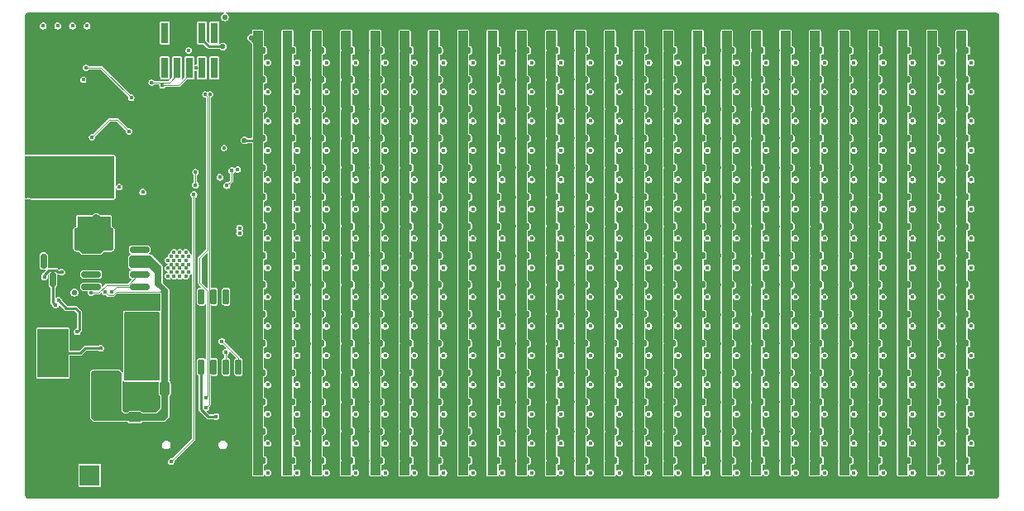
<source format=gbr>
%TF.GenerationSoftware,KiCad,Pcbnew,(5.99.0-12974-ge12f9a194d)*%
%TF.CreationDate,2021-11-26T19:34:27-08:00*%
%TF.ProjectId,LED_Addrs,4c45445f-4164-4647-9273-2e6b69636164,rev?*%
%TF.SameCoordinates,Original*%
%TF.FileFunction,Copper,L4,Bot*%
%TF.FilePolarity,Positive*%
%FSLAX46Y46*%
G04 Gerber Fmt 4.6, Leading zero omitted, Abs format (unit mm)*
G04 Created by KiCad (PCBNEW (5.99.0-12974-ge12f9a194d)) date 2021-11-26 19:34:27*
%MOMM*%
%LPD*%
G01*
G04 APERTURE LIST*
G04 Aperture macros list*
%AMRoundRect*
0 Rectangle with rounded corners*
0 $1 Rounding radius*
0 $2 $3 $4 $5 $6 $7 $8 $9 X,Y pos of 4 corners*
0 Add a 4 corners polygon primitive as box body*
4,1,4,$2,$3,$4,$5,$6,$7,$8,$9,$2,$3,0*
0 Add four circle primitives for the rounded corners*
1,1,$1+$1,$2,$3*
1,1,$1+$1,$4,$5*
1,1,$1+$1,$6,$7*
1,1,$1+$1,$8,$9*
0 Add four rect primitives between the rounded corners*
20,1,$1+$1,$2,$3,$4,$5,0*
20,1,$1+$1,$4,$5,$6,$7,0*
20,1,$1+$1,$6,$7,$8,$9,0*
20,1,$1+$1,$8,$9,$2,$3,0*%
G04 Aperture macros list end*
%TA.AperFunction,ComponentPad*%
%ADD10O,1.000000X2.100000*%
%TD*%
%TA.AperFunction,ComponentPad*%
%ADD11O,1.000000X1.600000*%
%TD*%
%TA.AperFunction,ComponentPad*%
%ADD12R,2.100000X2.100000*%
%TD*%
%TA.AperFunction,ComponentPad*%
%ADD13C,2.100000*%
%TD*%
%TA.AperFunction,SMDPad,CuDef*%
%ADD14RoundRect,0.155000X0.212500X0.155000X-0.212500X0.155000X-0.212500X-0.155000X0.212500X-0.155000X0*%
%TD*%
%TA.AperFunction,SMDPad,CuDef*%
%ADD15RoundRect,0.150000X-0.150000X0.587500X-0.150000X-0.587500X0.150000X-0.587500X0.150000X0.587500X0*%
%TD*%
%TA.AperFunction,SMDPad,CuDef*%
%ADD16RoundRect,0.250000X1.100000X-0.325000X1.100000X0.325000X-1.100000X0.325000X-1.100000X-0.325000X0*%
%TD*%
%TA.AperFunction,SMDPad,CuDef*%
%ADD17RoundRect,0.250000X-1.100000X0.325000X-1.100000X-0.325000X1.100000X-0.325000X1.100000X0.325000X0*%
%TD*%
%TA.AperFunction,SMDPad,CuDef*%
%ADD18R,3.429000X2.413000*%
%TD*%
%TA.AperFunction,SMDPad,CuDef*%
%ADD19RoundRect,0.250000X0.475000X-0.250000X0.475000X0.250000X-0.475000X0.250000X-0.475000X-0.250000X0*%
%TD*%
%TA.AperFunction,SMDPad,CuDef*%
%ADD20RoundRect,0.150000X0.825000X0.150000X-0.825000X0.150000X-0.825000X-0.150000X0.825000X-0.150000X0*%
%TD*%
%TA.AperFunction,ComponentPad*%
%ADD21C,0.500000*%
%TD*%
%TA.AperFunction,SMDPad,CuDef*%
%ADD22R,2.290000X3.000000*%
%TD*%
%TA.AperFunction,SMDPad,CuDef*%
%ADD23R,0.750000X2.100000*%
%TD*%
%TA.AperFunction,SMDPad,CuDef*%
%ADD24RoundRect,0.150000X-0.150000X0.650000X-0.150000X-0.650000X0.150000X-0.650000X0.150000X0.650000X0*%
%TD*%
%TA.AperFunction,SMDPad,CuDef*%
%ADD25R,3.175000X4.950000*%
%TD*%
%TA.AperFunction,SMDPad,CuDef*%
%ADD26RoundRect,0.250000X0.250000X0.475000X-0.250000X0.475000X-0.250000X-0.475000X0.250000X-0.475000X0*%
%TD*%
%TA.AperFunction,ViaPad*%
%ADD27C,0.400000*%
%TD*%
%TA.AperFunction,ViaPad*%
%ADD28C,0.550000*%
%TD*%
%TA.AperFunction,ViaPad*%
%ADD29C,0.450000*%
%TD*%
%TA.AperFunction,Conductor*%
%ADD30C,0.101600*%
%TD*%
%TA.AperFunction,Conductor*%
%ADD31C,0.254000*%
%TD*%
%TA.AperFunction,Conductor*%
%ADD32C,0.088900*%
%TD*%
G04 APERTURE END LIST*
D10*
%TO.P,J2,S1,SHIELD*%
%TO.N,GND*%
X25180000Y-55895000D03*
X33820000Y-55895000D03*
D11*
X33820000Y-60075000D03*
X25180000Y-60075000D03*
%TD*%
D12*
%TO.P,J3,1,Pin_1*%
%TO.N,VDC*%
X18770000Y-59500000D03*
D13*
%TO.P,J3,2,Pin_2*%
%TO.N,GND*%
X16230000Y-59500000D03*
%TD*%
D14*
%TO.P,C33,1*%
%TO.N,GND*%
X58567500Y-19000000D03*
%TO.P,C33,2*%
%TO.N,+5V*%
X57432500Y-19000000D03*
%TD*%
%TO.P,C32,1*%
%TO.N,GND*%
X55567500Y-19000000D03*
%TO.P,C32,2*%
%TO.N,+5V*%
X54432500Y-19000000D03*
%TD*%
%TO.P,C312,1*%
%TO.N,GND*%
X70567500Y-52000000D03*
%TO.P,C312,2*%
%TO.N,+5V*%
X69432500Y-52000000D03*
%TD*%
%TO.P,C314,1*%
%TO.N,GND*%
X76567500Y-52000000D03*
%TO.P,C314,2*%
%TO.N,+5V*%
X75432500Y-52000000D03*
%TD*%
%TO.P,C82,1*%
%TO.N,GND*%
X55567500Y-25000000D03*
%TO.P,C82,2*%
%TO.N,+5V*%
X54432500Y-25000000D03*
%TD*%
%TO.P,C308,1*%
%TO.N,GND*%
X58567500Y-52000000D03*
%TO.P,C308,2*%
%TO.N,+5V*%
X57432500Y-52000000D03*
%TD*%
%TO.P,C109,1*%
%TO.N,GND*%
X61567500Y-28000000D03*
%TO.P,C109,2*%
%TO.N,+5V*%
X60432500Y-28000000D03*
%TD*%
%TO.P,C38,1*%
%TO.N,GND*%
X73567500Y-19000000D03*
%TO.P,C38,2*%
%TO.N,+5V*%
X72432500Y-19000000D03*
%TD*%
%TO.P,C256,1*%
%TO.N,GND*%
X52567500Y-46000000D03*
%TO.P,C256,2*%
%TO.N,+5V*%
X51432500Y-46000000D03*
%TD*%
%TO.P,C354,1*%
%TO.N,GND*%
X46567500Y-58000000D03*
%TO.P,C354,2*%
%TO.N,+5V*%
X45432500Y-58000000D03*
%TD*%
%TO.P,C322,1*%
%TO.N,GND*%
X100567500Y-52000000D03*
%TO.P,C322,2*%
%TO.N,+5V*%
X99432500Y-52000000D03*
%TD*%
%TO.P,C261,1*%
%TO.N,GND*%
X67567500Y-46000000D03*
%TO.P,C261,2*%
%TO.N,+5V*%
X66432500Y-46000000D03*
%TD*%
%TO.P,C162,1*%
%TO.N,GND*%
X70567500Y-34000000D03*
%TO.P,C162,2*%
%TO.N,+5V*%
X69432500Y-34000000D03*
%TD*%
%TO.P,C105,1*%
%TO.N,GND*%
X49567500Y-28000000D03*
%TO.P,C105,2*%
%TO.N,+5V*%
X48432500Y-28000000D03*
%TD*%
%TO.P,C176,1*%
%TO.N,GND*%
X37567500Y-37000000D03*
%TO.P,C176,2*%
%TO.N,+5V*%
X36432500Y-37000000D03*
%TD*%
%TO.P,C27,1*%
%TO.N,GND*%
X40567500Y-19000000D03*
%TO.P,C27,2*%
%TO.N,+5V*%
X39432500Y-19000000D03*
%TD*%
%TO.P,C51,1*%
%TO.N,GND*%
X37567500Y-22000000D03*
%TO.P,C51,2*%
%TO.N,+5V*%
X36432500Y-22000000D03*
%TD*%
%TO.P,C313,1*%
%TO.N,GND*%
X73567500Y-52000000D03*
%TO.P,C313,2*%
%TO.N,+5V*%
X72432500Y-52000000D03*
%TD*%
%TO.P,C235,1*%
%TO.N,GND*%
X64567500Y-43000000D03*
%TO.P,C235,2*%
%TO.N,+5V*%
X63432500Y-43000000D03*
%TD*%
%TO.P,C150,1*%
%TO.N,GND*%
X109567500Y-31000000D03*
%TO.P,C150,2*%
%TO.N,+5V*%
X108432500Y-31000000D03*
%TD*%
%TO.P,C274,1*%
%TO.N,GND*%
X106567500Y-46000000D03*
%TO.P,C274,2*%
%TO.N,+5V*%
X105432500Y-46000000D03*
%TD*%
%TO.P,C318,1*%
%TO.N,GND*%
X88567500Y-52000000D03*
%TO.P,C318,2*%
%TO.N,+5V*%
X87432500Y-52000000D03*
%TD*%
%TO.P,C132,1*%
%TO.N,GND*%
X55567500Y-31000000D03*
%TO.P,C132,2*%
%TO.N,+5V*%
X54432500Y-31000000D03*
%TD*%
%TO.P,C158,1*%
%TO.N,GND*%
X58567500Y-34000000D03*
%TO.P,C158,2*%
%TO.N,+5V*%
X57432500Y-34000000D03*
%TD*%
%TO.P,C77,1*%
%TO.N,GND*%
X40567500Y-25000000D03*
%TO.P,C77,2*%
%TO.N,+5V*%
X39432500Y-25000000D03*
%TD*%
%TO.P,C209,1*%
%TO.N,GND*%
X61567500Y-40000000D03*
%TO.P,C209,2*%
%TO.N,+5V*%
X60432500Y-40000000D03*
%TD*%
%TO.P,C304,1*%
%TO.N,GND*%
X46567500Y-52000000D03*
%TO.P,C304,2*%
%TO.N,+5V*%
X45432500Y-52000000D03*
%TD*%
%TO.P,C4,1*%
%TO.N,GND*%
X46567500Y-16000000D03*
%TO.P,C4,2*%
%TO.N,+5V*%
X45432500Y-16000000D03*
%TD*%
%TO.P,C46,1*%
%TO.N,GND*%
X97567500Y-19000000D03*
%TO.P,C46,2*%
%TO.N,+5V*%
X96432500Y-19000000D03*
%TD*%
%TO.P,C260,1*%
%TO.N,GND*%
X64567500Y-46000000D03*
%TO.P,C260,2*%
%TO.N,+5V*%
X63432500Y-46000000D03*
%TD*%
%TO.P,C231,1*%
%TO.N,GND*%
X52567500Y-43000000D03*
%TO.P,C231,2*%
%TO.N,+5V*%
X51432500Y-43000000D03*
%TD*%
%TO.P,C273,1*%
%TO.N,GND*%
X103567500Y-46000000D03*
%TO.P,C273,2*%
%TO.N,+5V*%
X102432500Y-46000000D03*
%TD*%
%TO.P,C206,1*%
%TO.N,GND*%
X52567500Y-40000000D03*
%TO.P,C206,2*%
%TO.N,+5V*%
X51432500Y-40000000D03*
%TD*%
%TO.P,C142,1*%
%TO.N,GND*%
X85567500Y-31000000D03*
%TO.P,C142,2*%
%TO.N,+5V*%
X84432500Y-31000000D03*
%TD*%
%TO.P,C123,1*%
%TO.N,GND*%
X103567500Y-28000000D03*
%TO.P,C123,2*%
%TO.N,+5V*%
X102432500Y-28000000D03*
%TD*%
%TO.P,C361,1*%
%TO.N,GND*%
X67567500Y-58000000D03*
%TO.P,C361,2*%
%TO.N,+5V*%
X66432500Y-58000000D03*
%TD*%
%TO.P,C349,1*%
%TO.N,GND*%
X106567500Y-55000000D03*
%TO.P,C349,2*%
%TO.N,+5V*%
X105432500Y-55000000D03*
%TD*%
%TO.P,C244,1*%
%TO.N,GND*%
X91567500Y-43000000D03*
%TO.P,C244,2*%
%TO.N,+5V*%
X90432500Y-43000000D03*
%TD*%
%TO.P,C351,1*%
%TO.N,GND*%
X37567500Y-58000000D03*
%TO.P,C351,2*%
%TO.N,+5V*%
X36432500Y-58000000D03*
%TD*%
%TO.P,C267,1*%
%TO.N,GND*%
X85567500Y-46000000D03*
%TO.P,C267,2*%
%TO.N,+5V*%
X84432500Y-46000000D03*
%TD*%
%TO.P,C341,1*%
%TO.N,GND*%
X82567500Y-55000000D03*
%TO.P,C341,2*%
%TO.N,+5V*%
X81432500Y-55000000D03*
%TD*%
%TO.P,C112,1*%
%TO.N,GND*%
X70567500Y-28000000D03*
%TO.P,C112,2*%
%TO.N,+5V*%
X69432500Y-28000000D03*
%TD*%
%TO.P,C355,1*%
%TO.N,GND*%
X49567500Y-58000000D03*
%TO.P,C355,2*%
%TO.N,+5V*%
X48432500Y-58000000D03*
%TD*%
%TO.P,C356,1*%
%TO.N,GND*%
X52567500Y-58000000D03*
%TO.P,C356,2*%
%TO.N,+5V*%
X51432500Y-58000000D03*
%TD*%
%TO.P,C43,1*%
%TO.N,GND*%
X88567500Y-19000000D03*
%TO.P,C43,2*%
%TO.N,+5V*%
X87432500Y-19000000D03*
%TD*%
%TO.P,C66,1*%
%TO.N,GND*%
X82567500Y-22000000D03*
%TO.P,C66,2*%
%TO.N,+5V*%
X81432500Y-22000000D03*
%TD*%
%TO.P,C288,1*%
%TO.N,GND*%
X73567500Y-49000000D03*
%TO.P,C288,2*%
%TO.N,+5V*%
X72432500Y-49000000D03*
%TD*%
%TO.P,C242,1*%
%TO.N,GND*%
X85567500Y-43000000D03*
%TO.P,C242,2*%
%TO.N,+5V*%
X84432500Y-43000000D03*
%TD*%
%TO.P,C113,1*%
%TO.N,GND*%
X73567500Y-28000000D03*
%TO.P,C113,2*%
%TO.N,+5V*%
X72432500Y-28000000D03*
%TD*%
%TO.P,C212,1*%
%TO.N,GND*%
X70567500Y-40000000D03*
%TO.P,C212,2*%
%TO.N,+5V*%
X69432500Y-40000000D03*
%TD*%
%TO.P,C16,1*%
%TO.N,GND*%
X82567500Y-16000000D03*
%TO.P,C16,2*%
%TO.N,+5V*%
X81432500Y-16000000D03*
%TD*%
%TO.P,C346,1*%
%TO.N,GND*%
X97567500Y-55000000D03*
%TO.P,C346,2*%
%TO.N,+5V*%
X96432500Y-55000000D03*
%TD*%
%TO.P,C172,1*%
%TO.N,GND*%
X100567500Y-34000000D03*
%TO.P,C172,2*%
%TO.N,+5V*%
X99432500Y-34000000D03*
%TD*%
%TO.P,C373,1*%
%TO.N,GND*%
X103567500Y-58000000D03*
%TO.P,C373,2*%
%TO.N,+5V*%
X102432500Y-58000000D03*
%TD*%
%TO.P,C337,1*%
%TO.N,GND*%
X70567500Y-55000000D03*
%TO.P,C337,2*%
%TO.N,+5V*%
X69432500Y-55000000D03*
%TD*%
%TO.P,C357,1*%
%TO.N,GND*%
X55567500Y-58000000D03*
%TO.P,C357,2*%
%TO.N,+5V*%
X54432500Y-58000000D03*
%TD*%
%TO.P,C52,1*%
%TO.N,GND*%
X40567500Y-22000000D03*
%TO.P,C52,2*%
%TO.N,+5V*%
X39432500Y-22000000D03*
%TD*%
%TO.P,C262,1*%
%TO.N,GND*%
X70567500Y-46000000D03*
%TO.P,C262,2*%
%TO.N,+5V*%
X69432500Y-46000000D03*
%TD*%
%TO.P,C173,1*%
%TO.N,GND*%
X103567500Y-34000000D03*
%TO.P,C173,2*%
%TO.N,+5V*%
X102432500Y-34000000D03*
%TD*%
%TO.P,C220,1*%
%TO.N,GND*%
X94567500Y-40000000D03*
%TO.P,C220,2*%
%TO.N,+5V*%
X93432500Y-40000000D03*
%TD*%
%TO.P,C136,1*%
%TO.N,GND*%
X67567500Y-31000000D03*
%TO.P,C136,2*%
%TO.N,+5V*%
X66432500Y-31000000D03*
%TD*%
D15*
%TO.P,Q2,1,G*%
%TO.N,Net-(Q2-Pad1)*%
X14050000Y-37562500D03*
%TO.P,Q2,2,S*%
%TO.N,GND*%
X15950000Y-37562500D03*
%TO.P,Q2,3,D*%
%TO.N,Net-(Q2-Pad3)*%
X15000000Y-39437500D03*
%TD*%
D16*
%TO.P,C400,1*%
%TO.N,GND*%
X13900000Y-33175000D03*
%TO.P,C400,2*%
%TO.N,+3V3*%
X13900000Y-30225000D03*
%TD*%
D14*
%TO.P,C40,1*%
%TO.N,GND*%
X79567500Y-19000000D03*
%TO.P,C40,2*%
%TO.N,+5V*%
X78432500Y-19000000D03*
%TD*%
%TO.P,C148,1*%
%TO.N,GND*%
X103567500Y-31000000D03*
%TO.P,C148,2*%
%TO.N,+5V*%
X102432500Y-31000000D03*
%TD*%
%TO.P,C54,1*%
%TO.N,GND*%
X46567500Y-22000000D03*
%TO.P,C54,2*%
%TO.N,+5V*%
X45432500Y-22000000D03*
%TD*%
%TO.P,C343,1*%
%TO.N,GND*%
X88567500Y-55000000D03*
%TO.P,C343,2*%
%TO.N,+5V*%
X87432500Y-55000000D03*
%TD*%
%TO.P,C297,1*%
%TO.N,GND*%
X100567500Y-49000000D03*
%TO.P,C297,2*%
%TO.N,+5V*%
X99432500Y-49000000D03*
%TD*%
%TO.P,C271,1*%
%TO.N,GND*%
X97567500Y-46000000D03*
%TO.P,C271,2*%
%TO.N,+5V*%
X96432500Y-46000000D03*
%TD*%
%TO.P,C281,1*%
%TO.N,GND*%
X52567500Y-49000000D03*
%TO.P,C281,2*%
%TO.N,+5V*%
X51432500Y-49000000D03*
%TD*%
%TO.P,C100,1*%
%TO.N,GND*%
X109567500Y-25000000D03*
%TO.P,C100,2*%
%TO.N,+5V*%
X108432500Y-25000000D03*
%TD*%
%TO.P,C348,1*%
%TO.N,GND*%
X103567500Y-55000000D03*
%TO.P,C348,2*%
%TO.N,+5V*%
X102432500Y-55000000D03*
%TD*%
%TO.P,C73,1*%
%TO.N,GND*%
X103567500Y-22000000D03*
%TO.P,C73,2*%
%TO.N,+5V*%
X102432500Y-22000000D03*
%TD*%
%TO.P,C189,1*%
%TO.N,GND*%
X76567500Y-37000000D03*
%TO.P,C189,2*%
%TO.N,+5V*%
X75432500Y-37000000D03*
%TD*%
%TO.P,C58,1*%
%TO.N,GND*%
X58567500Y-22000000D03*
%TO.P,C58,2*%
%TO.N,+5V*%
X57432500Y-22000000D03*
%TD*%
%TO.P,C339,1*%
%TO.N,GND*%
X76567500Y-55000000D03*
%TO.P,C339,2*%
%TO.N,+5V*%
X75432500Y-55000000D03*
%TD*%
%TO.P,C61,1*%
%TO.N,GND*%
X67567500Y-22000000D03*
%TO.P,C61,2*%
%TO.N,+5V*%
X66432500Y-22000000D03*
%TD*%
%TO.P,C3,1*%
%TO.N,GND*%
X43567500Y-16000000D03*
%TO.P,C3,2*%
%TO.N,+5V*%
X42432500Y-16000000D03*
%TD*%
%TO.P,C35,1*%
%TO.N,GND*%
X64567500Y-19000000D03*
%TO.P,C35,2*%
%TO.N,+5V*%
X63432500Y-19000000D03*
%TD*%
%TO.P,C350,1*%
%TO.N,GND*%
X109567500Y-55000000D03*
%TO.P,C350,2*%
%TO.N,+5V*%
X108432500Y-55000000D03*
%TD*%
%TO.P,C2,1*%
%TO.N,GND*%
X40567500Y-16000000D03*
%TO.P,C2,2*%
%TO.N,+5V*%
X39432500Y-16000000D03*
%TD*%
%TO.P,C143,1*%
%TO.N,GND*%
X88567500Y-31000000D03*
%TO.P,C143,2*%
%TO.N,+5V*%
X87432500Y-31000000D03*
%TD*%
%TO.P,C98,1*%
%TO.N,GND*%
X103567500Y-25000000D03*
%TO.P,C98,2*%
%TO.N,+5V*%
X102432500Y-25000000D03*
%TD*%
%TO.P,C146,1*%
%TO.N,GND*%
X97567500Y-31000000D03*
%TO.P,C146,2*%
%TO.N,+5V*%
X96432500Y-31000000D03*
%TD*%
%TO.P,C181,1*%
%TO.N,GND*%
X52567500Y-37000000D03*
%TO.P,C181,2*%
%TO.N,+5V*%
X51432500Y-37000000D03*
%TD*%
%TO.P,C275,1*%
%TO.N,GND*%
X109567500Y-46000000D03*
%TO.P,C275,2*%
%TO.N,+5V*%
X108432500Y-46000000D03*
%TD*%
%TO.P,C208,1*%
%TO.N,GND*%
X58567500Y-40000000D03*
%TO.P,C208,2*%
%TO.N,+5V*%
X57432500Y-40000000D03*
%TD*%
%TO.P,C266,1*%
%TO.N,GND*%
X82567500Y-46000000D03*
%TO.P,C266,2*%
%TO.N,+5V*%
X81432500Y-46000000D03*
%TD*%
%TO.P,C175,1*%
%TO.N,GND*%
X109567500Y-34000000D03*
%TO.P,C175,2*%
%TO.N,+5V*%
X108432500Y-34000000D03*
%TD*%
%TO.P,C195,1*%
%TO.N,GND*%
X94567500Y-37000000D03*
%TO.P,C195,2*%
%TO.N,+5V*%
X93432500Y-37000000D03*
%TD*%
%TO.P,C316,1*%
%TO.N,GND*%
X82567500Y-52000000D03*
%TO.P,C316,2*%
%TO.N,+5V*%
X81432500Y-52000000D03*
%TD*%
%TO.P,C12,1*%
%TO.N,GND*%
X70567500Y-16000000D03*
%TO.P,C12,2*%
%TO.N,+5V*%
X69432500Y-16000000D03*
%TD*%
%TO.P,C26,1*%
%TO.N,GND*%
X37567500Y-19000000D03*
%TO.P,C26,2*%
%TO.N,+5V*%
X36432500Y-19000000D03*
%TD*%
%TO.P,C31,1*%
%TO.N,GND*%
X52567500Y-19000000D03*
%TO.P,C31,2*%
%TO.N,+5V*%
X51432500Y-19000000D03*
%TD*%
%TO.P,C215,1*%
%TO.N,GND*%
X79567500Y-40000000D03*
%TO.P,C215,2*%
%TO.N,+5V*%
X78432500Y-40000000D03*
%TD*%
%TO.P,C34,1*%
%TO.N,GND*%
X61567500Y-19000000D03*
%TO.P,C34,2*%
%TO.N,+5V*%
X60432500Y-19000000D03*
%TD*%
%TO.P,C365,1*%
%TO.N,GND*%
X79567500Y-58000000D03*
%TO.P,C365,2*%
%TO.N,+5V*%
X78432500Y-58000000D03*
%TD*%
%TO.P,C305,1*%
%TO.N,GND*%
X49567500Y-52000000D03*
%TO.P,C305,2*%
%TO.N,+5V*%
X48432500Y-52000000D03*
%TD*%
%TO.P,C229,1*%
%TO.N,GND*%
X46567500Y-43000000D03*
%TO.P,C229,2*%
%TO.N,+5V*%
X45432500Y-43000000D03*
%TD*%
%TO.P,C366,1*%
%TO.N,GND*%
X82567500Y-58000000D03*
%TO.P,C366,2*%
%TO.N,+5V*%
X81432500Y-58000000D03*
%TD*%
%TO.P,C137,1*%
%TO.N,GND*%
X70567500Y-31000000D03*
%TO.P,C137,2*%
%TO.N,+5V*%
X69432500Y-31000000D03*
%TD*%
%TO.P,C94,1*%
%TO.N,GND*%
X91567500Y-25000000D03*
%TO.P,C94,2*%
%TO.N,+5V*%
X90432500Y-25000000D03*
%TD*%
%TO.P,C236,1*%
%TO.N,GND*%
X67567500Y-43000000D03*
%TO.P,C236,2*%
%TO.N,+5V*%
X66432500Y-43000000D03*
%TD*%
%TO.P,C319,1*%
%TO.N,GND*%
X91567500Y-52000000D03*
%TO.P,C319,2*%
%TO.N,+5V*%
X90432500Y-52000000D03*
%TD*%
%TO.P,C114,1*%
%TO.N,GND*%
X76567500Y-28000000D03*
%TO.P,C114,2*%
%TO.N,+5V*%
X75432500Y-28000000D03*
%TD*%
%TO.P,C194,1*%
%TO.N,GND*%
X91567500Y-37000000D03*
%TO.P,C194,2*%
%TO.N,+5V*%
X90432500Y-37000000D03*
%TD*%
%TO.P,C295,1*%
%TO.N,GND*%
X94567500Y-49000000D03*
%TO.P,C295,2*%
%TO.N,+5V*%
X93432500Y-49000000D03*
%TD*%
%TO.P,C126,1*%
%TO.N,GND*%
X37567500Y-31000000D03*
%TO.P,C126,2*%
%TO.N,+5V*%
X36432500Y-31000000D03*
%TD*%
%TO.P,C207,1*%
%TO.N,GND*%
X55567500Y-40000000D03*
%TO.P,C207,2*%
%TO.N,+5V*%
X54432500Y-40000000D03*
%TD*%
%TO.P,C317,1*%
%TO.N,GND*%
X85567500Y-52000000D03*
%TO.P,C317,2*%
%TO.N,+5V*%
X84432500Y-52000000D03*
%TD*%
%TO.P,C226,1*%
%TO.N,GND*%
X37567500Y-43000000D03*
%TO.P,C226,2*%
%TO.N,+5V*%
X36432500Y-43000000D03*
%TD*%
%TO.P,C165,1*%
%TO.N,GND*%
X79567500Y-34000000D03*
%TO.P,C165,2*%
%TO.N,+5V*%
X78432500Y-34000000D03*
%TD*%
%TO.P,C49,1*%
%TO.N,GND*%
X106567500Y-19000000D03*
%TO.P,C49,2*%
%TO.N,+5V*%
X105432500Y-19000000D03*
%TD*%
%TO.P,C42,1*%
%TO.N,GND*%
X85567500Y-19000000D03*
%TO.P,C42,2*%
%TO.N,+5V*%
X84432500Y-19000000D03*
%TD*%
%TO.P,C115,1*%
%TO.N,GND*%
X79567500Y-28000000D03*
%TO.P,C115,2*%
%TO.N,+5V*%
X78432500Y-28000000D03*
%TD*%
%TO.P,C128,1*%
%TO.N,GND*%
X43567500Y-31000000D03*
%TO.P,C128,2*%
%TO.N,+5V*%
X42432500Y-31000000D03*
%TD*%
%TO.P,C99,1*%
%TO.N,GND*%
X106567500Y-25000000D03*
%TO.P,C99,2*%
%TO.N,+5V*%
X105432500Y-25000000D03*
%TD*%
%TO.P,C291,1*%
%TO.N,GND*%
X82567500Y-49000000D03*
%TO.P,C291,2*%
%TO.N,+5V*%
X81432500Y-49000000D03*
%TD*%
%TO.P,C246,1*%
%TO.N,GND*%
X97567500Y-43000000D03*
%TO.P,C246,2*%
%TO.N,+5V*%
X96432500Y-43000000D03*
%TD*%
%TO.P,C311,1*%
%TO.N,GND*%
X67567500Y-52000000D03*
%TO.P,C311,2*%
%TO.N,+5V*%
X66432500Y-52000000D03*
%TD*%
%TO.P,C21,1*%
%TO.N,GND*%
X97567500Y-16000000D03*
%TO.P,C21,2*%
%TO.N,+5V*%
X96432500Y-16000000D03*
%TD*%
%TO.P,C270,1*%
%TO.N,GND*%
X94567500Y-46000000D03*
%TO.P,C270,2*%
%TO.N,+5V*%
X93432500Y-46000000D03*
%TD*%
%TO.P,C169,1*%
%TO.N,GND*%
X91567500Y-34000000D03*
%TO.P,C169,2*%
%TO.N,+5V*%
X90432500Y-34000000D03*
%TD*%
%TO.P,C306,1*%
%TO.N,GND*%
X52567500Y-52000000D03*
%TO.P,C306,2*%
%TO.N,+5V*%
X51432500Y-52000000D03*
%TD*%
%TO.P,C338,1*%
%TO.N,GND*%
X73567500Y-55000000D03*
%TO.P,C338,2*%
%TO.N,+5V*%
X72432500Y-55000000D03*
%TD*%
%TO.P,C76,1*%
%TO.N,GND*%
X37567500Y-25000000D03*
%TO.P,C76,2*%
%TO.N,+5V*%
X36432500Y-25000000D03*
%TD*%
%TO.P,C299,1*%
%TO.N,GND*%
X106567500Y-49000000D03*
%TO.P,C299,2*%
%TO.N,+5V*%
X105432500Y-49000000D03*
%TD*%
%TO.P,C138,1*%
%TO.N,GND*%
X73567500Y-31000000D03*
%TO.P,C138,2*%
%TO.N,+5V*%
X72432500Y-31000000D03*
%TD*%
%TO.P,C168,1*%
%TO.N,GND*%
X88567500Y-34000000D03*
%TO.P,C168,2*%
%TO.N,+5V*%
X87432500Y-34000000D03*
%TD*%
%TO.P,C210,1*%
%TO.N,GND*%
X64567500Y-40000000D03*
%TO.P,C210,2*%
%TO.N,+5V*%
X63432500Y-40000000D03*
%TD*%
%TO.P,C201,1*%
%TO.N,GND*%
X37567500Y-40000000D03*
%TO.P,C201,2*%
%TO.N,+5V*%
X36432500Y-40000000D03*
%TD*%
%TO.P,C180,1*%
%TO.N,GND*%
X49567500Y-37000000D03*
%TO.P,C180,2*%
%TO.N,+5V*%
X48432500Y-37000000D03*
%TD*%
%TO.P,C1,1*%
%TO.N,GND*%
X37567500Y-16000000D03*
%TO.P,C1,2*%
%TO.N,+5V*%
X36432500Y-16000000D03*
%TD*%
%TO.P,C309,1*%
%TO.N,GND*%
X61567500Y-52000000D03*
%TO.P,C309,2*%
%TO.N,+5V*%
X60432500Y-52000000D03*
%TD*%
%TO.P,C217,1*%
%TO.N,GND*%
X85567500Y-40000000D03*
%TO.P,C217,2*%
%TO.N,+5V*%
X84432500Y-40000000D03*
%TD*%
%TO.P,C106,1*%
%TO.N,GND*%
X52567500Y-28000000D03*
%TO.P,C106,2*%
%TO.N,+5V*%
X51432500Y-28000000D03*
%TD*%
%TO.P,C193,1*%
%TO.N,GND*%
X88567500Y-37000000D03*
%TO.P,C193,2*%
%TO.N,+5V*%
X87432500Y-37000000D03*
%TD*%
%TO.P,C221,1*%
%TO.N,GND*%
X97567500Y-40000000D03*
%TO.P,C221,2*%
%TO.N,+5V*%
X96432500Y-40000000D03*
%TD*%
%TO.P,C364,1*%
%TO.N,GND*%
X76567500Y-58000000D03*
%TO.P,C364,2*%
%TO.N,+5V*%
X75432500Y-58000000D03*
%TD*%
%TO.P,C368,1*%
%TO.N,GND*%
X88567500Y-58000000D03*
%TO.P,C368,2*%
%TO.N,+5V*%
X87432500Y-58000000D03*
%TD*%
%TO.P,C131,1*%
%TO.N,GND*%
X52567500Y-31000000D03*
%TO.P,C131,2*%
%TO.N,+5V*%
X51432500Y-31000000D03*
%TD*%
%TO.P,C240,1*%
%TO.N,GND*%
X79567500Y-43000000D03*
%TO.P,C240,2*%
%TO.N,+5V*%
X78432500Y-43000000D03*
%TD*%
D17*
%TO.P,C399,1*%
%TO.N,GND*%
X13900000Y-25725000D03*
%TO.P,C399,2*%
%TO.N,+3V3*%
X13900000Y-28675000D03*
%TD*%
D14*
%TO.P,C154,1*%
%TO.N,GND*%
X46567500Y-34000000D03*
%TO.P,C154,2*%
%TO.N,+5V*%
X45432500Y-34000000D03*
%TD*%
%TO.P,C205,1*%
%TO.N,GND*%
X49567500Y-40000000D03*
%TO.P,C205,2*%
%TO.N,+5V*%
X48432500Y-40000000D03*
%TD*%
%TO.P,C84,1*%
%TO.N,GND*%
X61567500Y-25000000D03*
%TO.P,C84,2*%
%TO.N,+5V*%
X60432500Y-25000000D03*
%TD*%
%TO.P,C230,1*%
%TO.N,GND*%
X49567500Y-43000000D03*
%TO.P,C230,2*%
%TO.N,+5V*%
X48432500Y-43000000D03*
%TD*%
%TO.P,C360,1*%
%TO.N,GND*%
X64567500Y-58000000D03*
%TO.P,C360,2*%
%TO.N,+5V*%
X63432500Y-58000000D03*
%TD*%
%TO.P,C179,1*%
%TO.N,GND*%
X46567500Y-37000000D03*
%TO.P,C179,2*%
%TO.N,+5V*%
X45432500Y-37000000D03*
%TD*%
%TO.P,C39,1*%
%TO.N,GND*%
X76567500Y-19000000D03*
%TO.P,C39,2*%
%TO.N,+5V*%
X75432500Y-19000000D03*
%TD*%
%TO.P,C80,1*%
%TO.N,GND*%
X49567500Y-25000000D03*
%TO.P,C80,2*%
%TO.N,+5V*%
X48432500Y-25000000D03*
%TD*%
%TO.P,C332,1*%
%TO.N,GND*%
X55567500Y-55000000D03*
%TO.P,C332,2*%
%TO.N,+5V*%
X54432500Y-55000000D03*
%TD*%
%TO.P,C370,1*%
%TO.N,GND*%
X94567500Y-58000000D03*
%TO.P,C370,2*%
%TO.N,+5V*%
X93432500Y-58000000D03*
%TD*%
%TO.P,C68,1*%
%TO.N,GND*%
X88567500Y-22000000D03*
%TO.P,C68,2*%
%TO.N,+5V*%
X87432500Y-22000000D03*
%TD*%
%TO.P,C334,1*%
%TO.N,GND*%
X61567500Y-55000000D03*
%TO.P,C334,2*%
%TO.N,+5V*%
X60432500Y-55000000D03*
%TD*%
%TO.P,C90,1*%
%TO.N,GND*%
X79567500Y-25000000D03*
%TO.P,C90,2*%
%TO.N,+5V*%
X78432500Y-25000000D03*
%TD*%
%TO.P,C285,1*%
%TO.N,GND*%
X64567500Y-49000000D03*
%TO.P,C285,2*%
%TO.N,+5V*%
X63432500Y-49000000D03*
%TD*%
%TO.P,C324,1*%
%TO.N,GND*%
X106567500Y-52000000D03*
%TO.P,C324,2*%
%TO.N,+5V*%
X105432500Y-52000000D03*
%TD*%
%TO.P,C255,1*%
%TO.N,GND*%
X49567500Y-46000000D03*
%TO.P,C255,2*%
%TO.N,+5V*%
X48432500Y-46000000D03*
%TD*%
%TO.P,C294,1*%
%TO.N,GND*%
X91567500Y-49000000D03*
%TO.P,C294,2*%
%TO.N,+5V*%
X90432500Y-49000000D03*
%TD*%
%TO.P,C37,1*%
%TO.N,GND*%
X70567500Y-19000000D03*
%TO.P,C37,2*%
%TO.N,+5V*%
X69432500Y-19000000D03*
%TD*%
%TO.P,C86,1*%
%TO.N,GND*%
X67567500Y-25000000D03*
%TO.P,C86,2*%
%TO.N,+5V*%
X66432500Y-25000000D03*
%TD*%
%TO.P,C280,1*%
%TO.N,GND*%
X49567500Y-49000000D03*
%TO.P,C280,2*%
%TO.N,+5V*%
X48432500Y-49000000D03*
%TD*%
%TO.P,C11,1*%
%TO.N,GND*%
X67567500Y-16000000D03*
%TO.P,C11,2*%
%TO.N,+5V*%
X66432500Y-16000000D03*
%TD*%
%TO.P,C92,1*%
%TO.N,GND*%
X85567500Y-25000000D03*
%TO.P,C92,2*%
%TO.N,+5V*%
X84432500Y-25000000D03*
%TD*%
%TO.P,C374,1*%
%TO.N,GND*%
X106567500Y-58000000D03*
%TO.P,C374,2*%
%TO.N,+5V*%
X105432500Y-58000000D03*
%TD*%
%TO.P,C185,1*%
%TO.N,GND*%
X64567500Y-37000000D03*
%TO.P,C185,2*%
%TO.N,+5V*%
X63432500Y-37000000D03*
%TD*%
%TO.P,C258,1*%
%TO.N,GND*%
X58567500Y-46000000D03*
%TO.P,C258,2*%
%TO.N,+5V*%
X57432500Y-46000000D03*
%TD*%
%TO.P,C225,1*%
%TO.N,GND*%
X109567500Y-40000000D03*
%TO.P,C225,2*%
%TO.N,+5V*%
X108432500Y-40000000D03*
%TD*%
%TO.P,C248,1*%
%TO.N,GND*%
X103567500Y-43000000D03*
%TO.P,C248,2*%
%TO.N,+5V*%
X102432500Y-43000000D03*
%TD*%
%TO.P,C170,1*%
%TO.N,GND*%
X94567500Y-34000000D03*
%TO.P,C170,2*%
%TO.N,+5V*%
X93432500Y-34000000D03*
%TD*%
%TO.P,C20,1*%
%TO.N,GND*%
X94567500Y-16000000D03*
%TO.P,C20,2*%
%TO.N,+5V*%
X93432500Y-16000000D03*
%TD*%
%TO.P,C269,1*%
%TO.N,GND*%
X91567500Y-46000000D03*
%TO.P,C269,2*%
%TO.N,+5V*%
X90432500Y-46000000D03*
%TD*%
%TO.P,C177,1*%
%TO.N,GND*%
X40567500Y-37000000D03*
%TO.P,C177,2*%
%TO.N,+5V*%
X39432500Y-37000000D03*
%TD*%
%TO.P,C249,1*%
%TO.N,GND*%
X106567500Y-43000000D03*
%TO.P,C249,2*%
%TO.N,+5V*%
X105432500Y-43000000D03*
%TD*%
%TO.P,C87,1*%
%TO.N,GND*%
X70567500Y-25000000D03*
%TO.P,C87,2*%
%TO.N,+5V*%
X69432500Y-25000000D03*
%TD*%
%TO.P,C284,1*%
%TO.N,GND*%
X61567500Y-49000000D03*
%TO.P,C284,2*%
%TO.N,+5V*%
X60432500Y-49000000D03*
%TD*%
%TO.P,C83,1*%
%TO.N,GND*%
X58567500Y-25000000D03*
%TO.P,C83,2*%
%TO.N,+5V*%
X57432500Y-25000000D03*
%TD*%
%TO.P,C129,1*%
%TO.N,GND*%
X46567500Y-31000000D03*
%TO.P,C129,2*%
%TO.N,+5V*%
X45432500Y-31000000D03*
%TD*%
%TO.P,C289,1*%
%TO.N,GND*%
X76567500Y-49000000D03*
%TO.P,C289,2*%
%TO.N,+5V*%
X75432500Y-49000000D03*
%TD*%
D18*
%TO.P,L1,1*%
%TO.N,/PWR/SW_3V3*%
X19200000Y-34221000D03*
%TO.P,L1,2*%
%TO.N,+3V3*%
X19200000Y-28379000D03*
%TD*%
D14*
%TO.P,C300,1*%
%TO.N,GND*%
X109567500Y-49000000D03*
%TO.P,C300,2*%
%TO.N,+5V*%
X108432500Y-49000000D03*
%TD*%
%TO.P,C330,1*%
%TO.N,GND*%
X49567500Y-55000000D03*
%TO.P,C330,2*%
%TO.N,+5V*%
X48432500Y-55000000D03*
%TD*%
%TO.P,C293,1*%
%TO.N,GND*%
X88567500Y-49000000D03*
%TO.P,C293,2*%
%TO.N,+5V*%
X87432500Y-49000000D03*
%TD*%
%TO.P,C96,1*%
%TO.N,GND*%
X97567500Y-25000000D03*
%TO.P,C96,2*%
%TO.N,+5V*%
X96432500Y-25000000D03*
%TD*%
%TO.P,C239,1*%
%TO.N,GND*%
X76567500Y-43000000D03*
%TO.P,C239,2*%
%TO.N,+5V*%
X75432500Y-43000000D03*
%TD*%
%TO.P,C224,1*%
%TO.N,GND*%
X106567500Y-40000000D03*
%TO.P,C224,2*%
%TO.N,+5V*%
X105432500Y-40000000D03*
%TD*%
D19*
%TO.P,C402,1*%
%TO.N,GND*%
X23400000Y-55450000D03*
%TO.P,C402,2*%
%TO.N,/PWR/V_DC_D_3V3*%
X23400000Y-53550000D03*
%TD*%
D14*
%TO.P,C9,1*%
%TO.N,GND*%
X61567500Y-16000000D03*
%TO.P,C9,2*%
%TO.N,+5V*%
X60432500Y-16000000D03*
%TD*%
%TO.P,C197,1*%
%TO.N,GND*%
X100567500Y-37000000D03*
%TO.P,C197,2*%
%TO.N,+5V*%
X99432500Y-37000000D03*
%TD*%
%TO.P,C328,1*%
%TO.N,GND*%
X43567500Y-55000000D03*
%TO.P,C328,2*%
%TO.N,+5V*%
X42432500Y-55000000D03*
%TD*%
%TO.P,C110,1*%
%TO.N,GND*%
X64567500Y-28000000D03*
%TO.P,C110,2*%
%TO.N,+5V*%
X63432500Y-28000000D03*
%TD*%
%TO.P,C144,1*%
%TO.N,GND*%
X91567500Y-31000000D03*
%TO.P,C144,2*%
%TO.N,+5V*%
X90432500Y-31000000D03*
%TD*%
%TO.P,C95,1*%
%TO.N,GND*%
X94567500Y-25000000D03*
%TO.P,C95,2*%
%TO.N,+5V*%
X93432500Y-25000000D03*
%TD*%
%TO.P,C301,1*%
%TO.N,GND*%
X37567500Y-52000000D03*
%TO.P,C301,2*%
%TO.N,+5V*%
X36432500Y-52000000D03*
%TD*%
%TO.P,C141,1*%
%TO.N,GND*%
X82567500Y-31000000D03*
%TO.P,C141,2*%
%TO.N,+5V*%
X81432500Y-31000000D03*
%TD*%
%TO.P,C196,1*%
%TO.N,GND*%
X97567500Y-37000000D03*
%TO.P,C196,2*%
%TO.N,+5V*%
X96432500Y-37000000D03*
%TD*%
%TO.P,C60,1*%
%TO.N,GND*%
X64567500Y-22000000D03*
%TO.P,C60,2*%
%TO.N,+5V*%
X63432500Y-22000000D03*
%TD*%
%TO.P,C227,1*%
%TO.N,GND*%
X40567500Y-43000000D03*
%TO.P,C227,2*%
%TO.N,+5V*%
X39432500Y-43000000D03*
%TD*%
%TO.P,C296,1*%
%TO.N,GND*%
X97567500Y-49000000D03*
%TO.P,C296,2*%
%TO.N,+5V*%
X96432500Y-49000000D03*
%TD*%
%TO.P,C243,1*%
%TO.N,GND*%
X88567500Y-43000000D03*
%TO.P,C243,2*%
%TO.N,+5V*%
X87432500Y-43000000D03*
%TD*%
%TO.P,C153,1*%
%TO.N,GND*%
X43567500Y-34000000D03*
%TO.P,C153,2*%
%TO.N,+5V*%
X42432500Y-34000000D03*
%TD*%
%TO.P,C335,1*%
%TO.N,GND*%
X64567500Y-55000000D03*
%TO.P,C335,2*%
%TO.N,+5V*%
X63432500Y-55000000D03*
%TD*%
%TO.P,C268,1*%
%TO.N,GND*%
X88567500Y-46000000D03*
%TO.P,C268,2*%
%TO.N,+5V*%
X87432500Y-46000000D03*
%TD*%
%TO.P,C67,1*%
%TO.N,GND*%
X85567500Y-22000000D03*
%TO.P,C67,2*%
%TO.N,+5V*%
X84432500Y-22000000D03*
%TD*%
%TO.P,C187,1*%
%TO.N,GND*%
X70567500Y-37000000D03*
%TO.P,C187,2*%
%TO.N,+5V*%
X69432500Y-37000000D03*
%TD*%
%TO.P,C65,1*%
%TO.N,GND*%
X79567500Y-22000000D03*
%TO.P,C65,2*%
%TO.N,+5V*%
X78432500Y-22000000D03*
%TD*%
D20*
%TO.P,U5,1,BOOT*%
%TO.N,Net-(C398-Pad2)*%
X23875000Y-36395000D03*
%TO.P,U5,2,VIN*%
%TO.N,/PWR/V_DC_D_3V3*%
X23875000Y-37665000D03*
%TO.P,U5,3,EN*%
%TO.N,Net-(R18-Pad1)*%
X23875000Y-38935000D03*
%TO.P,U5,4,SS*%
%TO.N,Net-(C405-Pad2)*%
X23875000Y-40205000D03*
%TO.P,U5,5,VSENSE*%
%TO.N,Net-(R17-Pad1)*%
X18925000Y-40205000D03*
%TO.P,U5,6,COMP*%
%TO.N,Net-(C406-Pad2)*%
X18925000Y-38935000D03*
%TO.P,U5,7,GND*%
%TO.N,GND*%
X18925000Y-37665000D03*
%TO.P,U5,8,PH*%
%TO.N,/PWR/SW_3V3*%
X18925000Y-36395000D03*
D21*
%TO.P,U5,9,EP*%
%TO.N,GND*%
X20750000Y-39300000D03*
X22050000Y-37300000D03*
D22*
X21400000Y-38300000D03*
D21*
X20750000Y-38300000D03*
X20750000Y-37300000D03*
X22050000Y-38300000D03*
X22050000Y-39300000D03*
%TD*%
D14*
%TO.P,C340,1*%
%TO.N,GND*%
X79567500Y-55000000D03*
%TO.P,C340,2*%
%TO.N,+5V*%
X78432500Y-55000000D03*
%TD*%
%TO.P,C93,1*%
%TO.N,GND*%
X88567500Y-25000000D03*
%TO.P,C93,2*%
%TO.N,+5V*%
X87432500Y-25000000D03*
%TD*%
%TO.P,C199,1*%
%TO.N,GND*%
X106567500Y-37000000D03*
%TO.P,C199,2*%
%TO.N,+5V*%
X105432500Y-37000000D03*
%TD*%
%TO.P,C252,1*%
%TO.N,GND*%
X40567500Y-46000000D03*
%TO.P,C252,2*%
%TO.N,+5V*%
X39432500Y-46000000D03*
%TD*%
%TO.P,C125,1*%
%TO.N,GND*%
X109567500Y-28000000D03*
%TO.P,C125,2*%
%TO.N,+5V*%
X108432500Y-28000000D03*
%TD*%
%TO.P,C163,1*%
%TO.N,GND*%
X73567500Y-34000000D03*
%TO.P,C163,2*%
%TO.N,+5V*%
X72432500Y-34000000D03*
%TD*%
%TO.P,C241,1*%
%TO.N,GND*%
X82567500Y-43000000D03*
%TO.P,C241,2*%
%TO.N,+5V*%
X81432500Y-43000000D03*
%TD*%
%TO.P,C315,1*%
%TO.N,GND*%
X79567500Y-52000000D03*
%TO.P,C315,2*%
%TO.N,+5V*%
X78432500Y-52000000D03*
%TD*%
%TO.P,C8,1*%
%TO.N,GND*%
X58567500Y-16000000D03*
%TO.P,C8,2*%
%TO.N,+5V*%
X57432500Y-16000000D03*
%TD*%
%TO.P,C247,1*%
%TO.N,GND*%
X100567500Y-43000000D03*
%TO.P,C247,2*%
%TO.N,+5V*%
X99432500Y-43000000D03*
%TD*%
%TO.P,C171,1*%
%TO.N,GND*%
X97567500Y-34000000D03*
%TO.P,C171,2*%
%TO.N,+5V*%
X96432500Y-34000000D03*
%TD*%
%TO.P,C97,1*%
%TO.N,GND*%
X100567500Y-25000000D03*
%TO.P,C97,2*%
%TO.N,+5V*%
X99432500Y-25000000D03*
%TD*%
%TO.P,C57,1*%
%TO.N,GND*%
X55567500Y-22000000D03*
%TO.P,C57,2*%
%TO.N,+5V*%
X54432500Y-22000000D03*
%TD*%
%TO.P,C219,1*%
%TO.N,GND*%
X91567500Y-40000000D03*
%TO.P,C219,2*%
%TO.N,+5V*%
X90432500Y-40000000D03*
%TD*%
%TO.P,C10,1*%
%TO.N,GND*%
X64567500Y-16000000D03*
%TO.P,C10,2*%
%TO.N,+5V*%
X63432500Y-16000000D03*
%TD*%
%TO.P,C192,1*%
%TO.N,GND*%
X85567500Y-37000000D03*
%TO.P,C192,2*%
%TO.N,+5V*%
X84432500Y-37000000D03*
%TD*%
%TO.P,C237,1*%
%TO.N,GND*%
X70567500Y-43000000D03*
%TO.P,C237,2*%
%TO.N,+5V*%
X69432500Y-43000000D03*
%TD*%
%TO.P,C120,1*%
%TO.N,GND*%
X94567500Y-28000000D03*
%TO.P,C120,2*%
%TO.N,+5V*%
X93432500Y-28000000D03*
%TD*%
%TO.P,C22,1*%
%TO.N,GND*%
X100567500Y-16000000D03*
%TO.P,C22,2*%
%TO.N,+5V*%
X99432500Y-16000000D03*
%TD*%
%TO.P,C147,1*%
%TO.N,GND*%
X100567500Y-31000000D03*
%TO.P,C147,2*%
%TO.N,+5V*%
X99432500Y-31000000D03*
%TD*%
%TO.P,C160,1*%
%TO.N,GND*%
X64567500Y-34000000D03*
%TO.P,C160,2*%
%TO.N,+5V*%
X63432500Y-34000000D03*
%TD*%
%TO.P,C362,1*%
%TO.N,GND*%
X70567500Y-58000000D03*
%TO.P,C362,2*%
%TO.N,+5V*%
X69432500Y-58000000D03*
%TD*%
%TO.P,C303,1*%
%TO.N,GND*%
X43567500Y-52000000D03*
%TO.P,C303,2*%
%TO.N,+5V*%
X42432500Y-52000000D03*
%TD*%
%TO.P,C336,1*%
%TO.N,GND*%
X67567500Y-55000000D03*
%TO.P,C336,2*%
%TO.N,+5V*%
X66432500Y-55000000D03*
%TD*%
%TO.P,C329,1*%
%TO.N,GND*%
X46567500Y-55000000D03*
%TO.P,C329,2*%
%TO.N,+5V*%
X45432500Y-55000000D03*
%TD*%
%TO.P,C191,1*%
%TO.N,GND*%
X82567500Y-37000000D03*
%TO.P,C191,2*%
%TO.N,+5V*%
X81432500Y-37000000D03*
%TD*%
%TO.P,C104,1*%
%TO.N,GND*%
X46567500Y-28000000D03*
%TO.P,C104,2*%
%TO.N,+5V*%
X45432500Y-28000000D03*
%TD*%
%TO.P,C228,1*%
%TO.N,GND*%
X43567500Y-43000000D03*
%TO.P,C228,2*%
%TO.N,+5V*%
X42432500Y-43000000D03*
%TD*%
%TO.P,C184,1*%
%TO.N,GND*%
X61567500Y-37000000D03*
%TO.P,C184,2*%
%TO.N,+5V*%
X60432500Y-37000000D03*
%TD*%
%TO.P,C69,1*%
%TO.N,GND*%
X91567500Y-22000000D03*
%TO.P,C69,2*%
%TO.N,+5V*%
X90432500Y-22000000D03*
%TD*%
%TO.P,C372,1*%
%TO.N,GND*%
X100567500Y-58000000D03*
%TO.P,C372,2*%
%TO.N,+5V*%
X99432500Y-58000000D03*
%TD*%
%TO.P,C85,1*%
%TO.N,GND*%
X64567500Y-25000000D03*
%TO.P,C85,2*%
%TO.N,+5V*%
X63432500Y-25000000D03*
%TD*%
%TO.P,C70,1*%
%TO.N,GND*%
X94567500Y-22000000D03*
%TO.P,C70,2*%
%TO.N,+5V*%
X93432500Y-22000000D03*
%TD*%
%TO.P,C74,1*%
%TO.N,GND*%
X106567500Y-22000000D03*
%TO.P,C74,2*%
%TO.N,+5V*%
X105432500Y-22000000D03*
%TD*%
%TO.P,C278,1*%
%TO.N,GND*%
X43567500Y-49000000D03*
%TO.P,C278,2*%
%TO.N,+5V*%
X42432500Y-49000000D03*
%TD*%
%TO.P,C50,1*%
%TO.N,GND*%
X109567500Y-19000000D03*
%TO.P,C50,2*%
%TO.N,+5V*%
X108432500Y-19000000D03*
%TD*%
%TO.P,C78,1*%
%TO.N,GND*%
X43567500Y-25000000D03*
%TO.P,C78,2*%
%TO.N,+5V*%
X42432500Y-25000000D03*
%TD*%
%TO.P,C164,1*%
%TO.N,GND*%
X76567500Y-34000000D03*
%TO.P,C164,2*%
%TO.N,+5V*%
X75432500Y-34000000D03*
%TD*%
%TO.P,C108,1*%
%TO.N,GND*%
X58567500Y-28000000D03*
%TO.P,C108,2*%
%TO.N,+5V*%
X57432500Y-28000000D03*
%TD*%
%TO.P,C375,1*%
%TO.N,GND*%
X109567500Y-58000000D03*
%TO.P,C375,2*%
%TO.N,+5V*%
X108432500Y-58000000D03*
%TD*%
%TO.P,C151,1*%
%TO.N,GND*%
X37567500Y-34000000D03*
%TO.P,C151,2*%
%TO.N,+5V*%
X36432500Y-34000000D03*
%TD*%
%TO.P,C325,1*%
%TO.N,GND*%
X109567500Y-52000000D03*
%TO.P,C325,2*%
%TO.N,+5V*%
X108432500Y-52000000D03*
%TD*%
%TO.P,C64,1*%
%TO.N,GND*%
X76567500Y-22000000D03*
%TO.P,C64,2*%
%TO.N,+5V*%
X75432500Y-22000000D03*
%TD*%
%TO.P,C88,1*%
%TO.N,GND*%
X73567500Y-25000000D03*
%TO.P,C88,2*%
%TO.N,+5V*%
X72432500Y-25000000D03*
%TD*%
%TO.P,C121,1*%
%TO.N,GND*%
X97567500Y-28000000D03*
%TO.P,C121,2*%
%TO.N,+5V*%
X96432500Y-28000000D03*
%TD*%
%TO.P,C19,1*%
%TO.N,GND*%
X91567500Y-16000000D03*
%TO.P,C19,2*%
%TO.N,+5V*%
X90432500Y-16000000D03*
%TD*%
%TO.P,C63,1*%
%TO.N,GND*%
X73567500Y-22000000D03*
%TO.P,C63,2*%
%TO.N,+5V*%
X72432500Y-22000000D03*
%TD*%
%TO.P,C222,1*%
%TO.N,GND*%
X100567500Y-40000000D03*
%TO.P,C222,2*%
%TO.N,+5V*%
X99432500Y-40000000D03*
%TD*%
%TO.P,C178,1*%
%TO.N,GND*%
X43567500Y-37000000D03*
%TO.P,C178,2*%
%TO.N,+5V*%
X42432500Y-37000000D03*
%TD*%
%TO.P,C345,1*%
%TO.N,GND*%
X94567500Y-55000000D03*
%TO.P,C345,2*%
%TO.N,+5V*%
X93432500Y-55000000D03*
%TD*%
%TO.P,C251,1*%
%TO.N,GND*%
X37567500Y-46000000D03*
%TO.P,C251,2*%
%TO.N,+5V*%
X36432500Y-46000000D03*
%TD*%
%TO.P,C30,1*%
%TO.N,GND*%
X49567500Y-19000000D03*
%TO.P,C30,2*%
%TO.N,+5V*%
X48432500Y-19000000D03*
%TD*%
%TO.P,C282,1*%
%TO.N,GND*%
X55567500Y-49000000D03*
%TO.P,C282,2*%
%TO.N,+5V*%
X54432500Y-49000000D03*
%TD*%
%TO.P,C71,1*%
%TO.N,GND*%
X97567500Y-22000000D03*
%TO.P,C71,2*%
%TO.N,+5V*%
X96432500Y-22000000D03*
%TD*%
%TO.P,C133,1*%
%TO.N,GND*%
X58567500Y-31000000D03*
%TO.P,C133,2*%
%TO.N,+5V*%
X57432500Y-31000000D03*
%TD*%
%TO.P,C182,1*%
%TO.N,GND*%
X55567500Y-37000000D03*
%TO.P,C182,2*%
%TO.N,+5V*%
X54432500Y-37000000D03*
%TD*%
%TO.P,C292,1*%
%TO.N,GND*%
X85567500Y-49000000D03*
%TO.P,C292,2*%
%TO.N,+5V*%
X84432500Y-49000000D03*
%TD*%
%TO.P,C320,1*%
%TO.N,GND*%
X94567500Y-52000000D03*
%TO.P,C320,2*%
%TO.N,+5V*%
X93432500Y-52000000D03*
%TD*%
%TO.P,C102,1*%
%TO.N,GND*%
X40567500Y-28000000D03*
%TO.P,C102,2*%
%TO.N,+5V*%
X39432500Y-28000000D03*
%TD*%
%TO.P,C139,1*%
%TO.N,GND*%
X76567500Y-31000000D03*
%TO.P,C139,2*%
%TO.N,+5V*%
X75432500Y-31000000D03*
%TD*%
%TO.P,C174,1*%
%TO.N,GND*%
X106567500Y-34000000D03*
%TO.P,C174,2*%
%TO.N,+5V*%
X105432500Y-34000000D03*
%TD*%
%TO.P,C36,1*%
%TO.N,GND*%
X67567500Y-19000000D03*
%TO.P,C36,2*%
%TO.N,+5V*%
X66432500Y-19000000D03*
%TD*%
%TO.P,C259,1*%
%TO.N,GND*%
X61567500Y-46000000D03*
%TO.P,C259,2*%
%TO.N,+5V*%
X60432500Y-46000000D03*
%TD*%
%TO.P,C214,1*%
%TO.N,GND*%
X76567500Y-40000000D03*
%TO.P,C214,2*%
%TO.N,+5V*%
X75432500Y-40000000D03*
%TD*%
%TO.P,C204,1*%
%TO.N,GND*%
X46567500Y-40000000D03*
%TO.P,C204,2*%
%TO.N,+5V*%
X45432500Y-40000000D03*
%TD*%
%TO.P,C326,1*%
%TO.N,GND*%
X37567500Y-55000000D03*
%TO.P,C326,2*%
%TO.N,+5V*%
X36432500Y-55000000D03*
%TD*%
%TO.P,C53,1*%
%TO.N,GND*%
X43567500Y-22000000D03*
%TO.P,C53,2*%
%TO.N,+5V*%
X42432500Y-22000000D03*
%TD*%
%TO.P,C166,1*%
%TO.N,GND*%
X82567500Y-34000000D03*
%TO.P,C166,2*%
%TO.N,+5V*%
X81432500Y-34000000D03*
%TD*%
%TO.P,C29,1*%
%TO.N,GND*%
X46567500Y-19000000D03*
%TO.P,C29,2*%
%TO.N,+5V*%
X45432500Y-19000000D03*
%TD*%
%TO.P,C359,1*%
%TO.N,GND*%
X61567500Y-58000000D03*
%TO.P,C359,2*%
%TO.N,+5V*%
X60432500Y-58000000D03*
%TD*%
%TO.P,C101,1*%
%TO.N,GND*%
X37567500Y-28000000D03*
%TO.P,C101,2*%
%TO.N,+5V*%
X36432500Y-28000000D03*
%TD*%
%TO.P,C272,1*%
%TO.N,GND*%
X100567500Y-46000000D03*
%TO.P,C272,2*%
%TO.N,+5V*%
X99432500Y-46000000D03*
%TD*%
%TO.P,C250,1*%
%TO.N,GND*%
X109567500Y-43000000D03*
%TO.P,C250,2*%
%TO.N,+5V*%
X108432500Y-43000000D03*
%TD*%
%TO.P,C310,1*%
%TO.N,GND*%
X64567500Y-52000000D03*
%TO.P,C310,2*%
%TO.N,+5V*%
X63432500Y-52000000D03*
%TD*%
%TO.P,C253,1*%
%TO.N,GND*%
X43567500Y-46000000D03*
%TO.P,C253,2*%
%TO.N,+5V*%
X42432500Y-46000000D03*
%TD*%
%TO.P,C79,1*%
%TO.N,GND*%
X46567500Y-25000000D03*
%TO.P,C79,2*%
%TO.N,+5V*%
X45432500Y-25000000D03*
%TD*%
%TO.P,C155,1*%
%TO.N,GND*%
X49567500Y-34000000D03*
%TO.P,C155,2*%
%TO.N,+5V*%
X48432500Y-34000000D03*
%TD*%
%TO.P,C353,1*%
%TO.N,GND*%
X43567500Y-58000000D03*
%TO.P,C353,2*%
%TO.N,+5V*%
X42432500Y-58000000D03*
%TD*%
%TO.P,C6,1*%
%TO.N,GND*%
X52567500Y-16000000D03*
%TO.P,C6,2*%
%TO.N,+5V*%
X51432500Y-16000000D03*
%TD*%
%TO.P,C287,1*%
%TO.N,GND*%
X70567500Y-49000000D03*
%TO.P,C287,2*%
%TO.N,+5V*%
X69432500Y-49000000D03*
%TD*%
%TO.P,C135,1*%
%TO.N,GND*%
X64567500Y-31000000D03*
%TO.P,C135,2*%
%TO.N,+5V*%
X63432500Y-31000000D03*
%TD*%
%TO.P,C202,1*%
%TO.N,GND*%
X40567500Y-40000000D03*
%TO.P,C202,2*%
%TO.N,+5V*%
X39432500Y-40000000D03*
%TD*%
%TO.P,C161,1*%
%TO.N,GND*%
X67567500Y-34000000D03*
%TO.P,C161,2*%
%TO.N,+5V*%
X66432500Y-34000000D03*
%TD*%
D23*
%TO.P,J1,1,NC*%
%TO.N,unconnected-(J1-Pad1)*%
X31540000Y-14200000D03*
%TO.P,J1,2,NC*%
%TO.N,unconnected-(J1-Pad2)*%
X31540000Y-17800000D03*
%TO.P,J1,3,VCC*%
%TO.N,+3V3*%
X30270000Y-14200000D03*
%TO.P,J1,4,JTMS/SWDIO*%
%TO.N,/MCU/SWDIO*%
X30270000Y-17800000D03*
%TO.P,J1,5,GND*%
%TO.N,GND*%
X29000000Y-14200000D03*
%TO.P,J1,6,JCLK/SWCLK*%
%TO.N,/MCU/SWCLK*%
X29000000Y-17800000D03*
%TO.P,J1,7,GND*%
%TO.N,GND*%
X27730000Y-14200000D03*
%TO.P,J1,8,JTDO/SWO*%
%TO.N,/MCU/SWO*%
X27730000Y-17800000D03*
%TO.P,J1,9,JRCLK/NC*%
%TO.N,unconnected-(J1-Pad9)*%
X26460000Y-14200000D03*
%TO.P,J1,10,JTDI/NC*%
%TO.N,unconnected-(J1-Pad10)*%
X26460000Y-17800000D03*
%TD*%
D14*
%TO.P,C198,1*%
%TO.N,GND*%
X103567500Y-37000000D03*
%TO.P,C198,2*%
%TO.N,+5V*%
X102432500Y-37000000D03*
%TD*%
%TO.P,C44,1*%
%TO.N,GND*%
X91567500Y-19000000D03*
%TO.P,C44,2*%
%TO.N,+5V*%
X90432500Y-19000000D03*
%TD*%
D24*
%TO.P,U4,1,~{CS}*%
%TO.N,/SPI1_FLASH_CS*%
X30195000Y-41200000D03*
%TO.P,U4,2,DO(IO1)*%
%TO.N,/SPI1_MISO*%
X31465000Y-41200000D03*
%TO.P,U4,3,IO2*%
%TO.N,Net-(R15-Pad1)*%
X32735000Y-41200000D03*
%TO.P,U4,4,GND*%
%TO.N,GND*%
X34005000Y-41200000D03*
%TO.P,U4,5,DI(IO0)*%
%TO.N,/SPI1_MOSI*%
X34005000Y-48400000D03*
%TO.P,U4,6,CLK*%
%TO.N,/SPI1_SCK*%
X32735000Y-48400000D03*
%TO.P,U4,7,IO3*%
%TO.N,Net-(R16-Pad1)*%
X31465000Y-48400000D03*
%TO.P,U4,8,VCC*%
%TO.N,+3V3*%
X30195000Y-48400000D03*
%TD*%
D25*
%TO.P,L2,1*%
%TO.N,/PWR/SW_5V*%
X14992500Y-47000000D03*
%TO.P,L2,2*%
%TO.N,/PWR/SW_5V_L*%
X24007500Y-47000000D03*
%TD*%
D14*
%TO.P,C327,1*%
%TO.N,GND*%
X40567500Y-55000000D03*
%TO.P,C327,2*%
%TO.N,+5V*%
X39432500Y-55000000D03*
%TD*%
%TO.P,C352,1*%
%TO.N,GND*%
X40567500Y-58000000D03*
%TO.P,C352,2*%
%TO.N,+5V*%
X39432500Y-58000000D03*
%TD*%
%TO.P,C233,1*%
%TO.N,GND*%
X58567500Y-43000000D03*
%TO.P,C233,2*%
%TO.N,+5V*%
X57432500Y-43000000D03*
%TD*%
%TO.P,C24,1*%
%TO.N,GND*%
X106567500Y-16000000D03*
%TO.P,C24,2*%
%TO.N,+5V*%
X105432500Y-16000000D03*
%TD*%
%TO.P,C213,1*%
%TO.N,GND*%
X73567500Y-40000000D03*
%TO.P,C213,2*%
%TO.N,+5V*%
X72432500Y-40000000D03*
%TD*%
%TO.P,C122,1*%
%TO.N,GND*%
X100567500Y-28000000D03*
%TO.P,C122,2*%
%TO.N,+5V*%
X99432500Y-28000000D03*
%TD*%
D26*
%TO.P,C403,1*%
%TO.N,GND*%
X28350000Y-50600000D03*
%TO.P,C403,2*%
%TO.N,/PWR/V_DC_D_3V3*%
X26450000Y-50600000D03*
%TD*%
D14*
%TO.P,C203,1*%
%TO.N,GND*%
X43567500Y-40000000D03*
%TO.P,C203,2*%
%TO.N,+5V*%
X42432500Y-40000000D03*
%TD*%
%TO.P,C190,1*%
%TO.N,GND*%
X79567500Y-37000000D03*
%TO.P,C190,2*%
%TO.N,+5V*%
X78432500Y-37000000D03*
%TD*%
%TO.P,C369,1*%
%TO.N,GND*%
X91567500Y-58000000D03*
%TO.P,C369,2*%
%TO.N,+5V*%
X90432500Y-58000000D03*
%TD*%
%TO.P,C342,1*%
%TO.N,GND*%
X85567500Y-55000000D03*
%TO.P,C342,2*%
%TO.N,+5V*%
X84432500Y-55000000D03*
%TD*%
%TO.P,C263,1*%
%TO.N,GND*%
X73567500Y-46000000D03*
%TO.P,C263,2*%
%TO.N,+5V*%
X72432500Y-46000000D03*
%TD*%
%TO.P,C152,1*%
%TO.N,GND*%
X40567500Y-34000000D03*
%TO.P,C152,2*%
%TO.N,+5V*%
X39432500Y-34000000D03*
%TD*%
%TO.P,C56,1*%
%TO.N,GND*%
X52567500Y-22000000D03*
%TO.P,C56,2*%
%TO.N,+5V*%
X51432500Y-22000000D03*
%TD*%
%TO.P,C216,1*%
%TO.N,GND*%
X82567500Y-40000000D03*
%TO.P,C216,2*%
%TO.N,+5V*%
X81432500Y-40000000D03*
%TD*%
%TO.P,C186,1*%
%TO.N,GND*%
X67567500Y-37000000D03*
%TO.P,C186,2*%
%TO.N,+5V*%
X66432500Y-37000000D03*
%TD*%
%TO.P,C157,1*%
%TO.N,GND*%
X55567500Y-34000000D03*
%TO.P,C157,2*%
%TO.N,+5V*%
X54432500Y-34000000D03*
%TD*%
%TO.P,C290,1*%
%TO.N,GND*%
X79567500Y-49000000D03*
%TO.P,C290,2*%
%TO.N,+5V*%
X78432500Y-49000000D03*
%TD*%
%TO.P,C286,1*%
%TO.N,GND*%
X67567500Y-49000000D03*
%TO.P,C286,2*%
%TO.N,+5V*%
X66432500Y-49000000D03*
%TD*%
%TO.P,C367,1*%
%TO.N,GND*%
X85567500Y-58000000D03*
%TO.P,C367,2*%
%TO.N,+5V*%
X84432500Y-58000000D03*
%TD*%
%TO.P,C81,1*%
%TO.N,GND*%
X52567500Y-25000000D03*
%TO.P,C81,2*%
%TO.N,+5V*%
X51432500Y-25000000D03*
%TD*%
%TO.P,C254,1*%
%TO.N,GND*%
X46567500Y-46000000D03*
%TO.P,C254,2*%
%TO.N,+5V*%
X45432500Y-46000000D03*
%TD*%
%TO.P,C25,1*%
%TO.N,GND*%
X109567500Y-16000000D03*
%TO.P,C25,2*%
%TO.N,+5V*%
X108432500Y-16000000D03*
%TD*%
%TO.P,C283,1*%
%TO.N,GND*%
X58567500Y-49000000D03*
%TO.P,C283,2*%
%TO.N,+5V*%
X57432500Y-49000000D03*
%TD*%
%TO.P,C307,1*%
%TO.N,GND*%
X55567500Y-52000000D03*
%TO.P,C307,2*%
%TO.N,+5V*%
X54432500Y-52000000D03*
%TD*%
%TO.P,C333,1*%
%TO.N,GND*%
X58567500Y-55000000D03*
%TO.P,C333,2*%
%TO.N,+5V*%
X57432500Y-55000000D03*
%TD*%
%TO.P,C200,1*%
%TO.N,GND*%
X109567500Y-37000000D03*
%TO.P,C200,2*%
%TO.N,+5V*%
X108432500Y-37000000D03*
%TD*%
%TO.P,C117,1*%
%TO.N,GND*%
X85567500Y-28000000D03*
%TO.P,C117,2*%
%TO.N,+5V*%
X84432500Y-28000000D03*
%TD*%
%TO.P,C149,1*%
%TO.N,GND*%
X106567500Y-31000000D03*
%TO.P,C149,2*%
%TO.N,+5V*%
X105432500Y-31000000D03*
%TD*%
%TO.P,C363,1*%
%TO.N,GND*%
X73567500Y-58000000D03*
%TO.P,C363,2*%
%TO.N,+5V*%
X72432500Y-58000000D03*
%TD*%
%TO.P,C183,1*%
%TO.N,GND*%
X58567500Y-37000000D03*
%TO.P,C183,2*%
%TO.N,+5V*%
X57432500Y-37000000D03*
%TD*%
%TO.P,C358,1*%
%TO.N,GND*%
X58567500Y-58000000D03*
%TO.P,C358,2*%
%TO.N,+5V*%
X57432500Y-58000000D03*
%TD*%
%TO.P,C89,1*%
%TO.N,GND*%
X76567500Y-25000000D03*
%TO.P,C89,2*%
%TO.N,+5V*%
X75432500Y-25000000D03*
%TD*%
%TO.P,C14,1*%
%TO.N,GND*%
X76567500Y-16000000D03*
%TO.P,C14,2*%
%TO.N,+5V*%
X75432500Y-16000000D03*
%TD*%
%TO.P,C118,1*%
%TO.N,GND*%
X88567500Y-28000000D03*
%TO.P,C118,2*%
%TO.N,+5V*%
X87432500Y-28000000D03*
%TD*%
%TO.P,C103,1*%
%TO.N,GND*%
X43567500Y-28000000D03*
%TO.P,C103,2*%
%TO.N,+5V*%
X42432500Y-28000000D03*
%TD*%
%TO.P,C264,1*%
%TO.N,GND*%
X76567500Y-46000000D03*
%TO.P,C264,2*%
%TO.N,+5V*%
X75432500Y-46000000D03*
%TD*%
%TO.P,C245,1*%
%TO.N,GND*%
X94567500Y-43000000D03*
%TO.P,C245,2*%
%TO.N,+5V*%
X93432500Y-43000000D03*
%TD*%
%TO.P,C119,1*%
%TO.N,GND*%
X91567500Y-28000000D03*
%TO.P,C119,2*%
%TO.N,+5V*%
X90432500Y-28000000D03*
%TD*%
%TO.P,C347,1*%
%TO.N,GND*%
X100567500Y-55000000D03*
%TO.P,C347,2*%
%TO.N,+5V*%
X99432500Y-55000000D03*
%TD*%
%TO.P,C321,1*%
%TO.N,GND*%
X97567500Y-52000000D03*
%TO.P,C321,2*%
%TO.N,+5V*%
X96432500Y-52000000D03*
%TD*%
%TO.P,C234,1*%
%TO.N,GND*%
X61567500Y-43000000D03*
%TO.P,C234,2*%
%TO.N,+5V*%
X60432500Y-43000000D03*
%TD*%
%TO.P,C323,1*%
%TO.N,GND*%
X103567500Y-52000000D03*
%TO.P,C323,2*%
%TO.N,+5V*%
X102432500Y-52000000D03*
%TD*%
%TO.P,C159,1*%
%TO.N,GND*%
X61567500Y-34000000D03*
%TO.P,C159,2*%
%TO.N,+5V*%
X60432500Y-34000000D03*
%TD*%
%TO.P,C156,1*%
%TO.N,GND*%
X52567500Y-34000000D03*
%TO.P,C156,2*%
%TO.N,+5V*%
X51432500Y-34000000D03*
%TD*%
%TO.P,C238,1*%
%TO.N,GND*%
X73567500Y-43000000D03*
%TO.P,C238,2*%
%TO.N,+5V*%
X72432500Y-43000000D03*
%TD*%
%TO.P,C188,1*%
%TO.N,GND*%
X73567500Y-37000000D03*
%TO.P,C188,2*%
%TO.N,+5V*%
X72432500Y-37000000D03*
%TD*%
%TO.P,C145,1*%
%TO.N,GND*%
X94567500Y-31000000D03*
%TO.P,C145,2*%
%TO.N,+5V*%
X93432500Y-31000000D03*
%TD*%
%TO.P,C47,1*%
%TO.N,GND*%
X100567500Y-19000000D03*
%TO.P,C47,2*%
%TO.N,+5V*%
X99432500Y-19000000D03*
%TD*%
%TO.P,C223,1*%
%TO.N,GND*%
X103567500Y-40000000D03*
%TO.P,C223,2*%
%TO.N,+5V*%
X102432500Y-40000000D03*
%TD*%
%TO.P,C111,1*%
%TO.N,GND*%
X67567500Y-28000000D03*
%TO.P,C111,2*%
%TO.N,+5V*%
X66432500Y-28000000D03*
%TD*%
%TO.P,C13,1*%
%TO.N,GND*%
X73567500Y-16000000D03*
%TO.P,C13,2*%
%TO.N,+5V*%
X72432500Y-16000000D03*
%TD*%
%TO.P,C7,1*%
%TO.N,GND*%
X55567500Y-16000000D03*
%TO.P,C7,2*%
%TO.N,+5V*%
X54432500Y-16000000D03*
%TD*%
%TO.P,C18,1*%
%TO.N,GND*%
X88567500Y-16000000D03*
%TO.P,C18,2*%
%TO.N,+5V*%
X87432500Y-16000000D03*
%TD*%
%TO.P,C41,1*%
%TO.N,GND*%
X82567500Y-19000000D03*
%TO.P,C41,2*%
%TO.N,+5V*%
X81432500Y-19000000D03*
%TD*%
%TO.P,C298,1*%
%TO.N,GND*%
X103567500Y-49000000D03*
%TO.P,C298,2*%
%TO.N,+5V*%
X102432500Y-49000000D03*
%TD*%
%TO.P,C124,1*%
%TO.N,GND*%
X106567500Y-28000000D03*
%TO.P,C124,2*%
%TO.N,+5V*%
X105432500Y-28000000D03*
%TD*%
%TO.P,C23,1*%
%TO.N,GND*%
X103567500Y-16000000D03*
%TO.P,C23,2*%
%TO.N,+5V*%
X102432500Y-16000000D03*
%TD*%
%TO.P,C5,1*%
%TO.N,GND*%
X49567500Y-16000000D03*
%TO.P,C5,2*%
%TO.N,+5V*%
X48432500Y-16000000D03*
%TD*%
%TO.P,C107,1*%
%TO.N,GND*%
X55567500Y-28000000D03*
%TO.P,C107,2*%
%TO.N,+5V*%
X54432500Y-28000000D03*
%TD*%
%TO.P,C59,1*%
%TO.N,GND*%
X61567500Y-22000000D03*
%TO.P,C59,2*%
%TO.N,+5V*%
X60432500Y-22000000D03*
%TD*%
%TO.P,C45,1*%
%TO.N,GND*%
X94567500Y-19000000D03*
%TO.P,C45,2*%
%TO.N,+5V*%
X93432500Y-19000000D03*
%TD*%
%TO.P,C211,1*%
%TO.N,GND*%
X67567500Y-40000000D03*
%TO.P,C211,2*%
%TO.N,+5V*%
X66432500Y-40000000D03*
%TD*%
%TO.P,C28,1*%
%TO.N,GND*%
X43567500Y-19000000D03*
%TO.P,C28,2*%
%TO.N,+5V*%
X42432500Y-19000000D03*
%TD*%
%TO.P,C127,1*%
%TO.N,GND*%
X40567500Y-31000000D03*
%TO.P,C127,2*%
%TO.N,+5V*%
X39432500Y-31000000D03*
%TD*%
%TO.P,C277,1*%
%TO.N,GND*%
X40567500Y-49000000D03*
%TO.P,C277,2*%
%TO.N,+5V*%
X39432500Y-49000000D03*
%TD*%
%TO.P,C91,1*%
%TO.N,GND*%
X82567500Y-25000000D03*
%TO.P,C91,2*%
%TO.N,+5V*%
X81432500Y-25000000D03*
%TD*%
%TO.P,C371,1*%
%TO.N,GND*%
X97567500Y-58000000D03*
%TO.P,C371,2*%
%TO.N,+5V*%
X96432500Y-58000000D03*
%TD*%
%TO.P,C72,1*%
%TO.N,GND*%
X100567500Y-22000000D03*
%TO.P,C72,2*%
%TO.N,+5V*%
X99432500Y-22000000D03*
%TD*%
%TO.P,C257,1*%
%TO.N,GND*%
X55567500Y-46000000D03*
%TO.P,C257,2*%
%TO.N,+5V*%
X54432500Y-46000000D03*
%TD*%
%TO.P,C15,1*%
%TO.N,GND*%
X79567500Y-16000000D03*
%TO.P,C15,2*%
%TO.N,+5V*%
X78432500Y-16000000D03*
%TD*%
%TO.P,C116,1*%
%TO.N,GND*%
X82567500Y-28000000D03*
%TO.P,C116,2*%
%TO.N,+5V*%
X81432500Y-28000000D03*
%TD*%
%TO.P,C344,1*%
%TO.N,GND*%
X91567500Y-55000000D03*
%TO.P,C344,2*%
%TO.N,+5V*%
X90432500Y-55000000D03*
%TD*%
%TO.P,C75,1*%
%TO.N,GND*%
X109567500Y-22000000D03*
%TO.P,C75,2*%
%TO.N,+5V*%
X108432500Y-22000000D03*
%TD*%
%TO.P,C62,1*%
%TO.N,GND*%
X70567500Y-22000000D03*
%TO.P,C62,2*%
%TO.N,+5V*%
X69432500Y-22000000D03*
%TD*%
%TO.P,C232,1*%
%TO.N,GND*%
X55567500Y-43000000D03*
%TO.P,C232,2*%
%TO.N,+5V*%
X54432500Y-43000000D03*
%TD*%
%TO.P,C167,1*%
%TO.N,GND*%
X85567500Y-34000000D03*
%TO.P,C167,2*%
%TO.N,+5V*%
X84432500Y-34000000D03*
%TD*%
%TO.P,C134,1*%
%TO.N,GND*%
X61567500Y-31000000D03*
%TO.P,C134,2*%
%TO.N,+5V*%
X60432500Y-31000000D03*
%TD*%
%TO.P,C302,1*%
%TO.N,GND*%
X40567500Y-52000000D03*
%TO.P,C302,2*%
%TO.N,+5V*%
X39432500Y-52000000D03*
%TD*%
%TO.P,C265,1*%
%TO.N,GND*%
X79567500Y-46000000D03*
%TO.P,C265,2*%
%TO.N,+5V*%
X78432500Y-46000000D03*
%TD*%
%TO.P,C276,1*%
%TO.N,GND*%
X37567500Y-49000000D03*
%TO.P,C276,2*%
%TO.N,+5V*%
X36432500Y-49000000D03*
%TD*%
%TO.P,C55,1*%
%TO.N,GND*%
X49567500Y-22000000D03*
%TO.P,C55,2*%
%TO.N,+5V*%
X48432500Y-22000000D03*
%TD*%
%TO.P,C331,1*%
%TO.N,GND*%
X52567500Y-55000000D03*
%TO.P,C331,2*%
%TO.N,+5V*%
X51432500Y-55000000D03*
%TD*%
%TO.P,C17,1*%
%TO.N,GND*%
X85567500Y-16000000D03*
%TO.P,C17,2*%
%TO.N,+5V*%
X84432500Y-16000000D03*
%TD*%
%TO.P,C48,1*%
%TO.N,GND*%
X103567500Y-19000000D03*
%TO.P,C48,2*%
%TO.N,+5V*%
X102432500Y-19000000D03*
%TD*%
%TO.P,C218,1*%
%TO.N,GND*%
X88567500Y-40000000D03*
%TO.P,C218,2*%
%TO.N,+5V*%
X87432500Y-40000000D03*
%TD*%
%TO.P,C279,1*%
%TO.N,GND*%
X46567500Y-49000000D03*
%TO.P,C279,2*%
%TO.N,+5V*%
X45432500Y-49000000D03*
%TD*%
%TO.P,C140,1*%
%TO.N,GND*%
X79567500Y-31000000D03*
%TO.P,C140,2*%
%TO.N,+5V*%
X78432500Y-31000000D03*
%TD*%
%TO.P,C130,1*%
%TO.N,GND*%
X49567500Y-31000000D03*
%TO.P,C130,2*%
%TO.N,+5V*%
X48432500Y-31000000D03*
%TD*%
D27*
%TO.N,/MCU/nSTAT_LED3*%
X23020000Y-20860000D03*
X18390000Y-17780000D03*
D28*
%TO.N,GND*%
X83500000Y-12500000D03*
D29*
X59200000Y-52000000D03*
D28*
X105500000Y-61500000D03*
D29*
X98200000Y-28000000D03*
X77200000Y-31000000D03*
D28*
X98500000Y-61500000D03*
X23400000Y-51500000D03*
D29*
X104200000Y-37000000D03*
D28*
X47500000Y-61500000D03*
D29*
X62200000Y-16000000D03*
D28*
X85500000Y-61500000D03*
X82500000Y-61500000D03*
X59500000Y-61500000D03*
D29*
X101200000Y-28000000D03*
D28*
X22600000Y-51500000D03*
X111500000Y-44500000D03*
X67500000Y-61500000D03*
X31500000Y-12500000D03*
X111500000Y-41500000D03*
D29*
X92200000Y-49000000D03*
X86200000Y-25000000D03*
X89200000Y-19000000D03*
D28*
X36500000Y-61500000D03*
D29*
X92200000Y-55000000D03*
X89200000Y-55000000D03*
X38200000Y-49000000D03*
D28*
X104500000Y-61500000D03*
X111500000Y-43500000D03*
D29*
X59200000Y-43000000D03*
D28*
X28500000Y-45200000D03*
X12500000Y-56500000D03*
D29*
X77200000Y-43000000D03*
X86200000Y-52000000D03*
D28*
X12500000Y-35500000D03*
D29*
X50200000Y-58000000D03*
D28*
X111500000Y-26500000D03*
D29*
X53200000Y-28000000D03*
X44200000Y-22000000D03*
D28*
X79500000Y-12500000D03*
X73500000Y-61500000D03*
X82500000Y-12500000D03*
X28500000Y-45900000D03*
D29*
X74200000Y-37000000D03*
D28*
X71500000Y-61500000D03*
D29*
X80200000Y-43000000D03*
D28*
X12500000Y-32500000D03*
X111500000Y-14500000D03*
D29*
X98200000Y-25000000D03*
D28*
X35500000Y-61500000D03*
D29*
X41200000Y-19000000D03*
X95200000Y-31000000D03*
D28*
X22600000Y-52500000D03*
X12500000Y-33500000D03*
X106500000Y-61500000D03*
D29*
X41200000Y-31000000D03*
X59200000Y-49000000D03*
X107200000Y-19000000D03*
X104200000Y-43000000D03*
X104200000Y-22000000D03*
D28*
X12500000Y-48500000D03*
X50500000Y-12500000D03*
D29*
X50200000Y-40000000D03*
D28*
X12500000Y-59500000D03*
D29*
X104200000Y-49000000D03*
D28*
X90500000Y-61500000D03*
X24600000Y-51000000D03*
D29*
X83200000Y-19000000D03*
D28*
X76500000Y-61500000D03*
X63500000Y-12500000D03*
D29*
X65200000Y-58000000D03*
D28*
X86500000Y-61500000D03*
D29*
X56200000Y-28000000D03*
X38200000Y-46000000D03*
D27*
X19100000Y-25700000D03*
D28*
X51500000Y-12500000D03*
X105500000Y-12500000D03*
D29*
X71200000Y-22000000D03*
D28*
X111500000Y-49500000D03*
X111500000Y-42500000D03*
D29*
X68200000Y-40000000D03*
X83200000Y-43000000D03*
X104200000Y-28000000D03*
X65200000Y-34000000D03*
X59200000Y-19000000D03*
D28*
X14500000Y-61500000D03*
D29*
X44200000Y-49000000D03*
D28*
X111500000Y-15500000D03*
D29*
X98200000Y-19000000D03*
X65200000Y-19000000D03*
D28*
X21900000Y-42300000D03*
D29*
X71200000Y-55000000D03*
X59200000Y-31000000D03*
X77200000Y-40000000D03*
X62200000Y-37000000D03*
X44200000Y-55000000D03*
X74200000Y-31000000D03*
X68200000Y-28000000D03*
D28*
X111500000Y-17500000D03*
D29*
X89200000Y-43000000D03*
D28*
X111500000Y-37500000D03*
X111500000Y-52500000D03*
D29*
X86200000Y-43000000D03*
X62200000Y-22000000D03*
D28*
X12500000Y-47500000D03*
D27*
X30300000Y-27000000D03*
D28*
X76500000Y-12500000D03*
X111500000Y-29500000D03*
X20500000Y-61500000D03*
D29*
X47200000Y-34000000D03*
D28*
X99500000Y-12500000D03*
X102500000Y-61500000D03*
D29*
X92200000Y-37000000D03*
X44200000Y-34000000D03*
D28*
X28500000Y-44500000D03*
D29*
X38200000Y-43000000D03*
D28*
X86500000Y-12500000D03*
X28500000Y-41700000D03*
D29*
X98200000Y-43000000D03*
X65200000Y-16000000D03*
X56200000Y-16000000D03*
X41200000Y-37000000D03*
X44200000Y-31000000D03*
D28*
X111500000Y-19500000D03*
D29*
X107200000Y-22000000D03*
D28*
X103500000Y-12500000D03*
D29*
X77200000Y-34000000D03*
X56200000Y-37000000D03*
D28*
X28500000Y-49400000D03*
X111500000Y-59500000D03*
D29*
X41200000Y-22000000D03*
X53200000Y-46000000D03*
X86200000Y-46000000D03*
X92200000Y-19000000D03*
X47200000Y-52000000D03*
D28*
X12500000Y-54500000D03*
X14900000Y-52400000D03*
X51500000Y-61500000D03*
D29*
X71200000Y-25000000D03*
D28*
X20500000Y-12500000D03*
D29*
X74200000Y-40000000D03*
D28*
X66500000Y-12500000D03*
X28500000Y-48000000D03*
X12500000Y-45500000D03*
D29*
X95200000Y-43000000D03*
X65200000Y-31000000D03*
D28*
X14100000Y-52400000D03*
D29*
X89200000Y-58000000D03*
X86200000Y-49000000D03*
D28*
X22600000Y-50500000D03*
X66500000Y-61500000D03*
D29*
X98200000Y-16000000D03*
X41200000Y-43000000D03*
D28*
X67500000Y-12500000D03*
D29*
X71200000Y-52000000D03*
D28*
X28500000Y-48700000D03*
D29*
X83200000Y-52000000D03*
D28*
X23000000Y-51000000D03*
D29*
X83200000Y-37000000D03*
X80200000Y-58000000D03*
X107200000Y-40000000D03*
D28*
X78500000Y-12500000D03*
X60500000Y-12500000D03*
X79500000Y-61500000D03*
D29*
X89200000Y-37000000D03*
X53200000Y-31000000D03*
X38200000Y-19000000D03*
D28*
X75500000Y-12500000D03*
D29*
X47200000Y-43000000D03*
X104200000Y-34000000D03*
X86200000Y-34000000D03*
D28*
X41500000Y-61500000D03*
D29*
X44200000Y-28000000D03*
D28*
X111500000Y-32500000D03*
D29*
X71200000Y-16000000D03*
D28*
X21900000Y-46900000D03*
D29*
X44200000Y-40000000D03*
D28*
X89500000Y-61500000D03*
X25400000Y-30500000D03*
X111500000Y-45500000D03*
D29*
X107200000Y-16000000D03*
X56200000Y-49000000D03*
D28*
X93500000Y-61500000D03*
X85500000Y-12500000D03*
D29*
X101200000Y-34000000D03*
X50200000Y-37000000D03*
D28*
X77500000Y-61500000D03*
D29*
X98200000Y-34000000D03*
X53200000Y-19000000D03*
D28*
X30500000Y-37400000D03*
D29*
X38200000Y-37000000D03*
X98200000Y-49000000D03*
D28*
X32500000Y-61500000D03*
X19500000Y-61500000D03*
D29*
X44200000Y-16000000D03*
D28*
X68500000Y-61500000D03*
D29*
X53200000Y-40000000D03*
X65200000Y-43000000D03*
D28*
X12500000Y-18500000D03*
X78500000Y-61500000D03*
D29*
X89200000Y-16000000D03*
X80200000Y-52000000D03*
X98200000Y-40000000D03*
D28*
X12500000Y-25500000D03*
D29*
X56200000Y-31000000D03*
D28*
X12500000Y-22500000D03*
X111500000Y-16500000D03*
X111500000Y-38500000D03*
D29*
X59200000Y-28000000D03*
X107200000Y-28000000D03*
X44200000Y-52000000D03*
D28*
X23800000Y-51000000D03*
D29*
X62200000Y-46000000D03*
X44200000Y-43000000D03*
X89200000Y-34000000D03*
D28*
X100500000Y-12500000D03*
D29*
X53200000Y-25000000D03*
D28*
X80500000Y-12500000D03*
D29*
X86200000Y-55000000D03*
X71200000Y-46000000D03*
D28*
X99500000Y-61500000D03*
D29*
X77200000Y-37000000D03*
D28*
X63500000Y-61500000D03*
X88500000Y-61500000D03*
D29*
X59200000Y-16000000D03*
D28*
X24200000Y-51500000D03*
D29*
X83200000Y-31000000D03*
X104200000Y-16000000D03*
X50200000Y-55000000D03*
D28*
X91500000Y-12500000D03*
D29*
X92200000Y-52000000D03*
D28*
X12500000Y-14500000D03*
D29*
X53200000Y-37000000D03*
D28*
X12500000Y-19500000D03*
D29*
X38200000Y-40000000D03*
D28*
X45500000Y-12500000D03*
X12500000Y-60500000D03*
D29*
X98200000Y-46000000D03*
X107200000Y-49000000D03*
X71200000Y-37000000D03*
D28*
X21900000Y-45500000D03*
X84500000Y-61500000D03*
D29*
X83200000Y-28000000D03*
X86200000Y-31000000D03*
X92200000Y-25000000D03*
D28*
X71500000Y-12500000D03*
X20200000Y-47900000D03*
D29*
X50200000Y-52000000D03*
D28*
X45500000Y-61500000D03*
X12500000Y-31500000D03*
X33500000Y-61500000D03*
D29*
X80200000Y-55000000D03*
X77200000Y-16000000D03*
X98200000Y-22000000D03*
D28*
X95500000Y-61500000D03*
X104500000Y-12500000D03*
D29*
X80200000Y-31000000D03*
D28*
X54500000Y-61500000D03*
X103500000Y-61500000D03*
X111500000Y-61500000D03*
D29*
X83200000Y-22000000D03*
D28*
X58500000Y-12500000D03*
D29*
X47200000Y-49000000D03*
X89200000Y-40000000D03*
X38200000Y-34000000D03*
D28*
X39500000Y-61500000D03*
X111500000Y-56500000D03*
X12500000Y-16500000D03*
X42500000Y-12500000D03*
D29*
X50200000Y-25000000D03*
X68200000Y-52000000D03*
D28*
X12500000Y-51500000D03*
D29*
X74200000Y-16000000D03*
D28*
X111500000Y-55500000D03*
X40500000Y-12500000D03*
D29*
X107200000Y-46000000D03*
X65200000Y-28000000D03*
X80200000Y-19000000D03*
D28*
X30500000Y-61500000D03*
D29*
X38200000Y-28000000D03*
X74200000Y-49000000D03*
D28*
X30500000Y-38100000D03*
D29*
X80200000Y-28000000D03*
D28*
X98500000Y-12500000D03*
D29*
X80200000Y-16000000D03*
D28*
X14900000Y-50500000D03*
D29*
X56200000Y-22000000D03*
X59200000Y-37000000D03*
X53200000Y-49000000D03*
X107200000Y-25000000D03*
X101200000Y-16000000D03*
D28*
X12500000Y-58500000D03*
X81500000Y-12500000D03*
X65500000Y-61500000D03*
D29*
X77200000Y-49000000D03*
D28*
X95500000Y-12500000D03*
D29*
X98200000Y-58000000D03*
X41200000Y-58000000D03*
X77200000Y-25000000D03*
D28*
X101500000Y-61500000D03*
D29*
X74200000Y-25000000D03*
X92200000Y-31000000D03*
X83200000Y-40000000D03*
D28*
X12500000Y-50500000D03*
D29*
X38200000Y-52000000D03*
D28*
X111500000Y-22500000D03*
D27*
X23600000Y-25400000D03*
D29*
X80200000Y-37000000D03*
D28*
X111500000Y-31500000D03*
D29*
X101200000Y-58000000D03*
X80200000Y-34000000D03*
X92200000Y-40000000D03*
D28*
X111500000Y-47500000D03*
X28500000Y-61500000D03*
X107500000Y-12500000D03*
D29*
X53200000Y-55000000D03*
D28*
X111500000Y-48500000D03*
X28500000Y-12500000D03*
X37500000Y-61500000D03*
X110500000Y-12500000D03*
X74500000Y-12500000D03*
X61500000Y-61500000D03*
D29*
X47200000Y-19000000D03*
D28*
X111500000Y-53500000D03*
X18000000Y-41100000D03*
D29*
X95200000Y-19000000D03*
X53200000Y-34000000D03*
X83200000Y-25000000D03*
D28*
X74500000Y-61500000D03*
D29*
X62200000Y-43000000D03*
D28*
X53500000Y-12500000D03*
D29*
X65200000Y-25000000D03*
X101200000Y-40000000D03*
D28*
X111500000Y-25500000D03*
X111500000Y-30500000D03*
D29*
X65200000Y-22000000D03*
X95200000Y-25000000D03*
X65200000Y-49000000D03*
D28*
X12500000Y-34500000D03*
D29*
X50200000Y-34000000D03*
D28*
X55500000Y-61500000D03*
D29*
X62200000Y-28000000D03*
X56200000Y-40000000D03*
D28*
X83500000Y-61500000D03*
D29*
X80200000Y-22000000D03*
D28*
X68500000Y-12500000D03*
X64500000Y-61500000D03*
D29*
X83200000Y-34000000D03*
X68200000Y-58000000D03*
D28*
X46500000Y-12500000D03*
D29*
X68200000Y-43000000D03*
X89200000Y-31000000D03*
D28*
X75500000Y-61500000D03*
D29*
X50200000Y-49000000D03*
D28*
X93500000Y-12500000D03*
X12500000Y-36500000D03*
X27500000Y-61500000D03*
X111500000Y-18500000D03*
X44500000Y-61500000D03*
X12500000Y-13500000D03*
D29*
X56200000Y-19000000D03*
D28*
X21900000Y-47600000D03*
D29*
X65200000Y-46000000D03*
X62200000Y-34000000D03*
X62200000Y-19000000D03*
X95200000Y-34000000D03*
X92200000Y-22000000D03*
D28*
X43500000Y-61500000D03*
X27500000Y-12500000D03*
D29*
X74200000Y-28000000D03*
D28*
X30500000Y-12500000D03*
D29*
X98200000Y-37000000D03*
X92200000Y-28000000D03*
X89200000Y-46000000D03*
D28*
X16500000Y-61500000D03*
D29*
X95200000Y-28000000D03*
D28*
X28300000Y-34600000D03*
X72500000Y-12500000D03*
D29*
X38200000Y-31000000D03*
D28*
X111500000Y-58500000D03*
X58500000Y-61500000D03*
X52500000Y-61500000D03*
D29*
X104200000Y-40000000D03*
X107200000Y-34000000D03*
X71200000Y-31000000D03*
D27*
X25700000Y-14100000D03*
D28*
X111500000Y-27500000D03*
D29*
X92200000Y-34000000D03*
X86200000Y-22000000D03*
X50200000Y-16000000D03*
X74200000Y-58000000D03*
D28*
X40500000Y-61500000D03*
X12500000Y-61500000D03*
D29*
X92200000Y-58000000D03*
D28*
X29500000Y-61500000D03*
D29*
X107200000Y-52000000D03*
D28*
X102500000Y-12500000D03*
D29*
X47200000Y-22000000D03*
X56200000Y-52000000D03*
X83200000Y-49000000D03*
D28*
X48500000Y-61500000D03*
X73500000Y-12500000D03*
D29*
X68200000Y-34000000D03*
D28*
X28500000Y-41000000D03*
X111500000Y-36500000D03*
X56500000Y-61500000D03*
D29*
X56200000Y-55000000D03*
X53200000Y-52000000D03*
X101200000Y-46000000D03*
X104200000Y-55000000D03*
D28*
X87500000Y-61500000D03*
D29*
X74200000Y-34000000D03*
X47200000Y-31000000D03*
D28*
X21500000Y-12500000D03*
D29*
X71200000Y-58000000D03*
X68200000Y-31000000D03*
D28*
X24500000Y-61500000D03*
D29*
X77200000Y-52000000D03*
D28*
X70500000Y-12500000D03*
D29*
X77200000Y-58000000D03*
X56200000Y-34000000D03*
X71200000Y-28000000D03*
X95200000Y-16000000D03*
D28*
X25000000Y-50500000D03*
D29*
X74200000Y-46000000D03*
X44200000Y-25000000D03*
X98200000Y-52000000D03*
X59200000Y-22000000D03*
D28*
X34500000Y-61500000D03*
X111500000Y-21500000D03*
X31500000Y-61500000D03*
X21900000Y-48300000D03*
X24200000Y-50500000D03*
X41500000Y-12500000D03*
X28300000Y-35300000D03*
D29*
X59200000Y-58000000D03*
D27*
X25800000Y-18900000D03*
D28*
X23400000Y-52500000D03*
X97500000Y-61500000D03*
X25500000Y-12500000D03*
D29*
X47200000Y-46000000D03*
D28*
X109500000Y-61500000D03*
X70500000Y-61500000D03*
D29*
X83200000Y-55000000D03*
D28*
X25500000Y-61500000D03*
X54500000Y-12500000D03*
X47500000Y-12500000D03*
X18500000Y-61500000D03*
X72500000Y-61500000D03*
D29*
X101200000Y-52000000D03*
D28*
X57500000Y-12500000D03*
D29*
X19000000Y-44000000D03*
X53200000Y-22000000D03*
X89200000Y-25000000D03*
D28*
X53500000Y-61500000D03*
D29*
X41200000Y-34000000D03*
X71200000Y-19000000D03*
D28*
X111500000Y-24500000D03*
X24500000Y-12500000D03*
X48500000Y-12500000D03*
X111500000Y-33500000D03*
X62500000Y-61500000D03*
X111500000Y-40500000D03*
D29*
X65200000Y-52000000D03*
X80200000Y-49000000D03*
X77200000Y-19000000D03*
X53200000Y-43000000D03*
X68200000Y-46000000D03*
X47200000Y-55000000D03*
D28*
X111500000Y-51500000D03*
X12500000Y-49500000D03*
X100500000Y-61500000D03*
D29*
X71200000Y-40000000D03*
X107200000Y-55000000D03*
D28*
X12500000Y-17500000D03*
X25000000Y-51500000D03*
D29*
X101200000Y-31000000D03*
D28*
X92500000Y-61500000D03*
X12500000Y-23500000D03*
D27*
X23700000Y-29100000D03*
D28*
X92500000Y-12500000D03*
D29*
X59200000Y-46000000D03*
D28*
X52500000Y-12500000D03*
X12500000Y-57500000D03*
D29*
X65200000Y-37000000D03*
D28*
X21500000Y-61500000D03*
X23500000Y-12500000D03*
X44500000Y-12500000D03*
D29*
X68200000Y-22000000D03*
D28*
X23800000Y-52000000D03*
X111500000Y-60500000D03*
D29*
X50200000Y-43000000D03*
D27*
X32500000Y-23200000D03*
D29*
X47200000Y-58000000D03*
X62200000Y-55000000D03*
X56200000Y-58000000D03*
D28*
X38500000Y-61500000D03*
D29*
X95200000Y-58000000D03*
D28*
X12500000Y-46500000D03*
X88500000Y-12500000D03*
D29*
X50200000Y-28000000D03*
X62200000Y-25000000D03*
X80200000Y-25000000D03*
X101200000Y-22000000D03*
X104200000Y-25000000D03*
D28*
X65500000Y-12500000D03*
D29*
X92200000Y-16000000D03*
X44200000Y-46000000D03*
X47200000Y-40000000D03*
D28*
X49500000Y-12500000D03*
D29*
X101200000Y-25000000D03*
X47200000Y-37000000D03*
X68200000Y-55000000D03*
D27*
X21500000Y-22200000D03*
D28*
X108500000Y-61500000D03*
X22500000Y-61500000D03*
D29*
X41200000Y-28000000D03*
D27*
X19000000Y-18100000D03*
D29*
X50200000Y-31000000D03*
D27*
X33600000Y-23600000D03*
D29*
X71200000Y-43000000D03*
D28*
X56500000Y-12500000D03*
X60500000Y-61500000D03*
X29500000Y-12500000D03*
D29*
X44200000Y-19000000D03*
X53200000Y-58000000D03*
X77200000Y-22000000D03*
D28*
X28500000Y-46600000D03*
X28500000Y-40300000D03*
D29*
X95200000Y-22000000D03*
D28*
X81500000Y-61500000D03*
X17500000Y-61500000D03*
D29*
X62200000Y-49000000D03*
X59200000Y-25000000D03*
D28*
X111500000Y-34500000D03*
X110500000Y-61500000D03*
D29*
X68200000Y-37000000D03*
D28*
X108500000Y-12500000D03*
X42500000Y-61500000D03*
X111500000Y-20500000D03*
X111500000Y-35500000D03*
X14100000Y-50500000D03*
D29*
X38200000Y-16000000D03*
D28*
X69500000Y-12500000D03*
D29*
X38200000Y-58000000D03*
X95200000Y-46000000D03*
D28*
X90500000Y-12500000D03*
D29*
X86200000Y-19000000D03*
D28*
X20200000Y-47100000D03*
D29*
X68200000Y-49000000D03*
X104200000Y-52000000D03*
X59200000Y-40000000D03*
X104200000Y-31000000D03*
D28*
X55500000Y-12500000D03*
D29*
X104200000Y-58000000D03*
X68200000Y-16000000D03*
D28*
X77500000Y-12500000D03*
X89500000Y-12500000D03*
D29*
X74200000Y-55000000D03*
X74200000Y-19000000D03*
D27*
X23300000Y-30200000D03*
D28*
X23400000Y-50500000D03*
D29*
X89200000Y-28000000D03*
X41200000Y-52000000D03*
X38200000Y-25000000D03*
D28*
X94500000Y-61500000D03*
D29*
X74200000Y-52000000D03*
X86200000Y-28000000D03*
X56200000Y-43000000D03*
X56200000Y-25000000D03*
X86200000Y-58000000D03*
D28*
X111500000Y-46500000D03*
X111500000Y-13500000D03*
D29*
X107200000Y-37000000D03*
X41200000Y-49000000D03*
D27*
X25700000Y-15400000D03*
D28*
X96500000Y-12500000D03*
D29*
X65200000Y-40000000D03*
D28*
X64500000Y-12500000D03*
D29*
X41200000Y-16000000D03*
X95200000Y-55000000D03*
X62200000Y-40000000D03*
X56200000Y-46000000D03*
X89200000Y-52000000D03*
X62200000Y-31000000D03*
X41200000Y-25000000D03*
D28*
X111500000Y-23500000D03*
X26500000Y-61500000D03*
X80500000Y-61500000D03*
X15500000Y-61500000D03*
D29*
X68200000Y-19000000D03*
D28*
X26500000Y-12500000D03*
X12500000Y-52500000D03*
D29*
X83200000Y-16000000D03*
X86200000Y-40000000D03*
D28*
X20900000Y-42600000D03*
D29*
X47200000Y-25000000D03*
D28*
X111500000Y-28500000D03*
D29*
X41200000Y-55000000D03*
X98200000Y-31000000D03*
X53200000Y-16000000D03*
X59200000Y-55000000D03*
D28*
X107500000Y-61500000D03*
X28500000Y-43800000D03*
D29*
X47200000Y-28000000D03*
X107200000Y-31000000D03*
D28*
X12500000Y-15500000D03*
D29*
X98200000Y-55000000D03*
X74200000Y-43000000D03*
D28*
X28500000Y-47300000D03*
D29*
X65200000Y-55000000D03*
D28*
X94500000Y-12500000D03*
D29*
X71200000Y-49000000D03*
D28*
X16000000Y-34000000D03*
X97500000Y-12500000D03*
X111500000Y-57500000D03*
D29*
X92200000Y-43000000D03*
D27*
X33400000Y-25300000D03*
D28*
X49500000Y-61500000D03*
X91500000Y-61500000D03*
X12500000Y-24500000D03*
D29*
X101200000Y-37000000D03*
X83200000Y-58000000D03*
X104200000Y-46000000D03*
D28*
X12500000Y-21500000D03*
D29*
X71200000Y-34000000D03*
D28*
X111500000Y-54500000D03*
D29*
X74200000Y-22000000D03*
X107200000Y-58000000D03*
X80200000Y-46000000D03*
X62200000Y-58000000D03*
X89200000Y-49000000D03*
X50200000Y-19000000D03*
X50200000Y-46000000D03*
X50200000Y-22000000D03*
X47200000Y-16000000D03*
D28*
X106500000Y-12500000D03*
X25400000Y-51000000D03*
X12500000Y-12500000D03*
X12500000Y-55500000D03*
D29*
X38200000Y-22000000D03*
X77200000Y-28000000D03*
D28*
X22500000Y-12500000D03*
X59500000Y-12500000D03*
X69500000Y-61500000D03*
D29*
X68200000Y-25000000D03*
X62200000Y-52000000D03*
X41200000Y-46000000D03*
D28*
X12500000Y-37500000D03*
X13500000Y-61500000D03*
X111500000Y-12500000D03*
D29*
X80200000Y-40000000D03*
D28*
X23500000Y-61500000D03*
D29*
X95200000Y-52000000D03*
D28*
X12500000Y-20500000D03*
X96500000Y-61500000D03*
D29*
X38200000Y-55000000D03*
X86200000Y-37000000D03*
D28*
X111500000Y-39500000D03*
D29*
X77200000Y-46000000D03*
D28*
X50500000Y-61500000D03*
D29*
X44200000Y-37000000D03*
D28*
X46500000Y-61500000D03*
D27*
X28900000Y-23200000D03*
D29*
X59200000Y-34000000D03*
D28*
X28500000Y-42400000D03*
D27*
X20600000Y-19300000D03*
D28*
X12500000Y-53500000D03*
D29*
X86200000Y-16000000D03*
X95200000Y-49000000D03*
D28*
X28500000Y-43100000D03*
X87500000Y-12500000D03*
X43500000Y-12500000D03*
D29*
X101200000Y-43000000D03*
D28*
X23000000Y-52000000D03*
X57500000Y-61500000D03*
X61500000Y-12500000D03*
X111500000Y-50500000D03*
D29*
X41200000Y-40000000D03*
D28*
X84500000Y-12500000D03*
D29*
X101200000Y-19000000D03*
X89200000Y-22000000D03*
D28*
X109500000Y-12500000D03*
D29*
X83200000Y-46000000D03*
X95200000Y-37000000D03*
X95200000Y-40000000D03*
X92200000Y-46000000D03*
D28*
X101500000Y-12500000D03*
D29*
X107200000Y-43000000D03*
X101200000Y-55000000D03*
X104200000Y-19000000D03*
X44200000Y-58000000D03*
X101200000Y-49000000D03*
D28*
X62500000Y-12500000D03*
D29*
X77200000Y-55000000D03*
%TO.N,+5V*%
X50750000Y-41250000D03*
X41750000Y-50250000D03*
X80750000Y-17250000D03*
X85000000Y-35239830D03*
X43000000Y-17239830D03*
X85000000Y-29239830D03*
X85000000Y-32239830D03*
X47750000Y-59250000D03*
X89750000Y-50250000D03*
X61000000Y-53239830D03*
X68750000Y-56250000D03*
X104750000Y-41250000D03*
X27400000Y-36700000D03*
X38750000Y-41250000D03*
X104750000Y-47250000D03*
X37000000Y-23239830D03*
X26800000Y-38300000D03*
X91000000Y-50239830D03*
X109000000Y-20239830D03*
X71750000Y-59250000D03*
X26800000Y-39100000D03*
X61000000Y-47239830D03*
X59750000Y-26250000D03*
X67000000Y-50239830D03*
X44750000Y-47250000D03*
X107750000Y-29250000D03*
X107750000Y-50250000D03*
X98750000Y-38250000D03*
X40000000Y-38239830D03*
X61000000Y-59239830D03*
X86750000Y-41250000D03*
X106000000Y-53239830D03*
X53750000Y-20250000D03*
X91000000Y-23239830D03*
X109000000Y-29239830D03*
X89750000Y-26250000D03*
X77750000Y-35250000D03*
X41750000Y-47250000D03*
X89750000Y-56250000D03*
X71750000Y-56250000D03*
X100000000Y-17239830D03*
X37000000Y-50239830D03*
X64000000Y-29239830D03*
X94000000Y-50239830D03*
X49000000Y-35239830D03*
X109000000Y-59239830D03*
X35750000Y-53250000D03*
X47750000Y-56250000D03*
X65750000Y-53250000D03*
X97000000Y-32239830D03*
X97000000Y-53239830D03*
X37000000Y-47239830D03*
X40000000Y-26239830D03*
X62750000Y-41250000D03*
X43000000Y-50239830D03*
X98750000Y-29250000D03*
X44750000Y-59250000D03*
X53750000Y-44250000D03*
X64000000Y-59239830D03*
X58000000Y-35239830D03*
X55000000Y-26239830D03*
X101750000Y-29250000D03*
X103000000Y-26239830D03*
X64000000Y-32239830D03*
X61000000Y-20239830D03*
X95750000Y-59250000D03*
X53750000Y-47250000D03*
X62750000Y-38250000D03*
X74750000Y-50250000D03*
X76000000Y-44239830D03*
X79000000Y-35239830D03*
X106000000Y-41239830D03*
X46000000Y-29239830D03*
X73000000Y-38239830D03*
X95750000Y-35250000D03*
X109000000Y-26239830D03*
X70000000Y-53239830D03*
X85000000Y-23239830D03*
X55000000Y-29239830D03*
X91000000Y-44239830D03*
X97000000Y-29239830D03*
X55000000Y-53239830D03*
X109000000Y-44239830D03*
X49000000Y-41239830D03*
X98750000Y-44250000D03*
X37000000Y-20239830D03*
X58000000Y-20239830D03*
X103000000Y-35239830D03*
X92750000Y-32250000D03*
X50750000Y-17250000D03*
X89750000Y-17250000D03*
X56750000Y-32250000D03*
X89750000Y-44250000D03*
X106000000Y-17239830D03*
X85000000Y-17239830D03*
X59750000Y-50250000D03*
X43000000Y-59239830D03*
X28000000Y-36700000D03*
X37000000Y-41239830D03*
X62750000Y-29250000D03*
X53750000Y-32250000D03*
X43000000Y-35239830D03*
X80750000Y-50250000D03*
X40000000Y-53239830D03*
X92750000Y-59250000D03*
X88000000Y-17239830D03*
X82000000Y-41239830D03*
X37000000Y-38239830D03*
X73000000Y-41239830D03*
X76000000Y-32239830D03*
X35750000Y-59250000D03*
X106000000Y-35239830D03*
X85000000Y-59239830D03*
X88000000Y-56239830D03*
X71750000Y-23250000D03*
X40000000Y-59239830D03*
X43000000Y-47239830D03*
X40000000Y-50239830D03*
X107750000Y-35250000D03*
X89750000Y-47250000D03*
X49000000Y-26239830D03*
X91000000Y-41239830D03*
X35750000Y-29250000D03*
X98750000Y-26250000D03*
X28300000Y-38700000D03*
X71750000Y-26250000D03*
X82000000Y-56239830D03*
X100000000Y-23239830D03*
X43000000Y-29239830D03*
X67000000Y-44239830D03*
X86750000Y-32250000D03*
X106000000Y-23239830D03*
X86750000Y-26250000D03*
X80750000Y-20250000D03*
X107750000Y-44250000D03*
X65750000Y-59250000D03*
X88000000Y-23239830D03*
X53750000Y-53250000D03*
X70000000Y-26239830D03*
X71750000Y-38250000D03*
X64000000Y-23239830D03*
X65750000Y-38250000D03*
X95750000Y-41250000D03*
X106000000Y-32239830D03*
X43000000Y-53239830D03*
X77750000Y-50250000D03*
X52000000Y-56239830D03*
X106000000Y-29239830D03*
X61000000Y-23239830D03*
X109000000Y-38239830D03*
X92750000Y-44250000D03*
X28600000Y-39100000D03*
X68750000Y-35250000D03*
X55000000Y-20239830D03*
X94000000Y-41239830D03*
X91000000Y-38239830D03*
X50750000Y-29250000D03*
X59750000Y-23250000D03*
X44750000Y-26250000D03*
X38750000Y-44250000D03*
X103000000Y-47239830D03*
X62750000Y-32250000D03*
X86750000Y-17250000D03*
X28300000Y-37100000D03*
X58000000Y-29239830D03*
X65750000Y-56250000D03*
X94000000Y-47239830D03*
X109000000Y-56239830D03*
X70000000Y-29239830D03*
X92750000Y-50250000D03*
X41750000Y-41250000D03*
X101750000Y-56250000D03*
X80750000Y-35250000D03*
X76000000Y-17239830D03*
X70000000Y-41239830D03*
X79000000Y-29239830D03*
X86750000Y-47250000D03*
X52000000Y-59239830D03*
X41750000Y-53250000D03*
X107750000Y-56250000D03*
X56750000Y-44250000D03*
X56750000Y-41250000D03*
X91000000Y-59239830D03*
X104750000Y-29250000D03*
X62750000Y-53250000D03*
X67000000Y-23239830D03*
X104750000Y-17250000D03*
X61000000Y-17239830D03*
X94000000Y-23239830D03*
X26800000Y-37500000D03*
X38750000Y-35250000D03*
X41750000Y-38250000D03*
X65750000Y-29250000D03*
X94000000Y-59239830D03*
X70000000Y-56239830D03*
X56750000Y-53250000D03*
X73000000Y-29239830D03*
X79000000Y-59239830D03*
X109000000Y-50239830D03*
X79000000Y-23239830D03*
X80750000Y-32250000D03*
X101750000Y-17250000D03*
X61000000Y-35239830D03*
X67000000Y-47239830D03*
X104750000Y-23250000D03*
X107750000Y-53250000D03*
X47750000Y-50250000D03*
X49000000Y-29239830D03*
X98750000Y-56250000D03*
X44750000Y-53250000D03*
X106000000Y-44239830D03*
X58000000Y-47239830D03*
X103000000Y-56239830D03*
X101750000Y-38250000D03*
X40000000Y-47239830D03*
X68750000Y-26250000D03*
X74750000Y-23250000D03*
X76000000Y-56239830D03*
X88000000Y-38239830D03*
X40000000Y-41239830D03*
X64000000Y-38239830D03*
X109000000Y-23239830D03*
X64000000Y-50239830D03*
X77750000Y-41250000D03*
X28000000Y-39100000D03*
X88000000Y-44239830D03*
X85000000Y-50239830D03*
X98750000Y-50250000D03*
X101750000Y-26250000D03*
X74750000Y-32250000D03*
X76000000Y-23239830D03*
X49000000Y-59239830D03*
X86750000Y-23250000D03*
X92750000Y-29250000D03*
X101750000Y-35250000D03*
X46000000Y-20239830D03*
X76000000Y-47239830D03*
X89750000Y-53250000D03*
X64000000Y-47239830D03*
X83750000Y-38250000D03*
X86750000Y-44250000D03*
X47750000Y-20250000D03*
X77750000Y-17250000D03*
X109000000Y-41239830D03*
X76000000Y-50239830D03*
X107750000Y-59250000D03*
X106000000Y-50239830D03*
X62750000Y-50250000D03*
X103000000Y-44239830D03*
X35750000Y-41250000D03*
X76000000Y-26239830D03*
X68750000Y-23250000D03*
X77750000Y-44250000D03*
X49000000Y-23239830D03*
X35750000Y-23250000D03*
X91000000Y-26239830D03*
X27700000Y-37900000D03*
X97000000Y-17239830D03*
D28*
X34600000Y-25200000D03*
D29*
X79000000Y-47239830D03*
X86750000Y-59250000D03*
X68750000Y-29250000D03*
X67000000Y-53239830D03*
X73000000Y-23239830D03*
X103000000Y-20239830D03*
X100000000Y-29239830D03*
X27700000Y-37100000D03*
X43000000Y-23239830D03*
X77750000Y-59250000D03*
X47750000Y-38250000D03*
X100000000Y-53239830D03*
X52000000Y-50239830D03*
X52000000Y-35239830D03*
X101750000Y-41250000D03*
X50750000Y-32250000D03*
X52000000Y-32239830D03*
X71750000Y-50250000D03*
X76000000Y-53239830D03*
X91000000Y-47239830D03*
X37000000Y-53239830D03*
X55000000Y-17239830D03*
X71750000Y-41250000D03*
X71750000Y-53250000D03*
X46000000Y-50239830D03*
X62750000Y-23250000D03*
X52000000Y-20239830D03*
X67000000Y-20239830D03*
X82000000Y-50239830D03*
X94000000Y-20239830D03*
X67000000Y-41239830D03*
X89750000Y-41250000D03*
X74750000Y-38250000D03*
X46000000Y-23239830D03*
X76000000Y-59239830D03*
X47750000Y-29250000D03*
X86750000Y-20250000D03*
X106000000Y-59239830D03*
X28900000Y-38700000D03*
X88000000Y-32239830D03*
X73000000Y-50239830D03*
X100000000Y-41239830D03*
X101750000Y-32250000D03*
X68750000Y-32250000D03*
X92750000Y-35250000D03*
X95750000Y-56250000D03*
X50750000Y-44250000D03*
X43000000Y-56239830D03*
X71750000Y-47250000D03*
X53750000Y-29250000D03*
X47750000Y-44250000D03*
X58000000Y-32239830D03*
X50750000Y-50250000D03*
X74750000Y-53250000D03*
X46000000Y-32239830D03*
X53750000Y-26250000D03*
X35750000Y-47250000D03*
X73000000Y-56239830D03*
X50750000Y-35250000D03*
X35750000Y-38250000D03*
X104750000Y-32250000D03*
X94000000Y-32239830D03*
X27700000Y-38700000D03*
X104750000Y-35250000D03*
X47750000Y-23250000D03*
X80750000Y-53250000D03*
X109000000Y-35239830D03*
X86750000Y-35250000D03*
X91000000Y-53239830D03*
X46000000Y-35239830D03*
X61000000Y-26239830D03*
X28600000Y-37500000D03*
X97000000Y-56239830D03*
X92750000Y-56250000D03*
X53750000Y-56250000D03*
X92750000Y-47250000D03*
X43000000Y-32239830D03*
X89750000Y-38250000D03*
X50750000Y-56250000D03*
X68750000Y-38250000D03*
X82000000Y-29239830D03*
X56750000Y-26250000D03*
X37000000Y-44239830D03*
X101750000Y-50250000D03*
X55000000Y-50239830D03*
X100000000Y-50239830D03*
X52000000Y-17239830D03*
X61000000Y-32239830D03*
X92750000Y-17250000D03*
X67000000Y-17239830D03*
X41750000Y-26250000D03*
X100000000Y-44239830D03*
X82000000Y-20239830D03*
X95750000Y-38250000D03*
X35750000Y-20250000D03*
X56750000Y-38250000D03*
X64000000Y-53239830D03*
X41750000Y-35250000D03*
X59750000Y-35250000D03*
X65750000Y-44250000D03*
X98750000Y-59250000D03*
X70000000Y-47239830D03*
X91000000Y-32239830D03*
X80750000Y-23250000D03*
X88000000Y-59239830D03*
X101750000Y-53250000D03*
X86750000Y-29250000D03*
X104750000Y-56250000D03*
X59750000Y-29250000D03*
X65750000Y-50250000D03*
X43000000Y-26239830D03*
X77750000Y-32250000D03*
X88000000Y-35239830D03*
X49000000Y-44239830D03*
X106000000Y-38239830D03*
X68750000Y-47250000D03*
X28900000Y-37100000D03*
X77750000Y-38250000D03*
X107750000Y-47250000D03*
X44750000Y-56250000D03*
X56750000Y-47250000D03*
X98750000Y-47250000D03*
X100000000Y-20239830D03*
X71750000Y-44250000D03*
X83750000Y-17250000D03*
X74750000Y-56250000D03*
X28300000Y-37900000D03*
X109000000Y-53239830D03*
X74750000Y-26250000D03*
X85000000Y-53239830D03*
X70000000Y-32239830D03*
X97000000Y-59239830D03*
X64000000Y-44239830D03*
X65750000Y-47250000D03*
X98750000Y-23250000D03*
X107750000Y-26250000D03*
X40000000Y-29239830D03*
X68750000Y-20250000D03*
X59750000Y-53250000D03*
X83750000Y-47250000D03*
X76000000Y-41239830D03*
X101750000Y-59250000D03*
X27400000Y-39100000D03*
X59750000Y-38250000D03*
X82000000Y-26239830D03*
X83750000Y-26250000D03*
X52000000Y-23239830D03*
X47750000Y-47250000D03*
X74750000Y-29250000D03*
X53750000Y-59250000D03*
X58000000Y-56239830D03*
X94000000Y-26239830D03*
X80750000Y-29250000D03*
X82000000Y-59239830D03*
X64000000Y-26239830D03*
X27400000Y-37500000D03*
X52000000Y-26239830D03*
X61000000Y-56239830D03*
X38750000Y-53250000D03*
X46000000Y-38239830D03*
X38750000Y-50250000D03*
X88000000Y-20239830D03*
X95750000Y-50250000D03*
X44750000Y-41250000D03*
X101750000Y-47250000D03*
X79000000Y-41239830D03*
X56750000Y-56250000D03*
X79000000Y-17239830D03*
X38750000Y-32250000D03*
X52000000Y-47239830D03*
X70000000Y-59239830D03*
X104750000Y-59250000D03*
X52000000Y-44239830D03*
X46000000Y-17239830D03*
X85000000Y-44239830D03*
X88000000Y-29239830D03*
X44750000Y-20250000D03*
X41750000Y-17250000D03*
X40000000Y-44239830D03*
X59750000Y-20250000D03*
X106000000Y-20239830D03*
X98750000Y-35250000D03*
X67000000Y-59239830D03*
X97000000Y-41239830D03*
X79000000Y-53239830D03*
X103000000Y-17239830D03*
X50750000Y-53250000D03*
X82000000Y-23239830D03*
X89750000Y-32250000D03*
X91000000Y-56239830D03*
X70000000Y-17239830D03*
X43000000Y-20239830D03*
X95750000Y-23250000D03*
X41750000Y-29250000D03*
X104750000Y-53250000D03*
X61000000Y-41239830D03*
X86750000Y-50250000D03*
X58000000Y-59239830D03*
X40000000Y-32239830D03*
X91000000Y-35239830D03*
X71750000Y-17250000D03*
X65750000Y-41250000D03*
X68750000Y-44250000D03*
X35750000Y-32250000D03*
X83750000Y-44250000D03*
X53750000Y-41250000D03*
X103000000Y-41239830D03*
X68750000Y-53250000D03*
X85000000Y-41239830D03*
X56750000Y-17250000D03*
X53750000Y-38250000D03*
X58000000Y-44239830D03*
X27100000Y-37100000D03*
X53750000Y-50250000D03*
X97000000Y-44239830D03*
X47750000Y-35250000D03*
X89750000Y-35250000D03*
X44750000Y-32250000D03*
X74750000Y-44250000D03*
X35750000Y-26250000D03*
X82000000Y-17239830D03*
X55000000Y-41239830D03*
X74750000Y-17250000D03*
X104750000Y-20250000D03*
X37000000Y-17239830D03*
X58000000Y-26239830D03*
X103000000Y-53239830D03*
X67000000Y-29239830D03*
X55000000Y-23239830D03*
X86750000Y-56250000D03*
X77750000Y-26250000D03*
X70000000Y-35239830D03*
X59750000Y-47250000D03*
X37000000Y-32239830D03*
X41750000Y-44250000D03*
X94000000Y-29239830D03*
X83750000Y-56250000D03*
X59750000Y-56250000D03*
X100000000Y-35239830D03*
X58000000Y-38239830D03*
X50750000Y-26250000D03*
X74750000Y-20250000D03*
X38750000Y-56250000D03*
X73000000Y-26239830D03*
X106000000Y-56239830D03*
X109000000Y-32239830D03*
X100000000Y-47239830D03*
X44750000Y-23250000D03*
X61000000Y-50239830D03*
X91000000Y-29239830D03*
X97000000Y-20239830D03*
X28000000Y-37500000D03*
X49000000Y-17239830D03*
X85000000Y-20239830D03*
X77750000Y-53250000D03*
X67000000Y-35239830D03*
X40000000Y-17239830D03*
X37000000Y-59239830D03*
X59750000Y-41250000D03*
X95750000Y-32250000D03*
X94000000Y-38239830D03*
X62750000Y-56250000D03*
X95750000Y-17250000D03*
X46000000Y-56239830D03*
X38750000Y-47250000D03*
X82000000Y-47239830D03*
X104750000Y-50250000D03*
X83750000Y-20250000D03*
X103000000Y-59239830D03*
X47750000Y-26250000D03*
X49000000Y-53239830D03*
X107750000Y-17250000D03*
X89750000Y-29250000D03*
X100000000Y-32239830D03*
X50750000Y-23250000D03*
X67000000Y-38239830D03*
X59750000Y-44250000D03*
X92750000Y-23250000D03*
X61000000Y-44239830D03*
X27400000Y-38300000D03*
X97000000Y-35239830D03*
X71750000Y-35250000D03*
X91000000Y-17239830D03*
X55000000Y-47239830D03*
X88000000Y-53239830D03*
X35750000Y-35250000D03*
X88000000Y-26239830D03*
X49000000Y-50239830D03*
X103000000Y-38239830D03*
X43000000Y-44239830D03*
X100000000Y-59239830D03*
X76000000Y-29239830D03*
X27100000Y-37900000D03*
X85000000Y-47239830D03*
X55000000Y-32239830D03*
X47750000Y-41250000D03*
X56750000Y-29250000D03*
X62750000Y-59250000D03*
X107750000Y-20250000D03*
X92750000Y-41250000D03*
X98750000Y-53250000D03*
X68750000Y-17250000D03*
X83750000Y-23250000D03*
X58000000Y-53239830D03*
X76000000Y-35239830D03*
X73000000Y-59239830D03*
X68750000Y-50250000D03*
X37000000Y-56239830D03*
X56750000Y-35250000D03*
X38750000Y-17250000D03*
X83750000Y-35250000D03*
X100000000Y-26239830D03*
X41750000Y-56250000D03*
X79000000Y-20239830D03*
X65750000Y-23250000D03*
X70000000Y-50239830D03*
X88000000Y-47239830D03*
X44750000Y-29250000D03*
X46000000Y-53239830D03*
X79000000Y-32239830D03*
X70000000Y-20239830D03*
X41750000Y-23250000D03*
X37000000Y-26239830D03*
X64000000Y-20239830D03*
X40000000Y-20239830D03*
X49000000Y-20239830D03*
X83750000Y-53250000D03*
X73000000Y-35239830D03*
X97000000Y-26239830D03*
X58000000Y-23239830D03*
X53750000Y-35250000D03*
X65750000Y-26250000D03*
X94000000Y-44239830D03*
X77750000Y-20250000D03*
X28600000Y-38300000D03*
X40000000Y-23239830D03*
X77750000Y-23250000D03*
X64000000Y-41239830D03*
X82000000Y-44239830D03*
X55000000Y-44239830D03*
X68750000Y-59250000D03*
X74750000Y-59250000D03*
X50750000Y-20250000D03*
X44750000Y-50250000D03*
X46000000Y-26239830D03*
X28000000Y-38300000D03*
X91000000Y-20239830D03*
X104750000Y-44250000D03*
X70000000Y-23239830D03*
X65750000Y-35250000D03*
X74750000Y-35250000D03*
X52000000Y-53239830D03*
X98750000Y-17250000D03*
X76000000Y-20239830D03*
X44750000Y-44250000D03*
X52000000Y-38239830D03*
X101750000Y-23250000D03*
X56750000Y-20250000D03*
X37000000Y-35239830D03*
X71750000Y-32250000D03*
X62750000Y-26250000D03*
X38750000Y-23250000D03*
X83750000Y-59250000D03*
X73000000Y-20239830D03*
X103000000Y-32239830D03*
X95750000Y-26250000D03*
X62750000Y-20250000D03*
X101750000Y-44250000D03*
X55000000Y-59239830D03*
D28*
X35300000Y-14700000D03*
D29*
X73000000Y-32239830D03*
X58000000Y-50239830D03*
X65750000Y-32250000D03*
X28900000Y-37900000D03*
X61000000Y-38239830D03*
X77750000Y-29250000D03*
X80750000Y-47250000D03*
X58000000Y-17239830D03*
X94000000Y-17239830D03*
X46000000Y-41239830D03*
X79000000Y-50239830D03*
X61000000Y-29239830D03*
X95750000Y-20250000D03*
X40000000Y-35239830D03*
X74750000Y-41250000D03*
X49000000Y-32239830D03*
X92750000Y-26250000D03*
X106000000Y-26239830D03*
X41750000Y-20250000D03*
X28600000Y-36700000D03*
X103000000Y-23239830D03*
X47750000Y-53250000D03*
X74750000Y-47250000D03*
X41750000Y-59250000D03*
X64000000Y-35239830D03*
X62750000Y-17250000D03*
X38750000Y-38250000D03*
X100000000Y-56239830D03*
X56750000Y-59250000D03*
X83750000Y-29250000D03*
X107750000Y-41250000D03*
X79000000Y-38239830D03*
X88000000Y-50239830D03*
X62750000Y-47250000D03*
X98750000Y-41250000D03*
X80750000Y-44250000D03*
X44750000Y-38250000D03*
X86750000Y-38250000D03*
X103000000Y-50239830D03*
X88000000Y-41239830D03*
X79000000Y-44239830D03*
X89750000Y-23250000D03*
X94000000Y-35239830D03*
X98750000Y-32250000D03*
X49000000Y-38239830D03*
X97000000Y-50239830D03*
X65750000Y-17250000D03*
X71750000Y-20250000D03*
X97000000Y-47239830D03*
X44750000Y-17250000D03*
X80750000Y-38250000D03*
X103000000Y-29239830D03*
X97000000Y-38239830D03*
X38750000Y-29250000D03*
X41750000Y-32250000D03*
X67000000Y-26239830D03*
X73000000Y-53239830D03*
X43000000Y-38239830D03*
X43000000Y-41239830D03*
X80750000Y-41250000D03*
X85000000Y-38239830D03*
X38750000Y-20250000D03*
X89750000Y-59250000D03*
X92750000Y-38250000D03*
X56750000Y-50250000D03*
X82000000Y-53239830D03*
X97000000Y-23239830D03*
X80750000Y-26250000D03*
X100000000Y-38239830D03*
X82000000Y-32239830D03*
X49000000Y-56239830D03*
X59750000Y-17250000D03*
X58000000Y-41239830D03*
X71750000Y-29250000D03*
X37000000Y-29239830D03*
X47750000Y-32250000D03*
X95750000Y-44250000D03*
X73000000Y-44239830D03*
X83750000Y-50250000D03*
X73000000Y-17239830D03*
X68750000Y-41250000D03*
X38750000Y-59250000D03*
X70000000Y-38239830D03*
X85000000Y-56239830D03*
X59750000Y-32250000D03*
X67000000Y-56239830D03*
X55000000Y-35239830D03*
X59750000Y-59250000D03*
X46000000Y-47239830D03*
X50750000Y-59250000D03*
X95750000Y-29250000D03*
X35750000Y-17250000D03*
X70000000Y-44239830D03*
X106000000Y-47239830D03*
X64000000Y-56239830D03*
X35750000Y-44250000D03*
X79000000Y-56239830D03*
X77750000Y-56250000D03*
X109000000Y-47239830D03*
X55000000Y-38239830D03*
X82000000Y-38239830D03*
X77750000Y-47250000D03*
X86750000Y-53250000D03*
X35750000Y-56250000D03*
X64000000Y-17239830D03*
X38750000Y-26250000D03*
X95750000Y-47250000D03*
X95750000Y-53250000D03*
X73000000Y-47239830D03*
X46000000Y-59239830D03*
X56750000Y-23250000D03*
X94000000Y-53239830D03*
X55000000Y-56239830D03*
X35750000Y-50250000D03*
X94000000Y-56239830D03*
X101750000Y-20250000D03*
X44750000Y-35250000D03*
X89750000Y-20250000D03*
X47750000Y-17250000D03*
X40000000Y-56239830D03*
X83750000Y-32250000D03*
X27100000Y-38700000D03*
X80750000Y-59250000D03*
X52000000Y-29239830D03*
X92750000Y-20250000D03*
X80750000Y-56250000D03*
X76000000Y-38239830D03*
X62750000Y-35250000D03*
X62750000Y-44250000D03*
X50750000Y-38250000D03*
X49000000Y-47239830D03*
X107750000Y-38250000D03*
X65750000Y-20250000D03*
X46000000Y-44239830D03*
X52000000Y-41239830D03*
X50750000Y-47250000D03*
X98750000Y-20250000D03*
X79000000Y-26239830D03*
X92750000Y-53250000D03*
X82000000Y-35239830D03*
X85000000Y-26239830D03*
X107750000Y-32250000D03*
X53750000Y-23250000D03*
X67000000Y-32239830D03*
X104750000Y-26250000D03*
X53750000Y-17250000D03*
X83750000Y-41250000D03*
X107750000Y-23250000D03*
X104750000Y-38250000D03*
X109000000Y-17239830D03*
D27*
%TO.N,/PWR/SW_3V3*%
X19800000Y-35200000D03*
X21000000Y-36000000D03*
X18300000Y-34800000D03*
X18600000Y-34400000D03*
X19800000Y-33600000D03*
X17400000Y-36000000D03*
X19200000Y-34400000D03*
X18900000Y-36400000D03*
X18600000Y-36000000D03*
X18300000Y-34000000D03*
X20400000Y-34400000D03*
X20400000Y-36000000D03*
X17400000Y-34400000D03*
X19500000Y-33200000D03*
X18900000Y-35600000D03*
X17700000Y-35600000D03*
X19800000Y-34400000D03*
X19500000Y-34000000D03*
X19500000Y-35600000D03*
X18900000Y-34000000D03*
X18900000Y-34800000D03*
X18600000Y-33600000D03*
X18600000Y-35200000D03*
X19200000Y-35200000D03*
X17700000Y-34800000D03*
X20400000Y-35200000D03*
X19500000Y-36400000D03*
X20700000Y-34800000D03*
X21000000Y-34400000D03*
X18000000Y-34400000D03*
X18300000Y-36400000D03*
X20100000Y-34800000D03*
X19200000Y-33600000D03*
X20100000Y-35600000D03*
X18300000Y-35600000D03*
X19800000Y-36000000D03*
X18000000Y-36000000D03*
X20700000Y-35600000D03*
X17400000Y-35200000D03*
X19500000Y-34800000D03*
X21000000Y-35200000D03*
X19200000Y-36000000D03*
X20100000Y-34000000D03*
X18000000Y-35200000D03*
D29*
%TO.N,Net-(C398-Pad2)*%
X23875000Y-36395000D03*
%TO.N,+3V3*%
X13100000Y-28700000D03*
X12500000Y-27100000D03*
X15200000Y-28300000D03*
D28*
X17200000Y-40800000D03*
D29*
X14300000Y-28700000D03*
D27*
X21800000Y-30000000D03*
D29*
X14300000Y-29500000D03*
X12800000Y-29900000D03*
X14900000Y-28700000D03*
X13100000Y-27900000D03*
X13100000Y-29500000D03*
X14300000Y-27900000D03*
X12800000Y-28300000D03*
D27*
X28900000Y-16000000D03*
D29*
X13100000Y-30300000D03*
X15200000Y-27500000D03*
X13100000Y-27100000D03*
X14900000Y-27900000D03*
X32100000Y-29000000D03*
D27*
X18100000Y-19000000D03*
D29*
X13400000Y-29100000D03*
X12500000Y-29500000D03*
X14300000Y-30300000D03*
X14000000Y-27500000D03*
X14600000Y-29900000D03*
X14900000Y-29500000D03*
X14600000Y-27500000D03*
D27*
X32500000Y-26000000D03*
D29*
X14600000Y-29100000D03*
X30195000Y-48400000D03*
X13400000Y-29900000D03*
X24200000Y-30500000D03*
X13700000Y-27100000D03*
X14000000Y-28300000D03*
X31700000Y-53500000D03*
D27*
X19054912Y-28233912D03*
D29*
X13400000Y-28300000D03*
D27*
X19525634Y-28704634D03*
D29*
X13400000Y-27500000D03*
X14000000Y-29100000D03*
X14900000Y-27100000D03*
X12500000Y-30300000D03*
X12500000Y-27900000D03*
X14300000Y-27100000D03*
X15200000Y-29100000D03*
X14900000Y-30300000D03*
X12800000Y-29100000D03*
X12500000Y-28700000D03*
X17000000Y-13500000D03*
X13700000Y-30300000D03*
X13700000Y-29500000D03*
X15200000Y-29900000D03*
D28*
X32400000Y-15600000D03*
D29*
X33900000Y-28200000D03*
X34100000Y-34700000D03*
X14000000Y-13500000D03*
X13700000Y-28700000D03*
X34100000Y-34200000D03*
D28*
X32600000Y-12600000D03*
D29*
X14000000Y-29900000D03*
X18500000Y-13500000D03*
X14600000Y-28300000D03*
X15500000Y-13500000D03*
X13700000Y-27900000D03*
X12800000Y-27500000D03*
D27*
%TO.N,/MCU/nRST*%
X22800000Y-24300000D03*
X19000000Y-24900000D03*
%TO.N,/MCU/SWDIO*%
X29663402Y-17800000D03*
%TO.N,/MCU/SWCLK*%
X26200000Y-19600000D03*
%TO.N,/MCU/SWO*%
X25100000Y-19300000D03*
D29*
%TO.N,/PWR/V_DC_D_3V3*%
X21100000Y-50500000D03*
X20800000Y-51700000D03*
X20500000Y-50500000D03*
X21100000Y-51300000D03*
X20200000Y-49300000D03*
X19600000Y-49300000D03*
X19900000Y-52100000D03*
X20200000Y-50100000D03*
X21400000Y-50100000D03*
X19900000Y-50500000D03*
X20500000Y-49700000D03*
X20200000Y-50900000D03*
X20500000Y-51300000D03*
X20800000Y-50100000D03*
X19600000Y-51700000D03*
X19900000Y-49700000D03*
X19900000Y-51300000D03*
X20800000Y-49300000D03*
X21100000Y-52100000D03*
X20200000Y-52500000D03*
X20200000Y-51700000D03*
X20800000Y-52500000D03*
X20800000Y-50900000D03*
X21400000Y-51700000D03*
X19600000Y-50100000D03*
X20307636Y-40707636D03*
X19600000Y-50900000D03*
X21400000Y-49300000D03*
D27*
X25900000Y-53600000D03*
D29*
X21400000Y-52500000D03*
X19600000Y-52500000D03*
X21400000Y-50900000D03*
X21100000Y-49700000D03*
X20500000Y-52100000D03*
%TO.N,Net-(C405-Pad2)*%
X21000000Y-40700000D03*
%TO.N,Net-(C406-Pad2)*%
X18925000Y-38935000D03*
%TO.N,/MCU/DBG_TX*%
X30635400Y-51600000D03*
D27*
X30611597Y-20500000D03*
D29*
%TO.N,/MCU/DBG_RX*%
X30635400Y-52600000D03*
D27*
X31100000Y-20500000D03*
D29*
%TO.N,/PWR/V_DC_D_5V*%
X17500000Y-44800000D03*
X15559600Y-41601975D03*
%TO.N,/PWR/SW_5V*%
X16000000Y-46800000D03*
X14500000Y-45600000D03*
X14200000Y-46000000D03*
X15700000Y-46400000D03*
X13900000Y-47200000D03*
X15100000Y-44800000D03*
X15100000Y-45600000D03*
X14800000Y-46000000D03*
X14200000Y-46800000D03*
X15400000Y-46000000D03*
X16000000Y-46000000D03*
X15700000Y-45600000D03*
X13900000Y-44800000D03*
X15100000Y-46400000D03*
X13900000Y-45600000D03*
X14500000Y-47200000D03*
X14800000Y-45200000D03*
X15700000Y-44800000D03*
X14200000Y-45200000D03*
X15400000Y-45200000D03*
X13900000Y-46400000D03*
X15400000Y-46800000D03*
X15700000Y-47200000D03*
X16000000Y-45200000D03*
X14800000Y-46800000D03*
X14500000Y-46400000D03*
X14500000Y-44800000D03*
X19900000Y-46500000D03*
X15100000Y-47200000D03*
%TO.N,/PWR/SW_5V_L*%
X23200000Y-46200000D03*
X22600000Y-45400000D03*
X25300000Y-48200000D03*
X25000000Y-48600000D03*
X23800000Y-46200000D03*
X23500000Y-47400000D03*
X22900000Y-45800000D03*
X25600000Y-49400000D03*
X25600000Y-47800000D03*
X24700000Y-48200000D03*
X23800000Y-45400000D03*
X23200000Y-48600000D03*
X24700000Y-47400000D03*
X25000000Y-47800000D03*
X23200000Y-45400000D03*
X24400000Y-47000000D03*
X24700000Y-46600000D03*
X22900000Y-47400000D03*
X24100000Y-47400000D03*
X24100000Y-46600000D03*
X25000000Y-45400000D03*
X22900000Y-46600000D03*
X24400000Y-45400000D03*
X25600000Y-47000000D03*
X23800000Y-49400000D03*
X25000000Y-47000000D03*
X24400000Y-49400000D03*
X23800000Y-48600000D03*
X23500000Y-46600000D03*
X24400000Y-47800000D03*
X25300000Y-49000000D03*
X22600000Y-47800000D03*
X24700000Y-45800000D03*
X24100000Y-49000000D03*
X22600000Y-47000000D03*
X25300000Y-46600000D03*
X22600000Y-48600000D03*
X22600000Y-49400000D03*
X23200000Y-49400000D03*
X22900000Y-48200000D03*
X24400000Y-46200000D03*
X23800000Y-47000000D03*
X25000000Y-49400000D03*
X25000000Y-46200000D03*
X25600000Y-46200000D03*
X22600000Y-46200000D03*
X22900000Y-49000000D03*
X23800000Y-47800000D03*
X23200000Y-47800000D03*
X25300000Y-45800000D03*
X24100000Y-48200000D03*
X24700000Y-49000000D03*
X25600000Y-48600000D03*
X23500000Y-45800000D03*
X23500000Y-48200000D03*
X23500000Y-49000000D03*
X25600000Y-45400000D03*
X25300000Y-47400000D03*
X23200000Y-47000000D03*
X24100000Y-45800000D03*
X24400000Y-48600000D03*
%TO.N,/PWR/PVDD_5V*%
X15900000Y-38700000D03*
X14134600Y-39200000D03*
%TO.N,Net-(Q2-Pad1)*%
X14050000Y-37562500D03*
%TO.N,Net-(Q2-Pad3)*%
X15000000Y-39437500D03*
X15275000Y-42085000D03*
%TO.N,Net-(R15-Pad1)*%
X32735000Y-41200000D03*
%TO.N,Net-(R16-Pad1)*%
X31465000Y-48400000D03*
%TO.N,Net-(R17-Pad1)*%
X18925000Y-40100000D03*
%TO.N,Net-(R18-Pad1)*%
X18900000Y-40818400D03*
D27*
%TO.N,/MCU/V_DC_SNS*%
X27100000Y-58100000D03*
D29*
X29429628Y-30746471D03*
%TO.N,/SPI1_SCK*%
X32700000Y-46900000D03*
%TO.N,/SPI1_MISO*%
X31465000Y-41200000D03*
X29600000Y-29800000D03*
D27*
X29600000Y-28467150D03*
D29*
%TO.N,/SPI1_MOSI*%
X32814639Y-29832850D03*
X32300000Y-45800000D03*
X33300000Y-28300000D03*
%TO.N,/SPI1_FLASH_CS*%
X30195000Y-41200000D03*
%TD*%
D30*
%TO.N,/MCU/nSTAT_LED3*%
X19914439Y-17754439D02*
X23020000Y-20860000D01*
X18415561Y-17754439D02*
X19914439Y-17754439D01*
X18390000Y-17780000D02*
X18415561Y-17754439D01*
D31*
%TO.N,+5V*%
X36232500Y-25200000D02*
X36432500Y-25000000D01*
X34600000Y-25200000D02*
X36232500Y-25200000D01*
X35300000Y-14867500D02*
X36432500Y-16000000D01*
X35300000Y-14700000D02*
X35300000Y-14867500D01*
%TO.N,+3V3*%
X30270000Y-14875000D02*
X30995000Y-15600000D01*
X30912519Y-53500000D02*
X31700000Y-53500000D01*
X30195000Y-52782481D02*
X30912519Y-53500000D01*
X30195000Y-48400000D02*
X30195000Y-52782481D01*
X30995000Y-15600000D02*
X32400000Y-15600000D01*
X30270000Y-14200000D02*
X30270000Y-14875000D01*
D32*
%TO.N,/MCU/nRST*%
X20800000Y-23100000D02*
X21600000Y-23100000D01*
X19000000Y-24900000D02*
X20800000Y-23100000D01*
X21600000Y-23100000D02*
X22800000Y-24300000D01*
%TO.N,/MCU/SWDIO*%
X29663402Y-17800000D02*
X30270000Y-17800000D01*
%TO.N,/MCU/SWCLK*%
X29000000Y-18475000D02*
X27875000Y-19600000D01*
X27875000Y-19600000D02*
X26200000Y-19600000D01*
X29000000Y-17800000D02*
X29000000Y-18475000D01*
%TO.N,/MCU/SWO*%
X25132861Y-19267139D02*
X25100000Y-19300000D01*
X27730000Y-17800000D02*
X27730000Y-18475000D01*
X27730000Y-18475000D02*
X26937861Y-19267139D01*
X26937861Y-19267139D02*
X25132861Y-19267139D01*
%TO.N,/PWR/V_DC_D_3V3*%
X26000000Y-40700000D02*
X26100000Y-40600000D01*
X21148232Y-41057861D02*
X21506093Y-40700000D01*
X20307636Y-40707636D02*
X20657861Y-41057861D01*
X20657861Y-41057861D02*
X21148232Y-41057861D01*
X21506093Y-40700000D02*
X26000000Y-40700000D01*
%TO.N,Net-(C405-Pad2)*%
X21000000Y-40700000D02*
X21495000Y-40205000D01*
X21495000Y-40205000D02*
X23875000Y-40205000D01*
%TO.N,/MCU/DBG_TX*%
X30032861Y-39832861D02*
X30032861Y-37232861D01*
X30822680Y-51412720D02*
X30822680Y-40622680D01*
X30822680Y-40622680D02*
X30032861Y-39832861D01*
X30822680Y-20711083D02*
X30611597Y-20500000D01*
X30032861Y-37232861D02*
X30822680Y-36443042D01*
X30635400Y-51600000D02*
X30822680Y-51412720D01*
X30822680Y-36443042D02*
X30822680Y-35200000D01*
X30822680Y-35200000D02*
X30822680Y-20711083D01*
%TO.N,/MCU/DBG_RX*%
X31000000Y-52235400D02*
X30635400Y-52600000D01*
X31100000Y-20500000D02*
X31000000Y-20600000D01*
X31000000Y-20600000D02*
X31000000Y-52235400D01*
D31*
%TO.N,/PWR/V_DC_D_5V*%
X17300000Y-42400000D02*
X17700000Y-42800000D01*
X16357625Y-42400000D02*
X17300000Y-42400000D01*
X15559600Y-41601975D02*
X16357625Y-42400000D01*
X17700000Y-44600000D02*
X17500000Y-44800000D01*
X17700000Y-42800000D02*
X17700000Y-44600000D01*
%TO.N,/PWR/SW_5V*%
X15100000Y-47000000D02*
X17800000Y-47000000D01*
X17800000Y-47000000D02*
X18300000Y-46500000D01*
X14992500Y-47000000D02*
X15100000Y-47000000D01*
X18300000Y-46500000D02*
X19900000Y-46500000D01*
%TO.N,/PWR/PVDD_5V*%
X14134600Y-38965400D02*
X14134600Y-39200000D01*
X15900000Y-38700000D02*
X15520938Y-38700000D01*
X14615420Y-38484580D02*
X14134600Y-38965400D01*
X15520938Y-38700000D02*
X15305518Y-38484580D01*
X15305518Y-38484580D02*
X14615420Y-38484580D01*
%TO.N,Net-(Q2-Pad3)*%
X15000000Y-39437500D02*
X15000000Y-41810000D01*
X15000000Y-41810000D02*
X15275000Y-42085000D01*
D32*
%TO.N,Net-(R18-Pad1)*%
X22673126Y-40027680D02*
X23765806Y-38935000D01*
X18900000Y-40818400D02*
X19690794Y-40818400D01*
X23765806Y-38935000D02*
X23875000Y-38935000D01*
X19690794Y-40818400D02*
X20481514Y-40027680D01*
X20481514Y-40027680D02*
X22673126Y-40027680D01*
%TO.N,/MCU/V_DC_SNS*%
X29423901Y-30752198D02*
X29423901Y-55776099D01*
X29429628Y-30746471D02*
X29423901Y-30752198D01*
X29423901Y-55776099D02*
X27100000Y-58100000D01*
%TO.N,/SPI1_SCK*%
X32735000Y-48400000D02*
X32735000Y-46935000D01*
X32735000Y-46935000D02*
X32700000Y-46900000D01*
%TO.N,/SPI1_MISO*%
X29600000Y-29800000D02*
X29600000Y-28467150D01*
%TO.N,/SPI1_MOSI*%
X34005000Y-47505000D02*
X34005000Y-48400000D01*
X32814639Y-29832850D02*
X33300000Y-29347489D01*
X33300000Y-29347489D02*
X33300000Y-28300000D01*
X32300000Y-45800000D02*
X34005000Y-47505000D01*
%TD*%
%TA.AperFunction,Conductor*%
%TO.N,GND*%
G36*
X32495113Y-12139726D02*
G01*
X32507839Y-12170450D01*
X32495113Y-12201174D01*
X32477816Y-12211773D01*
X32477446Y-12211893D01*
X32474070Y-12212428D01*
X32360468Y-12270312D01*
X32270312Y-12360468D01*
X32212428Y-12474070D01*
X32192483Y-12600000D01*
X32212428Y-12725930D01*
X32270312Y-12839532D01*
X32360468Y-12929688D01*
X32474070Y-12987572D01*
X32477444Y-12988106D01*
X32477446Y-12988107D01*
X32596622Y-13006982D01*
X32600000Y-13007517D01*
X32603378Y-13006982D01*
X32722554Y-12988107D01*
X32722556Y-12988106D01*
X32725930Y-12987572D01*
X32839532Y-12929688D01*
X32929688Y-12839532D01*
X32987572Y-12725930D01*
X33007517Y-12600000D01*
X32987572Y-12474070D01*
X32929688Y-12360468D01*
X32839532Y-12270312D01*
X32725930Y-12212428D01*
X32722554Y-12211893D01*
X32722184Y-12211773D01*
X32696896Y-12190175D01*
X32694288Y-12157023D01*
X32715886Y-12131735D01*
X32735611Y-12127000D01*
X111477559Y-12127000D01*
X111488805Y-12128481D01*
X111494473Y-12130000D01*
X111494476Y-12130000D01*
X111500000Y-12131480D01*
X111505526Y-12129999D01*
X111511244Y-12129999D01*
X111511244Y-12130164D01*
X111519779Y-12129604D01*
X111583247Y-12137960D01*
X111590865Y-12138963D01*
X111601821Y-12141898D01*
X111681219Y-12174786D01*
X111691041Y-12180458D01*
X111706713Y-12192483D01*
X111759213Y-12232767D01*
X111767233Y-12240787D01*
X111791744Y-12272730D01*
X111819542Y-12308958D01*
X111825214Y-12318781D01*
X111858102Y-12398179D01*
X111861037Y-12409135D01*
X111868132Y-12463021D01*
X111870396Y-12480220D01*
X111869836Y-12488756D01*
X111870001Y-12488756D01*
X111870001Y-12494474D01*
X111868520Y-12500000D01*
X111870000Y-12505524D01*
X111870000Y-12505527D01*
X111871519Y-12511195D01*
X111873000Y-12522441D01*
X111873000Y-61477559D01*
X111871519Y-61488805D01*
X111870000Y-61494473D01*
X111870000Y-61494476D01*
X111868520Y-61500000D01*
X111870001Y-61505526D01*
X111870001Y-61511244D01*
X111869836Y-61511244D01*
X111870396Y-61519779D01*
X111868051Y-61537593D01*
X111861037Y-61590865D01*
X111858102Y-61601821D01*
X111825214Y-61681219D01*
X111819542Y-61691042D01*
X111767233Y-61759213D01*
X111759213Y-61767233D01*
X111691042Y-61819542D01*
X111681219Y-61825214D01*
X111601821Y-61858102D01*
X111590865Y-61861037D01*
X111519779Y-61870396D01*
X111511244Y-61869836D01*
X111511244Y-61870001D01*
X111505526Y-61870001D01*
X111500000Y-61868520D01*
X111494476Y-61870000D01*
X111494473Y-61870000D01*
X111488805Y-61871519D01*
X111477559Y-61873000D01*
X12522441Y-61873000D01*
X12511195Y-61871519D01*
X12505527Y-61870000D01*
X12505524Y-61870000D01*
X12500000Y-61868520D01*
X12494474Y-61870001D01*
X12488756Y-61870001D01*
X12488756Y-61869836D01*
X12480221Y-61870396D01*
X12409135Y-61861037D01*
X12398179Y-61858102D01*
X12318781Y-61825214D01*
X12308958Y-61819542D01*
X12240787Y-61767233D01*
X12232767Y-61759213D01*
X12180458Y-61691042D01*
X12174786Y-61681219D01*
X12141898Y-61601821D01*
X12138963Y-61590865D01*
X12131949Y-61537593D01*
X12129604Y-61519779D01*
X12130164Y-61511244D01*
X12129999Y-61511244D01*
X12129999Y-61505526D01*
X12131480Y-61500000D01*
X12130000Y-61494476D01*
X12130000Y-61494473D01*
X12128481Y-61488805D01*
X12127000Y-61477559D01*
X12127000Y-60562558D01*
X17592500Y-60562558D01*
X17599898Y-60599748D01*
X17628078Y-60641922D01*
X17670252Y-60670102D01*
X17674447Y-60670936D01*
X17674448Y-60670937D01*
X17700774Y-60676174D01*
X17707442Y-60677500D01*
X19832558Y-60677500D01*
X19839226Y-60676174D01*
X19865552Y-60670937D01*
X19865553Y-60670936D01*
X19869748Y-60670102D01*
X19911922Y-60641922D01*
X19940102Y-60599748D01*
X19947500Y-60562558D01*
X19947500Y-58437442D01*
X19940102Y-58400252D01*
X19911922Y-58358078D01*
X19869748Y-58329898D01*
X19865553Y-58329064D01*
X19865552Y-58329063D01*
X19834654Y-58322917D01*
X19834655Y-58322917D01*
X19832558Y-58322500D01*
X17707442Y-58322500D01*
X17705345Y-58322917D01*
X17705346Y-58322917D01*
X17674448Y-58329063D01*
X17674447Y-58329064D01*
X17670252Y-58329898D01*
X17628078Y-58358078D01*
X17599898Y-58400252D01*
X17592500Y-58437442D01*
X17592500Y-60562558D01*
X12127000Y-60562558D01*
X12127000Y-56389415D01*
X26152881Y-56389415D01*
X26169687Y-56517938D01*
X26170932Y-56520766D01*
X26170932Y-56520768D01*
X26204119Y-56596189D01*
X26221890Y-56636577D01*
X26305293Y-56735797D01*
X26413191Y-56807620D01*
X26416150Y-56808544D01*
X26416149Y-56808544D01*
X26533954Y-56845349D01*
X26533957Y-56845350D01*
X26536910Y-56846272D01*
X26540003Y-56846329D01*
X26540005Y-56846329D01*
X26603997Y-56847502D01*
X26666505Y-56848648D01*
X26791557Y-56814554D01*
X26794194Y-56812935D01*
X26794196Y-56812934D01*
X26899375Y-56748354D01*
X26902015Y-56746733D01*
X26988997Y-56650637D01*
X26990348Y-56647849D01*
X27044161Y-56536779D01*
X27044162Y-56536777D01*
X27045512Y-56533990D01*
X27048213Y-56517938D01*
X27066740Y-56407818D01*
X27066740Y-56407813D01*
X27067017Y-56406169D01*
X27067153Y-56395000D01*
X27048778Y-56266692D01*
X26995130Y-56148699D01*
X26910521Y-56050506D01*
X26875235Y-56027635D01*
X26804348Y-55981688D01*
X26804346Y-55981687D01*
X26801754Y-55980007D01*
X26677572Y-55942868D01*
X26674475Y-55942849D01*
X26674474Y-55942849D01*
X26614707Y-55942484D01*
X26547957Y-55942077D01*
X26544980Y-55942928D01*
X26544979Y-55942928D01*
X26426311Y-55976843D01*
X26426309Y-55976844D01*
X26423331Y-55977695D01*
X26313710Y-56046860D01*
X26311661Y-56049180D01*
X26243377Y-56126498D01*
X26227908Y-56144013D01*
X26226593Y-56146814D01*
X26226591Y-56146817D01*
X26174136Y-56258542D01*
X26172822Y-56261341D01*
X26172347Y-56264392D01*
X26172346Y-56264395D01*
X26153357Y-56386356D01*
X26152881Y-56389415D01*
X12127000Y-56389415D01*
X12127000Y-49487558D01*
X13277500Y-49487558D01*
X13284898Y-49524748D01*
X13313078Y-49566922D01*
X13355252Y-49595102D01*
X13359447Y-49595936D01*
X13359448Y-49595937D01*
X13385774Y-49601174D01*
X13392442Y-49602500D01*
X16592558Y-49602500D01*
X16599226Y-49601174D01*
X16625552Y-49595937D01*
X16625553Y-49595936D01*
X16629748Y-49595102D01*
X16671922Y-49566922D01*
X16700102Y-49524748D01*
X16707500Y-49487558D01*
X16707500Y-47297950D01*
X16720226Y-47267226D01*
X16750950Y-47254500D01*
X17770655Y-47254500D01*
X17779131Y-47255335D01*
X17800000Y-47259486D01*
X17835881Y-47252349D01*
X17899301Y-47239734D01*
X17899762Y-47239426D01*
X17902858Y-47237357D01*
X17902861Y-47237356D01*
X17962212Y-47197699D01*
X17962218Y-47197695D01*
X17962234Y-47197684D01*
X17962237Y-47197681D01*
X17983484Y-47183484D01*
X17995303Y-47165796D01*
X18000706Y-47159212D01*
X18392691Y-46767226D01*
X18423415Y-46754500D01*
X19637992Y-46754500D01*
X19668716Y-46767226D01*
X19690223Y-46788733D01*
X19789714Y-46839426D01*
X19793088Y-46839960D01*
X19793090Y-46839961D01*
X19896622Y-46856359D01*
X19900000Y-46856894D01*
X19903378Y-46856359D01*
X20006910Y-46839961D01*
X20006912Y-46839960D01*
X20010286Y-46839426D01*
X20109777Y-46788733D01*
X20188733Y-46709777D01*
X20239426Y-46610286D01*
X20251998Y-46530915D01*
X20256359Y-46503378D01*
X20256894Y-46500000D01*
X20246971Y-46437347D01*
X20239961Y-46393090D01*
X20239960Y-46393088D01*
X20239426Y-46389714D01*
X20188733Y-46290223D01*
X20109777Y-46211267D01*
X20010286Y-46160574D01*
X20006912Y-46160040D01*
X20006910Y-46160039D01*
X19903378Y-46143641D01*
X19900000Y-46143106D01*
X19896622Y-46143641D01*
X19793090Y-46160039D01*
X19793088Y-46160040D01*
X19789714Y-46160574D01*
X19690223Y-46211267D01*
X19668716Y-46232774D01*
X19637992Y-46245500D01*
X18329345Y-46245500D01*
X18320869Y-46244665D01*
X18304198Y-46241349D01*
X18300000Y-46240514D01*
X18274933Y-46245500D01*
X18240501Y-46252349D01*
X18200699Y-46260266D01*
X18137767Y-46302316D01*
X18137766Y-46302317D01*
X18116516Y-46316516D01*
X18114138Y-46320075D01*
X18104695Y-46334207D01*
X18099292Y-46340791D01*
X17707308Y-46732774D01*
X17676584Y-46745500D01*
X16750950Y-46745500D01*
X16720226Y-46732774D01*
X16707500Y-46702050D01*
X16707500Y-44512442D01*
X16700102Y-44475252D01*
X16671922Y-44433078D01*
X16629748Y-44404898D01*
X16625553Y-44404064D01*
X16625552Y-44404063D01*
X16594654Y-44397917D01*
X16594655Y-44397917D01*
X16592558Y-44397500D01*
X13392442Y-44397500D01*
X13390345Y-44397917D01*
X13390346Y-44397917D01*
X13359448Y-44404063D01*
X13359447Y-44404064D01*
X13355252Y-44404898D01*
X13313078Y-44433078D01*
X13284898Y-44475252D01*
X13277500Y-44512442D01*
X13277500Y-49487558D01*
X12127000Y-49487558D01*
X12127000Y-38191230D01*
X13622500Y-38191230D01*
X13625379Y-38215424D01*
X13667343Y-38309900D01*
X13740506Y-38382935D01*
X13783300Y-38401854D01*
X13828317Y-38421756D01*
X13835055Y-38424735D01*
X13842537Y-38425607D01*
X13857523Y-38427355D01*
X13857530Y-38427355D01*
X13858770Y-38427500D01*
X14207684Y-38427500D01*
X14238408Y-38440226D01*
X14251134Y-38470950D01*
X14238408Y-38501674D01*
X13975388Y-38764694D01*
X13968803Y-38770097D01*
X13951116Y-38781916D01*
X13936919Y-38803163D01*
X13936916Y-38803166D01*
X13936905Y-38803182D01*
X13936901Y-38803188D01*
X13917440Y-38832315D01*
X13894866Y-38866099D01*
X13894031Y-38870297D01*
X13878783Y-38946951D01*
X13866892Y-38969198D01*
X13845867Y-38990223D01*
X13795174Y-39089714D01*
X13794640Y-39093088D01*
X13794639Y-39093090D01*
X13784142Y-39159368D01*
X13777706Y-39200000D01*
X13778241Y-39203378D01*
X13794611Y-39306729D01*
X13795174Y-39310286D01*
X13845867Y-39409777D01*
X13924823Y-39488733D01*
X14024314Y-39539426D01*
X14027688Y-39539960D01*
X14027690Y-39539961D01*
X14131222Y-39556359D01*
X14134600Y-39556894D01*
X14137978Y-39556359D01*
X14241510Y-39539961D01*
X14241512Y-39539960D01*
X14244886Y-39539426D01*
X14344377Y-39488733D01*
X14423333Y-39409777D01*
X14474026Y-39310286D01*
X14474590Y-39306729D01*
X14486135Y-39233835D01*
X14503511Y-39205480D01*
X14523748Y-39200622D01*
X14498326Y-39190092D01*
X14486135Y-39166165D01*
X14474561Y-39093090D01*
X14474560Y-39093088D01*
X14474026Y-39089714D01*
X14458753Y-39059739D01*
X14453314Y-39049064D01*
X14450705Y-39015911D01*
X14461304Y-38998614D01*
X14498326Y-38961592D01*
X14529050Y-38948866D01*
X14559774Y-38961592D01*
X14572500Y-38992316D01*
X14572500Y-39159368D01*
X14559774Y-39190092D01*
X14538073Y-39199081D01*
X14564202Y-39215093D01*
X14572500Y-39240632D01*
X14572500Y-40066230D01*
X14572651Y-40067496D01*
X14572651Y-40067502D01*
X14574105Y-40079716D01*
X14575379Y-40090424D01*
X14617343Y-40184900D01*
X14690506Y-40257935D01*
X14713387Y-40268051D01*
X14719619Y-40270806D01*
X14742573Y-40294869D01*
X14745500Y-40310546D01*
X14745500Y-41780655D01*
X14744665Y-41789131D01*
X14740514Y-41810000D01*
X14745500Y-41835067D01*
X14756568Y-41890708D01*
X14760266Y-41909301D01*
X14802316Y-41972234D01*
X14802319Y-41972237D01*
X14816516Y-41993484D01*
X14820075Y-41995862D01*
X14834204Y-42005303D01*
X14840788Y-42010706D01*
X14908693Y-42078611D01*
X14920884Y-42102537D01*
X14935574Y-42195286D01*
X14986267Y-42294777D01*
X15065223Y-42373733D01*
X15164714Y-42424426D01*
X15168088Y-42424960D01*
X15168090Y-42424961D01*
X15271622Y-42441359D01*
X15275000Y-42441894D01*
X15278378Y-42441359D01*
X15381910Y-42424961D01*
X15381912Y-42424960D01*
X15385286Y-42424426D01*
X15484777Y-42373733D01*
X15563733Y-42294777D01*
X15614426Y-42195286D01*
X15625502Y-42125359D01*
X15642877Y-42097005D01*
X15675213Y-42089242D01*
X15699140Y-42101433D01*
X16156917Y-42559209D01*
X16162320Y-42565793D01*
X16174141Y-42583484D01*
X16195391Y-42597683D01*
X16195392Y-42597684D01*
X16258324Y-42639734D01*
X16262516Y-42640568D01*
X16262519Y-42640569D01*
X16353427Y-42658651D01*
X16357625Y-42659486D01*
X16378494Y-42655335D01*
X16386970Y-42654500D01*
X17176584Y-42654500D01*
X17207308Y-42667226D01*
X17432774Y-42892691D01*
X17445500Y-42923415D01*
X17445500Y-44414629D01*
X17432774Y-44445353D01*
X17408847Y-44457544D01*
X17397068Y-44459409D01*
X17393091Y-44460039D01*
X17393090Y-44460039D01*
X17389714Y-44460574D01*
X17290223Y-44511267D01*
X17211267Y-44590223D01*
X17160574Y-44689714D01*
X17160040Y-44693088D01*
X17160039Y-44693090D01*
X17158492Y-44702858D01*
X17143106Y-44800000D01*
X17160574Y-44910286D01*
X17211267Y-45009777D01*
X17290223Y-45088733D01*
X17389714Y-45139426D01*
X17393088Y-45139960D01*
X17393090Y-45139961D01*
X17496622Y-45156359D01*
X17500000Y-45156894D01*
X17503378Y-45156359D01*
X17606910Y-45139961D01*
X17606912Y-45139960D01*
X17610286Y-45139426D01*
X17709777Y-45088733D01*
X17788733Y-45009777D01*
X17839426Y-44910286D01*
X17853699Y-44820172D01*
X17872473Y-44790843D01*
X17879923Y-44785864D01*
X17879924Y-44785863D01*
X17883484Y-44783484D01*
X17885860Y-44779928D01*
X17885862Y-44779926D01*
X17937357Y-44702858D01*
X17939734Y-44699301D01*
X17940568Y-44695109D01*
X17940569Y-44695106D01*
X17954500Y-44625067D01*
X17958651Y-44604198D01*
X17959486Y-44600000D01*
X17955335Y-44579131D01*
X17954500Y-44570655D01*
X17954500Y-42829341D01*
X17955335Y-42820865D01*
X17958650Y-42804198D01*
X17959485Y-42800000D01*
X17954500Y-42774937D01*
X17954500Y-42774933D01*
X17951869Y-42761706D01*
X17940569Y-42704894D01*
X17940568Y-42704891D01*
X17939734Y-42700699D01*
X17883484Y-42616516D01*
X17865794Y-42604695D01*
X17859209Y-42599292D01*
X17500706Y-42240788D01*
X17495303Y-42234204D01*
X17485862Y-42220075D01*
X17483484Y-42216516D01*
X17462237Y-42202319D01*
X17462234Y-42202316D01*
X17456272Y-42198332D01*
X17402861Y-42162645D01*
X17399301Y-42160266D01*
X17300000Y-42140514D01*
X17295802Y-42141349D01*
X17279131Y-42144665D01*
X17270655Y-42145500D01*
X16481040Y-42145500D01*
X16450316Y-42132774D01*
X15925907Y-41608364D01*
X15913716Y-41584437D01*
X15912896Y-41579256D01*
X15905112Y-41530116D01*
X15899561Y-41495065D01*
X15899560Y-41495063D01*
X15899026Y-41491689D01*
X15848333Y-41392198D01*
X15769377Y-41313242D01*
X15669886Y-41262549D01*
X15666512Y-41262015D01*
X15666510Y-41262014D01*
X15562978Y-41245616D01*
X15559600Y-41245081D01*
X15556222Y-41245616D01*
X15452690Y-41262014D01*
X15452688Y-41262015D01*
X15449314Y-41262549D01*
X15349823Y-41313242D01*
X15328674Y-41334391D01*
X15297950Y-41347117D01*
X15267226Y-41334391D01*
X15254500Y-41303667D01*
X15254500Y-40800000D01*
X16792483Y-40800000D01*
X16793018Y-40803378D01*
X16805619Y-40882936D01*
X16812428Y-40925930D01*
X16870312Y-41039532D01*
X16960468Y-41129688D01*
X17074070Y-41187572D01*
X17077444Y-41188106D01*
X17077446Y-41188107D01*
X17196622Y-41206982D01*
X17200000Y-41207517D01*
X17203378Y-41206982D01*
X17322554Y-41188107D01*
X17322556Y-41188106D01*
X17325930Y-41187572D01*
X17439532Y-41129688D01*
X17529688Y-41039532D01*
X17587572Y-40925930D01*
X17594382Y-40882936D01*
X17606982Y-40803378D01*
X17607517Y-40800000D01*
X17590994Y-40695675D01*
X17588107Y-40677446D01*
X17588106Y-40677444D01*
X17587572Y-40674070D01*
X17529688Y-40560468D01*
X17439532Y-40470312D01*
X17325930Y-40412428D01*
X17322556Y-40411894D01*
X17322554Y-40411893D01*
X17223658Y-40396230D01*
X17822500Y-40396230D01*
X17822651Y-40397496D01*
X17822651Y-40397502D01*
X17824577Y-40413685D01*
X17825379Y-40420424D01*
X17867343Y-40514900D01*
X17940506Y-40587935D01*
X18035055Y-40629735D01*
X18042537Y-40630607D01*
X18057523Y-40632355D01*
X18057530Y-40632355D01*
X18058770Y-40632500D01*
X18528197Y-40632500D01*
X18558921Y-40645226D01*
X18571647Y-40675950D01*
X18566912Y-40695675D01*
X18560574Y-40708114D01*
X18543106Y-40818400D01*
X18543641Y-40821778D01*
X18559603Y-40922554D01*
X18560574Y-40928686D01*
X18611267Y-41028177D01*
X18690223Y-41107133D01*
X18789714Y-41157826D01*
X18793088Y-41158360D01*
X18793090Y-41158361D01*
X18896622Y-41174759D01*
X18900000Y-41175294D01*
X18903378Y-41174759D01*
X19006910Y-41158361D01*
X19006912Y-41158360D01*
X19010286Y-41157826D01*
X19109777Y-41107133D01*
X19188733Y-41028177D01*
X19195919Y-41014074D01*
X19221207Y-40992476D01*
X19234633Y-40990350D01*
X19670255Y-40990350D01*
X19678396Y-40991120D01*
X19700063Y-40995253D01*
X19735103Y-40984674D01*
X19737293Y-40984075D01*
X19772842Y-40975343D01*
X19775981Y-40972575D01*
X19777118Y-40971989D01*
X19780943Y-40970834D01*
X19783578Y-40968790D01*
X19807219Y-40945149D01*
X19809209Y-40943281D01*
X19825435Y-40928976D01*
X19836216Y-40919471D01*
X19837834Y-40915256D01*
X19841513Y-40910855D01*
X19914526Y-40837842D01*
X19945250Y-40825116D01*
X19975974Y-40837842D01*
X19983962Y-40848837D01*
X20018903Y-40917413D01*
X20097859Y-40996369D01*
X20197350Y-41047062D01*
X20200724Y-41047596D01*
X20200726Y-41047597D01*
X20304258Y-41063995D01*
X20307636Y-41064530D01*
X20383941Y-41052444D01*
X20416276Y-41060207D01*
X20421461Y-41064635D01*
X20521748Y-41164922D01*
X20526961Y-41171223D01*
X20536059Y-41184610D01*
X20539361Y-41189469D01*
X20543997Y-41191955D01*
X20571607Y-41206760D01*
X20573581Y-41207886D01*
X20600402Y-41224129D01*
X20600406Y-41224130D01*
X20604902Y-41226853D01*
X20609080Y-41227116D01*
X20610297Y-41227504D01*
X20613819Y-41229393D01*
X20617128Y-41229811D01*
X20650557Y-41229811D01*
X20653285Y-41229897D01*
X20683975Y-41231828D01*
X20689222Y-41232158D01*
X20693348Y-41230321D01*
X20699061Y-41229811D01*
X21127693Y-41229811D01*
X21135834Y-41230581D01*
X21157501Y-41234714D01*
X21192541Y-41224135D01*
X21194731Y-41223536D01*
X21230280Y-41214804D01*
X21233419Y-41212036D01*
X21234556Y-41211450D01*
X21238381Y-41210295D01*
X21241016Y-41208251D01*
X21264657Y-41184610D01*
X21266647Y-41182742D01*
X21279713Y-41171223D01*
X21293654Y-41158932D01*
X21295272Y-41154717D01*
X21298951Y-41150316D01*
X21564591Y-40884676D01*
X21595315Y-40871950D01*
X25929550Y-40871950D01*
X25960274Y-40884676D01*
X25973000Y-40915400D01*
X25973000Y-42645744D01*
X25960274Y-42676468D01*
X25929550Y-42689194D01*
X25912922Y-42685886D01*
X25905150Y-42682667D01*
X25903063Y-42682252D01*
X25903060Y-42682251D01*
X25858647Y-42673417D01*
X25858646Y-42673417D01*
X25856550Y-42673000D01*
X22343450Y-42673000D01*
X22341354Y-42673417D01*
X22341353Y-42673417D01*
X22296940Y-42682251D01*
X22296937Y-42682252D01*
X22294850Y-42682667D01*
X22264126Y-42695393D01*
X22263105Y-42695950D01*
X22263106Y-42695950D01*
X22244051Y-42706354D01*
X22244049Y-42706356D01*
X22240294Y-42708406D01*
X22195393Y-42764126D01*
X22194205Y-42766995D01*
X22194204Y-42766996D01*
X22190915Y-42774937D01*
X22182667Y-42794850D01*
X22182252Y-42796937D01*
X22182251Y-42796940D01*
X22177492Y-42820865D01*
X22173000Y-42843450D01*
X22173000Y-45449120D01*
X22173392Y-45459087D01*
X22173927Y-45465883D01*
X22175098Y-45475783D01*
X22175166Y-45476211D01*
X22175168Y-45476227D01*
X22177857Y-45493207D01*
X22177857Y-45506799D01*
X22177150Y-45511267D01*
X22175099Y-45524216D01*
X22173927Y-45534118D01*
X22173392Y-45540915D01*
X22173000Y-45550880D01*
X22173000Y-46849120D01*
X22173392Y-46859087D01*
X22173927Y-46865883D01*
X22175098Y-46875783D01*
X22175166Y-46876211D01*
X22175168Y-46876227D01*
X22177857Y-46893207D01*
X22177857Y-46906799D01*
X22176196Y-46917287D01*
X22175099Y-46924216D01*
X22173927Y-46934118D01*
X22173392Y-46940915D01*
X22173000Y-46950880D01*
X22173000Y-47549120D01*
X22173392Y-47559087D01*
X22173927Y-47565883D01*
X22175098Y-47575783D01*
X22175166Y-47576211D01*
X22175168Y-47576227D01*
X22177857Y-47593207D01*
X22177857Y-47606799D01*
X22176196Y-47617287D01*
X22175099Y-47624216D01*
X22173927Y-47634118D01*
X22173392Y-47640915D01*
X22173000Y-47650880D01*
X22173000Y-48249120D01*
X22173392Y-48259087D01*
X22173927Y-48265883D01*
X22175098Y-48275783D01*
X22175166Y-48276211D01*
X22175168Y-48276227D01*
X22177857Y-48293207D01*
X22177857Y-48306799D01*
X22176196Y-48317287D01*
X22175099Y-48324216D01*
X22173927Y-48334118D01*
X22173392Y-48340915D01*
X22173000Y-48350880D01*
X22173000Y-48912273D01*
X22160274Y-48942997D01*
X22129550Y-48955723D01*
X22098826Y-48942997D01*
X22091415Y-48933097D01*
X22083551Y-48918696D01*
X22074559Y-48902229D01*
X22073628Y-48900985D01*
X22053829Y-48874535D01*
X22053825Y-48874530D01*
X22052898Y-48873292D01*
X21926708Y-48747102D01*
X21916597Y-48738020D01*
X21895623Y-48721117D01*
X21877951Y-48711873D01*
X21853610Y-48699139D01*
X21853607Y-48699138D01*
X21851711Y-48698146D01*
X21783590Y-48678144D01*
X21747810Y-48673000D01*
X19152190Y-48673000D01*
X19144008Y-48673438D01*
X19139211Y-48673695D01*
X19139204Y-48673696D01*
X19138617Y-48673727D01*
X19138026Y-48673790D01*
X19138020Y-48673791D01*
X19113953Y-48676378D01*
X19113951Y-48676378D01*
X19111834Y-48676606D01*
X19109805Y-48677241D01*
X19109802Y-48677242D01*
X19088187Y-48684011D01*
X19064541Y-48691415D01*
X19002229Y-48725441D01*
X19000987Y-48726371D01*
X19000985Y-48726372D01*
X18974535Y-48746171D01*
X18974530Y-48746175D01*
X18973292Y-48747102D01*
X18847102Y-48873292D01*
X18838020Y-48883403D01*
X18821117Y-48904377D01*
X18798146Y-48948289D01*
X18778144Y-49016410D01*
X18773000Y-49052190D01*
X18773000Y-53547810D01*
X18773727Y-53561383D01*
X18776606Y-53588166D01*
X18777241Y-53590195D01*
X18777242Y-53590198D01*
X18784010Y-53611812D01*
X18791415Y-53635459D01*
X18825441Y-53697771D01*
X18826371Y-53699013D01*
X18826372Y-53699015D01*
X18846171Y-53725465D01*
X18846175Y-53725470D01*
X18847102Y-53726708D01*
X19073292Y-53952898D01*
X19083403Y-53961980D01*
X19104377Y-53978883D01*
X19106270Y-53979873D01*
X19146390Y-54000861D01*
X19146393Y-54000862D01*
X19148289Y-54001854D01*
X19216410Y-54021856D01*
X19252190Y-54027000D01*
X22600051Y-54027000D01*
X22630748Y-54039699D01*
X22702753Y-54111578D01*
X22815661Y-54166769D01*
X22818993Y-54167255D01*
X22818996Y-54167256D01*
X22871238Y-54174877D01*
X22889219Y-54177500D01*
X23397898Y-54177500D01*
X23910780Y-54177499D01*
X23936414Y-54173726D01*
X23981639Y-54167070D01*
X23981641Y-54167069D01*
X23984979Y-54166578D01*
X24097790Y-54111190D01*
X24169102Y-54039753D01*
X24199853Y-54027000D01*
X26347810Y-54027000D01*
X26355992Y-54026562D01*
X26360789Y-54026305D01*
X26360796Y-54026304D01*
X26361383Y-54026273D01*
X26361974Y-54026210D01*
X26361980Y-54026209D01*
X26386047Y-54023622D01*
X26386049Y-54023622D01*
X26388166Y-54023394D01*
X26390195Y-54022759D01*
X26390198Y-54022758D01*
X26411813Y-54015989D01*
X26435459Y-54008585D01*
X26497771Y-53974559D01*
X26499015Y-53973628D01*
X26525465Y-53953829D01*
X26525470Y-53953825D01*
X26526708Y-53952898D01*
X26852898Y-53626708D01*
X26861980Y-53616597D01*
X26878883Y-53595623D01*
X26896482Y-53561980D01*
X26900861Y-53553610D01*
X26900862Y-53553607D01*
X26901854Y-53551711D01*
X26921856Y-53483590D01*
X26927000Y-53447810D01*
X26927000Y-51399949D01*
X26939699Y-51369252D01*
X27009043Y-51299786D01*
X27011578Y-51297247D01*
X27066769Y-51184339D01*
X27077500Y-51110781D01*
X27077499Y-50089220D01*
X27069239Y-50033100D01*
X27067070Y-50018361D01*
X27067069Y-50018359D01*
X27066578Y-50015021D01*
X27011190Y-49902210D01*
X26939753Y-49830898D01*
X26927000Y-49800147D01*
X26927000Y-40552190D01*
X26926273Y-40538617D01*
X26925137Y-40528050D01*
X26923622Y-40513953D01*
X26923622Y-40513951D01*
X26923394Y-40511834D01*
X26922037Y-40507498D01*
X26909906Y-40468759D01*
X26908585Y-40464541D01*
X26874559Y-40402229D01*
X26871002Y-40397477D01*
X26853829Y-40374535D01*
X26853825Y-40374530D01*
X26852898Y-40373292D01*
X26239726Y-39760120D01*
X26227000Y-39729396D01*
X26227000Y-39100000D01*
X26443106Y-39100000D01*
X26443641Y-39103378D01*
X26457376Y-39190092D01*
X26460574Y-39210286D01*
X26511267Y-39309777D01*
X26590223Y-39388733D01*
X26689714Y-39439426D01*
X26693088Y-39439960D01*
X26693090Y-39439961D01*
X26796622Y-39456359D01*
X26800000Y-39456894D01*
X26803378Y-39456359D01*
X26906910Y-39439961D01*
X26906912Y-39439960D01*
X26910286Y-39439426D01*
X27009777Y-39388733D01*
X27069276Y-39329234D01*
X27100000Y-39316508D01*
X27130724Y-39329234D01*
X27190223Y-39388733D01*
X27289714Y-39439426D01*
X27293088Y-39439960D01*
X27293090Y-39439961D01*
X27396622Y-39456359D01*
X27400000Y-39456894D01*
X27403378Y-39456359D01*
X27506910Y-39439961D01*
X27506912Y-39439960D01*
X27510286Y-39439426D01*
X27609777Y-39388733D01*
X27669276Y-39329234D01*
X27700000Y-39316508D01*
X27730724Y-39329234D01*
X27790223Y-39388733D01*
X27889714Y-39439426D01*
X27893088Y-39439960D01*
X27893090Y-39439961D01*
X27996622Y-39456359D01*
X28000000Y-39456894D01*
X28003378Y-39456359D01*
X28106910Y-39439961D01*
X28106912Y-39439960D01*
X28110286Y-39439426D01*
X28209777Y-39388733D01*
X28269276Y-39329234D01*
X28300000Y-39316508D01*
X28330724Y-39329234D01*
X28390223Y-39388733D01*
X28489714Y-39439426D01*
X28493088Y-39439960D01*
X28493090Y-39439961D01*
X28596622Y-39456359D01*
X28600000Y-39456894D01*
X28603378Y-39456359D01*
X28706910Y-39439961D01*
X28706912Y-39439960D01*
X28710286Y-39439426D01*
X28809777Y-39388733D01*
X28888733Y-39309777D01*
X28939426Y-39210286D01*
X28942625Y-39190092D01*
X28956359Y-39103378D01*
X28956894Y-39100000D01*
X28955639Y-39092074D01*
X28963400Y-39059739D01*
X28991756Y-39042361D01*
X29006910Y-39039961D01*
X29006912Y-39039960D01*
X29010286Y-39039426D01*
X29109777Y-38988733D01*
X29177777Y-38920733D01*
X29208501Y-38908007D01*
X29239225Y-38920733D01*
X29251951Y-38951457D01*
X29251951Y-55686877D01*
X29239225Y-55717601D01*
X27195766Y-57761060D01*
X27165042Y-57773786D01*
X27160089Y-57773353D01*
X27157747Y-57772500D01*
X27042253Y-57772500D01*
X27038685Y-57773799D01*
X27038683Y-57773799D01*
X26937295Y-57810702D01*
X26937294Y-57810703D01*
X26933724Y-57812002D01*
X26930814Y-57814444D01*
X26930812Y-57814445D01*
X26848162Y-57883796D01*
X26848160Y-57883798D01*
X26845250Y-57886240D01*
X26843350Y-57889531D01*
X26843349Y-57889532D01*
X26820352Y-57929364D01*
X26787503Y-57986261D01*
X26767448Y-58100000D01*
X26787503Y-58213739D01*
X26789404Y-58217031D01*
X26789404Y-58217032D01*
X26791762Y-58221115D01*
X26845250Y-58313760D01*
X26848160Y-58316202D01*
X26848162Y-58316204D01*
X26930812Y-58385555D01*
X26930814Y-58385556D01*
X26933724Y-58387998D01*
X26937294Y-58389297D01*
X26937295Y-58389298D01*
X27038683Y-58426201D01*
X27038685Y-58426201D01*
X27042253Y-58427500D01*
X27157747Y-58427500D01*
X27161315Y-58426201D01*
X27161317Y-58426201D01*
X27262705Y-58389298D01*
X27262706Y-58389297D01*
X27266276Y-58387998D01*
X27269186Y-58385556D01*
X27269188Y-58385555D01*
X27351838Y-58316204D01*
X27351840Y-58316202D01*
X27354750Y-58313760D01*
X27408239Y-58221115D01*
X27410596Y-58217032D01*
X27410596Y-58217031D01*
X27412497Y-58213739D01*
X27432552Y-58100000D01*
X27428976Y-58079716D01*
X27423083Y-58046293D01*
X27430281Y-58013827D01*
X27435149Y-58008025D01*
X29053759Y-56389415D01*
X31932881Y-56389415D01*
X31949687Y-56517938D01*
X31950932Y-56520766D01*
X31950932Y-56520768D01*
X31984119Y-56596189D01*
X32001890Y-56636577D01*
X32085293Y-56735797D01*
X32193191Y-56807620D01*
X32196150Y-56808544D01*
X32196149Y-56808544D01*
X32313954Y-56845349D01*
X32313957Y-56845350D01*
X32316910Y-56846272D01*
X32320003Y-56846329D01*
X32320005Y-56846329D01*
X32383997Y-56847502D01*
X32446505Y-56848648D01*
X32571557Y-56814554D01*
X32574194Y-56812935D01*
X32574196Y-56812934D01*
X32679375Y-56748354D01*
X32682015Y-56746733D01*
X32768997Y-56650637D01*
X32770348Y-56647849D01*
X32824161Y-56536779D01*
X32824162Y-56536777D01*
X32825512Y-56533990D01*
X32828213Y-56517938D01*
X32846740Y-56407818D01*
X32846740Y-56407813D01*
X32847017Y-56406169D01*
X32847153Y-56395000D01*
X32828778Y-56266692D01*
X32775130Y-56148699D01*
X32690521Y-56050506D01*
X32655235Y-56027635D01*
X32584348Y-55981688D01*
X32584346Y-55981687D01*
X32581754Y-55980007D01*
X32457572Y-55942868D01*
X32454475Y-55942849D01*
X32454474Y-55942849D01*
X32394707Y-55942484D01*
X32327957Y-55942077D01*
X32324980Y-55942928D01*
X32324979Y-55942928D01*
X32206311Y-55976843D01*
X32206309Y-55976844D01*
X32203331Y-55977695D01*
X32093710Y-56046860D01*
X32091661Y-56049180D01*
X32023377Y-56126498D01*
X32007908Y-56144013D01*
X32006593Y-56146814D01*
X32006591Y-56146817D01*
X31954136Y-56258542D01*
X31952822Y-56261341D01*
X31952347Y-56264392D01*
X31952346Y-56264395D01*
X31933357Y-56386356D01*
X31932881Y-56389415D01*
X29053759Y-56389415D01*
X29530962Y-55912212D01*
X29537263Y-55906999D01*
X29551160Y-55897555D01*
X29551161Y-55897554D01*
X29555509Y-55894599D01*
X29561763Y-55882936D01*
X29572802Y-55862350D01*
X29573928Y-55860376D01*
X29590169Y-55833558D01*
X29590170Y-55833554D01*
X29592893Y-55829058D01*
X29593156Y-55824880D01*
X29593544Y-55823663D01*
X29595433Y-55820141D01*
X29595851Y-55816832D01*
X29595851Y-55783403D01*
X29595937Y-55780675D01*
X29597868Y-55749985D01*
X29598198Y-55744738D01*
X29596361Y-55740613D01*
X29595851Y-55734900D01*
X29595851Y-49091230D01*
X29767500Y-49091230D01*
X29767651Y-49092496D01*
X29767651Y-49092502D01*
X29769936Y-49111702D01*
X29770379Y-49115424D01*
X29812343Y-49209900D01*
X29885506Y-49282935D01*
X29889173Y-49284556D01*
X29914619Y-49295806D01*
X29937573Y-49319869D01*
X29940500Y-49335546D01*
X29940500Y-52753136D01*
X29939665Y-52761612D01*
X29935514Y-52782481D01*
X29940500Y-52807548D01*
X29955266Y-52881782D01*
X29957644Y-52885341D01*
X29990765Y-52934910D01*
X29997316Y-52944715D01*
X29997319Y-52944718D01*
X30011516Y-52965965D01*
X30015075Y-52968343D01*
X30029204Y-52977784D01*
X30035788Y-52983187D01*
X30711813Y-53659212D01*
X30717216Y-53665796D01*
X30729035Y-53683484D01*
X30750282Y-53697681D01*
X30750285Y-53697684D01*
X30750301Y-53697695D01*
X30750307Y-53697699D01*
X30772002Y-53712195D01*
X30813218Y-53739734D01*
X30817416Y-53740569D01*
X30887445Y-53754499D01*
X30887450Y-53754500D01*
X30887453Y-53754500D01*
X30887461Y-53754501D01*
X30912519Y-53759485D01*
X30916717Y-53758650D01*
X30933384Y-53755335D01*
X30941860Y-53754500D01*
X31437992Y-53754500D01*
X31468716Y-53767226D01*
X31490223Y-53788733D01*
X31589714Y-53839426D01*
X31593088Y-53839960D01*
X31593090Y-53839961D01*
X31696622Y-53856359D01*
X31700000Y-53856894D01*
X31703378Y-53856359D01*
X31806910Y-53839961D01*
X31806912Y-53839960D01*
X31810286Y-53839426D01*
X31909777Y-53788733D01*
X31988733Y-53709777D01*
X32039426Y-53610286D01*
X32041486Y-53597284D01*
X32056359Y-53503378D01*
X32056894Y-53500000D01*
X32039426Y-53389714D01*
X31988733Y-53290223D01*
X31909777Y-53211267D01*
X31810286Y-53160574D01*
X31806912Y-53160040D01*
X31806910Y-53160039D01*
X31703378Y-53143641D01*
X31700000Y-53143106D01*
X31696622Y-53143641D01*
X31593090Y-53160039D01*
X31593088Y-53160040D01*
X31589714Y-53160574D01*
X31490223Y-53211267D01*
X31468716Y-53232774D01*
X31437992Y-53245500D01*
X31035935Y-53245500D01*
X31005211Y-53232774D01*
X30765567Y-52993130D01*
X30752841Y-52962406D01*
X30765567Y-52931682D01*
X30776563Y-52923693D01*
X30845177Y-52888733D01*
X30924133Y-52809777D01*
X30974826Y-52710286D01*
X30992294Y-52600000D01*
X30980208Y-52523695D01*
X30987971Y-52491360D01*
X30992399Y-52486175D01*
X31107061Y-52371513D01*
X31113362Y-52366300D01*
X31127259Y-52356856D01*
X31127260Y-52356855D01*
X31131608Y-52353900D01*
X31134094Y-52349264D01*
X31148901Y-52321651D01*
X31150027Y-52319677D01*
X31166268Y-52292859D01*
X31166269Y-52292855D01*
X31168992Y-52288359D01*
X31169255Y-52284181D01*
X31169643Y-52282964D01*
X31171532Y-52279442D01*
X31171950Y-52276133D01*
X31171950Y-52242704D01*
X31172036Y-52239976D01*
X31173967Y-52209286D01*
X31174297Y-52204039D01*
X31172460Y-52199914D01*
X31171950Y-52194201D01*
X31171950Y-49356921D01*
X31184676Y-49326197D01*
X31215400Y-49313471D01*
X31232969Y-49317182D01*
X31247063Y-49323413D01*
X31247067Y-49323414D01*
X31250055Y-49324735D01*
X31257537Y-49325607D01*
X31272523Y-49327355D01*
X31272530Y-49327355D01*
X31273770Y-49327500D01*
X31656230Y-49327500D01*
X31657496Y-49327349D01*
X31657502Y-49327349D01*
X31677189Y-49325006D01*
X31680424Y-49324621D01*
X31774900Y-49282657D01*
X31847935Y-49209494D01*
X31889735Y-49114945D01*
X31892500Y-49091230D01*
X31892500Y-47708770D01*
X31889621Y-47684576D01*
X31847657Y-47590100D01*
X31774494Y-47517065D01*
X31696819Y-47482725D01*
X31682931Y-47476585D01*
X31682930Y-47476585D01*
X31679945Y-47475265D01*
X31671874Y-47474324D01*
X31657477Y-47472645D01*
X31657470Y-47472645D01*
X31656230Y-47472500D01*
X31273770Y-47472500D01*
X31272504Y-47472651D01*
X31272498Y-47472651D01*
X31252828Y-47474992D01*
X31249576Y-47475379D01*
X31240418Y-47479447D01*
X31233038Y-47482725D01*
X31199794Y-47483567D01*
X31175691Y-47460654D01*
X31171950Y-47443016D01*
X31171950Y-45800000D01*
X31943106Y-45800000D01*
X31943641Y-45803378D01*
X31955192Y-45876304D01*
X31960574Y-45910286D01*
X32011267Y-46009777D01*
X32090223Y-46088733D01*
X32189714Y-46139426D01*
X32193088Y-46139960D01*
X32193090Y-46139961D01*
X32296622Y-46156359D01*
X32300000Y-46156894D01*
X32376305Y-46144808D01*
X32408640Y-46152571D01*
X32413825Y-46156999D01*
X32726292Y-46469467D01*
X32739018Y-46500191D01*
X32726292Y-46530915D01*
X32699807Y-46541885D01*
X32700000Y-46543106D01*
X32593090Y-46560039D01*
X32593088Y-46560040D01*
X32589714Y-46560574D01*
X32490223Y-46611267D01*
X32411267Y-46690223D01*
X32360574Y-46789714D01*
X32360040Y-46793088D01*
X32360039Y-46793090D01*
X32346942Y-46875783D01*
X32343106Y-46900000D01*
X32343641Y-46903378D01*
X32348575Y-46934526D01*
X32360574Y-47010286D01*
X32411267Y-47109777D01*
X32490223Y-47188733D01*
X32507791Y-47197684D01*
X32539326Y-47213752D01*
X32560923Y-47239039D01*
X32563050Y-47252466D01*
X32563050Y-47431619D01*
X32550324Y-47462343D01*
X32524736Y-47474764D01*
X32522817Y-47474992D01*
X32522808Y-47474994D01*
X32519576Y-47475379D01*
X32425100Y-47517343D01*
X32352065Y-47590506D01*
X32310265Y-47685055D01*
X32307500Y-47708770D01*
X32307500Y-49091230D01*
X32307651Y-49092496D01*
X32307651Y-49092502D01*
X32309936Y-49111702D01*
X32310379Y-49115424D01*
X32352343Y-49209900D01*
X32425506Y-49282935D01*
X32480537Y-49307264D01*
X32517065Y-49323413D01*
X32520055Y-49324735D01*
X32527537Y-49325607D01*
X32542523Y-49327355D01*
X32542530Y-49327355D01*
X32543770Y-49327500D01*
X32926230Y-49327500D01*
X32927496Y-49327349D01*
X32927502Y-49327349D01*
X32947189Y-49325006D01*
X32950424Y-49324621D01*
X33044900Y-49282657D01*
X33117935Y-49209494D01*
X33159735Y-49114945D01*
X33162500Y-49091230D01*
X33162500Y-47708770D01*
X33159621Y-47684576D01*
X33117657Y-47590100D01*
X33044494Y-47517065D01*
X32966819Y-47482725D01*
X32952931Y-47476585D01*
X32952930Y-47476585D01*
X32949945Y-47475265D01*
X32946704Y-47474887D01*
X32946696Y-47474885D01*
X32945365Y-47474730D01*
X32944637Y-47474324D01*
X32943548Y-47474027D01*
X32943622Y-47473757D01*
X32916323Y-47458529D01*
X32906950Y-47431573D01*
X32906950Y-47209558D01*
X32919676Y-47178834D01*
X32988733Y-47109777D01*
X33039426Y-47010286D01*
X33051426Y-46934526D01*
X33056894Y-46900000D01*
X33058115Y-46900193D01*
X33069085Y-46873708D01*
X33099809Y-46860982D01*
X33130533Y-46873708D01*
X33705548Y-47448723D01*
X33718274Y-47479447D01*
X33705548Y-47510171D01*
X33699434Y-47515256D01*
X33698768Y-47515714D01*
X33695100Y-47517343D01*
X33622065Y-47590506D01*
X33580265Y-47685055D01*
X33577500Y-47708770D01*
X33577500Y-49091230D01*
X33577651Y-49092496D01*
X33577651Y-49092502D01*
X33579936Y-49111702D01*
X33580379Y-49115424D01*
X33622343Y-49209900D01*
X33695506Y-49282935D01*
X33750537Y-49307264D01*
X33787065Y-49323413D01*
X33790055Y-49324735D01*
X33797537Y-49325607D01*
X33812523Y-49327355D01*
X33812530Y-49327355D01*
X33813770Y-49327500D01*
X34196230Y-49327500D01*
X34197496Y-49327349D01*
X34197502Y-49327349D01*
X34217189Y-49325006D01*
X34220424Y-49324621D01*
X34314900Y-49282657D01*
X34387935Y-49209494D01*
X34429735Y-49114945D01*
X34432500Y-49091230D01*
X34432500Y-47708770D01*
X34429621Y-47684576D01*
X34387657Y-47590100D01*
X34314494Y-47517065D01*
X34236819Y-47482725D01*
X34222931Y-47476585D01*
X34222930Y-47476585D01*
X34219945Y-47475265D01*
X34211874Y-47474324D01*
X34203428Y-47473339D01*
X34174385Y-47457139D01*
X34166265Y-47440546D01*
X34163197Y-47428058D01*
X34161943Y-47422952D01*
X34159178Y-47419816D01*
X34158587Y-47418670D01*
X34157434Y-47414851D01*
X34155390Y-47412215D01*
X34131741Y-47388566D01*
X34129873Y-47386576D01*
X34109551Y-47363525D01*
X34109550Y-47363525D01*
X34106071Y-47359578D01*
X34101854Y-47357959D01*
X34097461Y-47354286D01*
X32656999Y-45913825D01*
X32644273Y-45883101D01*
X32644808Y-45876304D01*
X32656359Y-45803378D01*
X32656894Y-45800000D01*
X32639426Y-45689714D01*
X32588733Y-45590223D01*
X32509777Y-45511267D01*
X32410286Y-45460574D01*
X32406912Y-45460040D01*
X32406910Y-45460039D01*
X32303378Y-45443641D01*
X32300000Y-45443106D01*
X32296622Y-45443641D01*
X32193090Y-45460039D01*
X32193088Y-45460040D01*
X32189714Y-45460574D01*
X32090223Y-45511267D01*
X32011267Y-45590223D01*
X31960574Y-45689714D01*
X31943106Y-45800000D01*
X31171950Y-45800000D01*
X31171950Y-42156921D01*
X31184676Y-42126197D01*
X31215400Y-42113471D01*
X31232969Y-42117182D01*
X31247063Y-42123413D01*
X31247067Y-42123414D01*
X31250055Y-42124735D01*
X31255416Y-42125360D01*
X31272523Y-42127355D01*
X31272530Y-42127355D01*
X31273770Y-42127500D01*
X31656230Y-42127500D01*
X31657496Y-42127349D01*
X31657502Y-42127349D01*
X31677189Y-42125006D01*
X31680424Y-42124621D01*
X31774900Y-42082657D01*
X31847935Y-42009494D01*
X31889735Y-41914945D01*
X31892500Y-41891230D01*
X32307500Y-41891230D01*
X32310379Y-41915424D01*
X32352343Y-42009900D01*
X32425506Y-42082935D01*
X32467347Y-42101433D01*
X32517065Y-42123413D01*
X32520055Y-42124735D01*
X32525416Y-42125360D01*
X32542523Y-42127355D01*
X32542530Y-42127355D01*
X32543770Y-42127500D01*
X32926230Y-42127500D01*
X32927496Y-42127349D01*
X32927502Y-42127349D01*
X32947189Y-42125006D01*
X32950424Y-42124621D01*
X33044900Y-42082657D01*
X33117935Y-42009494D01*
X33159735Y-41914945D01*
X33162500Y-41891230D01*
X33162500Y-40508770D01*
X33161565Y-40500907D01*
X33160006Y-40487811D01*
X33159621Y-40484576D01*
X33117657Y-40390100D01*
X33044494Y-40317065D01*
X32960167Y-40279784D01*
X32952931Y-40276585D01*
X32952930Y-40276585D01*
X32949945Y-40275265D01*
X32942463Y-40274393D01*
X32927477Y-40272645D01*
X32927470Y-40272645D01*
X32926230Y-40272500D01*
X32543770Y-40272500D01*
X32542504Y-40272651D01*
X32542498Y-40272651D01*
X32522811Y-40274994D01*
X32519576Y-40275379D01*
X32425100Y-40317343D01*
X32352065Y-40390506D01*
X32310265Y-40485055D01*
X32307500Y-40508770D01*
X32307500Y-41891230D01*
X31892500Y-41891230D01*
X31892500Y-40508770D01*
X31891565Y-40500907D01*
X31890006Y-40487811D01*
X31889621Y-40484576D01*
X31847657Y-40390100D01*
X31774494Y-40317065D01*
X31690167Y-40279784D01*
X31682931Y-40276585D01*
X31682930Y-40276585D01*
X31679945Y-40275265D01*
X31672463Y-40274393D01*
X31657477Y-40272645D01*
X31657470Y-40272645D01*
X31656230Y-40272500D01*
X31273770Y-40272500D01*
X31272504Y-40272651D01*
X31272498Y-40272651D01*
X31252811Y-40274994D01*
X31249576Y-40275379D01*
X31234112Y-40282248D01*
X31233038Y-40282725D01*
X31199794Y-40283567D01*
X31175691Y-40260654D01*
X31171950Y-40243016D01*
X31171950Y-34700000D01*
X33743106Y-34700000D01*
X33760574Y-34810286D01*
X33811267Y-34909777D01*
X33890223Y-34988733D01*
X33989714Y-35039426D01*
X33993088Y-35039960D01*
X33993090Y-35039961D01*
X34096622Y-35056359D01*
X34100000Y-35056894D01*
X34103378Y-35056359D01*
X34206910Y-35039961D01*
X34206912Y-35039960D01*
X34210286Y-35039426D01*
X34309777Y-34988733D01*
X34388733Y-34909777D01*
X34439426Y-34810286D01*
X34456894Y-34700000D01*
X34439426Y-34589714D01*
X34388733Y-34490223D01*
X34379234Y-34480724D01*
X34366508Y-34450000D01*
X34379234Y-34419276D01*
X34388733Y-34409777D01*
X34439426Y-34310286D01*
X34440084Y-34306136D01*
X34456359Y-34203378D01*
X34456894Y-34200000D01*
X34454715Y-34186240D01*
X34439961Y-34093090D01*
X34439960Y-34093088D01*
X34439426Y-34089714D01*
X34388733Y-33990223D01*
X34309777Y-33911267D01*
X34210286Y-33860574D01*
X34206912Y-33860040D01*
X34206910Y-33860039D01*
X34103378Y-33843641D01*
X34100000Y-33843106D01*
X34096622Y-33843641D01*
X33993090Y-33860039D01*
X33993088Y-33860040D01*
X33989714Y-33860574D01*
X33890223Y-33911267D01*
X33811267Y-33990223D01*
X33760574Y-34089714D01*
X33760040Y-34093088D01*
X33760039Y-34093090D01*
X33745285Y-34186240D01*
X33743106Y-34200000D01*
X33743641Y-34203378D01*
X33759917Y-34306136D01*
X33760574Y-34310286D01*
X33811267Y-34409777D01*
X33820766Y-34419276D01*
X33833492Y-34450000D01*
X33820766Y-34480724D01*
X33811267Y-34490223D01*
X33760574Y-34589714D01*
X33743106Y-34700000D01*
X31171950Y-34700000D01*
X31171950Y-29832850D01*
X32457745Y-29832850D01*
X32475213Y-29943136D01*
X32525906Y-30042627D01*
X32604862Y-30121583D01*
X32704353Y-30172276D01*
X32707727Y-30172810D01*
X32707729Y-30172811D01*
X32811261Y-30189209D01*
X32814639Y-30189744D01*
X32818017Y-30189209D01*
X32921549Y-30172811D01*
X32921551Y-30172810D01*
X32924925Y-30172276D01*
X33024416Y-30121583D01*
X33103372Y-30042627D01*
X33154065Y-29943136D01*
X33171533Y-29832850D01*
X33159447Y-29756545D01*
X33167210Y-29724210D01*
X33171638Y-29719025D01*
X33407061Y-29483602D01*
X33413362Y-29478389D01*
X33427259Y-29468945D01*
X33427260Y-29468944D01*
X33431608Y-29465989D01*
X33442026Y-29446560D01*
X33448899Y-29433743D01*
X33450025Y-29431769D01*
X33466268Y-29404948D01*
X33466269Y-29404944D01*
X33468992Y-29400448D01*
X33469255Y-29396270D01*
X33469643Y-29395053D01*
X33471532Y-29391531D01*
X33471950Y-29388222D01*
X33471950Y-29354793D01*
X33472036Y-29352065D01*
X33473967Y-29321375D01*
X33474297Y-29316128D01*
X33472460Y-29312002D01*
X33471950Y-29306289D01*
X33471950Y-28634633D01*
X33484676Y-28603909D01*
X33495674Y-28595919D01*
X33506729Y-28590286D01*
X33509777Y-28588733D01*
X33588733Y-28509777D01*
X33598664Y-28490286D01*
X33602943Y-28481889D01*
X33628231Y-28460291D01*
X33661383Y-28462901D01*
X33672381Y-28470891D01*
X33690223Y-28488733D01*
X33789714Y-28539426D01*
X33793088Y-28539960D01*
X33793090Y-28539961D01*
X33896622Y-28556359D01*
X33900000Y-28556894D01*
X33903378Y-28556359D01*
X34006910Y-28539961D01*
X34006912Y-28539960D01*
X34010286Y-28539426D01*
X34109777Y-28488733D01*
X34188733Y-28409777D01*
X34239426Y-28310286D01*
X34256894Y-28200000D01*
X34242952Y-28111974D01*
X34239961Y-28093090D01*
X34239960Y-28093088D01*
X34239426Y-28089714D01*
X34188733Y-27990223D01*
X34109777Y-27911267D01*
X34010286Y-27860574D01*
X34006912Y-27860040D01*
X34006910Y-27860039D01*
X33903378Y-27843641D01*
X33900000Y-27843106D01*
X33896622Y-27843641D01*
X33793090Y-27860039D01*
X33793088Y-27860040D01*
X33789714Y-27860574D01*
X33690223Y-27911267D01*
X33611267Y-27990223D01*
X33609714Y-27993271D01*
X33597057Y-28018111D01*
X33571769Y-28039709D01*
X33538617Y-28037099D01*
X33527619Y-28029109D01*
X33509777Y-28011267D01*
X33410286Y-27960574D01*
X33406912Y-27960040D01*
X33406910Y-27960039D01*
X33303378Y-27943641D01*
X33300000Y-27943106D01*
X33296622Y-27943641D01*
X33193090Y-27960039D01*
X33193088Y-27960040D01*
X33189714Y-27960574D01*
X33090223Y-28011267D01*
X33011267Y-28090223D01*
X32960574Y-28189714D01*
X32960040Y-28193088D01*
X32960039Y-28193090D01*
X32950488Y-28253390D01*
X32943106Y-28300000D01*
X32943641Y-28303378D01*
X32960011Y-28406729D01*
X32960574Y-28410286D01*
X33011267Y-28509777D01*
X33090223Y-28588733D01*
X33093271Y-28590286D01*
X33104326Y-28595919D01*
X33125924Y-28621207D01*
X33128050Y-28634633D01*
X33128050Y-29258266D01*
X33115324Y-29288990D01*
X32928464Y-29475851D01*
X32897740Y-29488577D01*
X32890949Y-29488042D01*
X32814639Y-29475956D01*
X32811261Y-29476491D01*
X32707729Y-29492889D01*
X32707727Y-29492890D01*
X32704353Y-29493424D01*
X32604862Y-29544117D01*
X32525906Y-29623073D01*
X32475213Y-29722564D01*
X32474679Y-29725938D01*
X32474678Y-29725940D01*
X32465127Y-29786240D01*
X32457745Y-29832850D01*
X31171950Y-29832850D01*
X31171950Y-29000000D01*
X31743106Y-29000000D01*
X31743641Y-29003378D01*
X31751941Y-29055778D01*
X31760574Y-29110286D01*
X31811267Y-29209777D01*
X31890223Y-29288733D01*
X31989714Y-29339426D01*
X31993088Y-29339960D01*
X31993090Y-29339961D01*
X32096622Y-29356359D01*
X32100000Y-29356894D01*
X32103378Y-29356359D01*
X32206910Y-29339961D01*
X32206912Y-29339960D01*
X32210286Y-29339426D01*
X32309777Y-29288733D01*
X32388733Y-29209777D01*
X32439426Y-29110286D01*
X32448060Y-29055778D01*
X32456359Y-29003378D01*
X32456894Y-29000000D01*
X32449148Y-28951097D01*
X32439961Y-28893090D01*
X32439960Y-28893088D01*
X32439426Y-28889714D01*
X32388733Y-28790223D01*
X32309777Y-28711267D01*
X32210286Y-28660574D01*
X32206912Y-28660040D01*
X32206910Y-28660039D01*
X32103378Y-28643641D01*
X32100000Y-28643106D01*
X32096622Y-28643641D01*
X31993090Y-28660039D01*
X31993088Y-28660040D01*
X31989714Y-28660574D01*
X31890223Y-28711267D01*
X31811267Y-28790223D01*
X31760574Y-28889714D01*
X31760040Y-28893088D01*
X31760039Y-28893090D01*
X31750852Y-28951097D01*
X31743106Y-29000000D01*
X31171950Y-29000000D01*
X31171950Y-26000000D01*
X32167448Y-26000000D01*
X32187503Y-26113739D01*
X32245250Y-26213760D01*
X32248160Y-26216202D01*
X32248162Y-26216204D01*
X32330812Y-26285555D01*
X32330814Y-26285556D01*
X32333724Y-26287998D01*
X32337294Y-26289297D01*
X32337295Y-26289298D01*
X32438683Y-26326201D01*
X32438685Y-26326201D01*
X32442253Y-26327500D01*
X32557747Y-26327500D01*
X32561315Y-26326201D01*
X32561317Y-26326201D01*
X32662705Y-26289298D01*
X32662706Y-26289297D01*
X32666276Y-26287998D01*
X32669186Y-26285556D01*
X32669188Y-26285555D01*
X32751838Y-26216204D01*
X32751840Y-26216202D01*
X32754750Y-26213760D01*
X32812497Y-26113739D01*
X32832552Y-26000000D01*
X32812497Y-25886261D01*
X32810596Y-25882968D01*
X32756651Y-25789532D01*
X32756650Y-25789531D01*
X32754750Y-25786240D01*
X32751840Y-25783798D01*
X32751838Y-25783796D01*
X32669188Y-25714445D01*
X32669186Y-25714444D01*
X32666276Y-25712002D01*
X32662706Y-25710703D01*
X32662705Y-25710702D01*
X32561317Y-25673799D01*
X32561315Y-25673799D01*
X32557747Y-25672500D01*
X32442253Y-25672500D01*
X32438685Y-25673799D01*
X32438683Y-25673799D01*
X32337295Y-25710702D01*
X32337294Y-25710703D01*
X32333724Y-25712002D01*
X32330814Y-25714444D01*
X32330812Y-25714445D01*
X32248162Y-25783796D01*
X32248160Y-25783798D01*
X32245250Y-25786240D01*
X32243350Y-25789531D01*
X32243349Y-25789532D01*
X32189404Y-25882968D01*
X32187503Y-25886261D01*
X32167448Y-26000000D01*
X31171950Y-26000000D01*
X31171950Y-25200000D01*
X34192483Y-25200000D01*
X34212428Y-25325930D01*
X34270312Y-25439532D01*
X34360468Y-25529688D01*
X34474070Y-25587572D01*
X34477444Y-25588106D01*
X34477446Y-25588107D01*
X34596622Y-25606982D01*
X34600000Y-25607517D01*
X34603378Y-25606982D01*
X34722554Y-25588107D01*
X34722556Y-25588106D01*
X34725930Y-25587572D01*
X34839532Y-25529688D01*
X34901994Y-25467226D01*
X34932718Y-25454500D01*
X35329550Y-25454500D01*
X35360274Y-25467226D01*
X35373000Y-25497950D01*
X35373000Y-59456550D01*
X35382667Y-59505150D01*
X35395393Y-59535874D01*
X35395950Y-59536894D01*
X35406354Y-59555949D01*
X35406356Y-59555951D01*
X35408406Y-59559706D01*
X35464126Y-59604607D01*
X35466995Y-59605795D01*
X35466996Y-59605796D01*
X35492882Y-59616518D01*
X35494850Y-59617333D01*
X35496937Y-59617748D01*
X35496940Y-59617749D01*
X35541353Y-59626583D01*
X35541354Y-59626583D01*
X35543450Y-59627000D01*
X36456550Y-59627000D01*
X36458646Y-59626583D01*
X36458647Y-59626583D01*
X36503060Y-59617749D01*
X36503063Y-59617748D01*
X36505150Y-59617333D01*
X36535874Y-59604607D01*
X36539445Y-59602657D01*
X36555949Y-59593646D01*
X36555951Y-59593644D01*
X36559706Y-59591594D01*
X36604607Y-59535874D01*
X36617333Y-59505150D01*
X36627000Y-59456550D01*
X36627986Y-59456746D01*
X36642184Y-59430206D01*
X36674010Y-59420564D01*
X36703333Y-59436251D01*
X36708449Y-59444077D01*
X36711267Y-59449607D01*
X36790223Y-59528563D01*
X36889714Y-59579256D01*
X36893088Y-59579790D01*
X36893090Y-59579791D01*
X36996622Y-59596189D01*
X37000000Y-59596724D01*
X37003378Y-59596189D01*
X37106910Y-59579791D01*
X37106912Y-59579790D01*
X37110286Y-59579256D01*
X37209777Y-59528563D01*
X37281790Y-59456550D01*
X38373000Y-59456550D01*
X38382667Y-59505150D01*
X38395393Y-59535874D01*
X38395950Y-59536894D01*
X38406354Y-59555949D01*
X38406356Y-59555951D01*
X38408406Y-59559706D01*
X38464126Y-59604607D01*
X38466995Y-59605795D01*
X38466996Y-59605796D01*
X38492882Y-59616518D01*
X38494850Y-59617333D01*
X38496937Y-59617748D01*
X38496940Y-59617749D01*
X38541353Y-59626583D01*
X38541354Y-59626583D01*
X38543450Y-59627000D01*
X39456550Y-59627000D01*
X39458646Y-59626583D01*
X39458647Y-59626583D01*
X39503060Y-59617749D01*
X39503063Y-59617748D01*
X39505150Y-59617333D01*
X39535874Y-59604607D01*
X39539445Y-59602657D01*
X39555949Y-59593646D01*
X39555951Y-59593644D01*
X39559706Y-59591594D01*
X39604607Y-59535874D01*
X39617333Y-59505150D01*
X39627000Y-59456550D01*
X39627986Y-59456746D01*
X39642184Y-59430206D01*
X39674010Y-59420564D01*
X39703333Y-59436251D01*
X39708449Y-59444077D01*
X39711267Y-59449607D01*
X39790223Y-59528563D01*
X39889714Y-59579256D01*
X39893088Y-59579790D01*
X39893090Y-59579791D01*
X39996622Y-59596189D01*
X40000000Y-59596724D01*
X40003378Y-59596189D01*
X40106910Y-59579791D01*
X40106912Y-59579790D01*
X40110286Y-59579256D01*
X40209777Y-59528563D01*
X40281790Y-59456550D01*
X41373000Y-59456550D01*
X41382667Y-59505150D01*
X41395393Y-59535874D01*
X41395950Y-59536894D01*
X41406354Y-59555949D01*
X41406356Y-59555951D01*
X41408406Y-59559706D01*
X41464126Y-59604607D01*
X41466995Y-59605795D01*
X41466996Y-59605796D01*
X41492882Y-59616518D01*
X41494850Y-59617333D01*
X41496937Y-59617748D01*
X41496940Y-59617749D01*
X41541353Y-59626583D01*
X41541354Y-59626583D01*
X41543450Y-59627000D01*
X42456550Y-59627000D01*
X42458646Y-59626583D01*
X42458647Y-59626583D01*
X42503060Y-59617749D01*
X42503063Y-59617748D01*
X42505150Y-59617333D01*
X42535874Y-59604607D01*
X42539445Y-59602657D01*
X42555949Y-59593646D01*
X42555951Y-59593644D01*
X42559706Y-59591594D01*
X42604607Y-59535874D01*
X42617333Y-59505150D01*
X42627000Y-59456550D01*
X42627986Y-59456746D01*
X42642184Y-59430206D01*
X42674010Y-59420564D01*
X42703333Y-59436251D01*
X42708449Y-59444077D01*
X42711267Y-59449607D01*
X42790223Y-59528563D01*
X42889714Y-59579256D01*
X42893088Y-59579790D01*
X42893090Y-59579791D01*
X42996622Y-59596189D01*
X43000000Y-59596724D01*
X43003378Y-59596189D01*
X43106910Y-59579791D01*
X43106912Y-59579790D01*
X43110286Y-59579256D01*
X43209777Y-59528563D01*
X43281790Y-59456550D01*
X44373000Y-59456550D01*
X44382667Y-59505150D01*
X44395393Y-59535874D01*
X44395950Y-59536894D01*
X44406354Y-59555949D01*
X44406356Y-59555951D01*
X44408406Y-59559706D01*
X44464126Y-59604607D01*
X44466995Y-59605795D01*
X44466996Y-59605796D01*
X44492882Y-59616518D01*
X44494850Y-59617333D01*
X44496937Y-59617748D01*
X44496940Y-59617749D01*
X44541353Y-59626583D01*
X44541354Y-59626583D01*
X44543450Y-59627000D01*
X45456550Y-59627000D01*
X45458646Y-59626583D01*
X45458647Y-59626583D01*
X45503060Y-59617749D01*
X45503063Y-59617748D01*
X45505150Y-59617333D01*
X45535874Y-59604607D01*
X45539445Y-59602657D01*
X45555949Y-59593646D01*
X45555951Y-59593644D01*
X45559706Y-59591594D01*
X45604607Y-59535874D01*
X45617333Y-59505150D01*
X45627000Y-59456550D01*
X45627986Y-59456746D01*
X45642184Y-59430206D01*
X45674010Y-59420564D01*
X45703333Y-59436251D01*
X45708449Y-59444077D01*
X45711267Y-59449607D01*
X45790223Y-59528563D01*
X45889714Y-59579256D01*
X45893088Y-59579790D01*
X45893090Y-59579791D01*
X45996622Y-59596189D01*
X46000000Y-59596724D01*
X46003378Y-59596189D01*
X46106910Y-59579791D01*
X46106912Y-59579790D01*
X46110286Y-59579256D01*
X46209777Y-59528563D01*
X46281790Y-59456550D01*
X47373000Y-59456550D01*
X47382667Y-59505150D01*
X47395393Y-59535874D01*
X47395950Y-59536894D01*
X47406354Y-59555949D01*
X47406356Y-59555951D01*
X47408406Y-59559706D01*
X47464126Y-59604607D01*
X47466995Y-59605795D01*
X47466996Y-59605796D01*
X47492882Y-59616518D01*
X47494850Y-59617333D01*
X47496937Y-59617748D01*
X47496940Y-59617749D01*
X47541353Y-59626583D01*
X47541354Y-59626583D01*
X47543450Y-59627000D01*
X48456550Y-59627000D01*
X48458646Y-59626583D01*
X48458647Y-59626583D01*
X48503060Y-59617749D01*
X48503063Y-59617748D01*
X48505150Y-59617333D01*
X48535874Y-59604607D01*
X48539445Y-59602657D01*
X48555949Y-59593646D01*
X48555951Y-59593644D01*
X48559706Y-59591594D01*
X48604607Y-59535874D01*
X48617333Y-59505150D01*
X48627000Y-59456550D01*
X48627986Y-59456746D01*
X48642184Y-59430206D01*
X48674010Y-59420564D01*
X48703333Y-59436251D01*
X48708449Y-59444077D01*
X48711267Y-59449607D01*
X48790223Y-59528563D01*
X48889714Y-59579256D01*
X48893088Y-59579790D01*
X48893090Y-59579791D01*
X48996622Y-59596189D01*
X49000000Y-59596724D01*
X49003378Y-59596189D01*
X49106910Y-59579791D01*
X49106912Y-59579790D01*
X49110286Y-59579256D01*
X49209777Y-59528563D01*
X49281790Y-59456550D01*
X50373000Y-59456550D01*
X50382667Y-59505150D01*
X50395393Y-59535874D01*
X50395950Y-59536894D01*
X50406354Y-59555949D01*
X50406356Y-59555951D01*
X50408406Y-59559706D01*
X50464126Y-59604607D01*
X50466995Y-59605795D01*
X50466996Y-59605796D01*
X50492882Y-59616518D01*
X50494850Y-59617333D01*
X50496937Y-59617748D01*
X50496940Y-59617749D01*
X50541353Y-59626583D01*
X50541354Y-59626583D01*
X50543450Y-59627000D01*
X51456550Y-59627000D01*
X51458646Y-59626583D01*
X51458647Y-59626583D01*
X51503060Y-59617749D01*
X51503063Y-59617748D01*
X51505150Y-59617333D01*
X51535874Y-59604607D01*
X51539445Y-59602657D01*
X51555949Y-59593646D01*
X51555951Y-59593644D01*
X51559706Y-59591594D01*
X51604607Y-59535874D01*
X51617333Y-59505150D01*
X51627000Y-59456550D01*
X51627986Y-59456746D01*
X51642184Y-59430206D01*
X51674010Y-59420564D01*
X51703333Y-59436251D01*
X51708449Y-59444077D01*
X51711267Y-59449607D01*
X51790223Y-59528563D01*
X51889714Y-59579256D01*
X51893088Y-59579790D01*
X51893090Y-59579791D01*
X51996622Y-59596189D01*
X52000000Y-59596724D01*
X52003378Y-59596189D01*
X52106910Y-59579791D01*
X52106912Y-59579790D01*
X52110286Y-59579256D01*
X52209777Y-59528563D01*
X52281790Y-59456550D01*
X53373000Y-59456550D01*
X53382667Y-59505150D01*
X53395393Y-59535874D01*
X53395950Y-59536894D01*
X53406354Y-59555949D01*
X53406356Y-59555951D01*
X53408406Y-59559706D01*
X53464126Y-59604607D01*
X53466995Y-59605795D01*
X53466996Y-59605796D01*
X53492882Y-59616518D01*
X53494850Y-59617333D01*
X53496937Y-59617748D01*
X53496940Y-59617749D01*
X53541353Y-59626583D01*
X53541354Y-59626583D01*
X53543450Y-59627000D01*
X54456550Y-59627000D01*
X54458646Y-59626583D01*
X54458647Y-59626583D01*
X54503060Y-59617749D01*
X54503063Y-59617748D01*
X54505150Y-59617333D01*
X54535874Y-59604607D01*
X54539445Y-59602657D01*
X54555949Y-59593646D01*
X54555951Y-59593644D01*
X54559706Y-59591594D01*
X54604607Y-59535874D01*
X54617333Y-59505150D01*
X54627000Y-59456550D01*
X54627986Y-59456746D01*
X54642184Y-59430206D01*
X54674010Y-59420564D01*
X54703333Y-59436251D01*
X54708449Y-59444077D01*
X54711267Y-59449607D01*
X54790223Y-59528563D01*
X54889714Y-59579256D01*
X54893088Y-59579790D01*
X54893090Y-59579791D01*
X54996622Y-59596189D01*
X55000000Y-59596724D01*
X55003378Y-59596189D01*
X55106910Y-59579791D01*
X55106912Y-59579790D01*
X55110286Y-59579256D01*
X55209777Y-59528563D01*
X55281790Y-59456550D01*
X56373000Y-59456550D01*
X56382667Y-59505150D01*
X56395393Y-59535874D01*
X56395950Y-59536894D01*
X56406354Y-59555949D01*
X56406356Y-59555951D01*
X56408406Y-59559706D01*
X56464126Y-59604607D01*
X56466995Y-59605795D01*
X56466996Y-59605796D01*
X56492882Y-59616518D01*
X56494850Y-59617333D01*
X56496937Y-59617748D01*
X56496940Y-59617749D01*
X56541353Y-59626583D01*
X56541354Y-59626583D01*
X56543450Y-59627000D01*
X57456550Y-59627000D01*
X57458646Y-59626583D01*
X57458647Y-59626583D01*
X57503060Y-59617749D01*
X57503063Y-59617748D01*
X57505150Y-59617333D01*
X57535874Y-59604607D01*
X57539445Y-59602657D01*
X57555949Y-59593646D01*
X57555951Y-59593644D01*
X57559706Y-59591594D01*
X57604607Y-59535874D01*
X57617333Y-59505150D01*
X57627000Y-59456550D01*
X57627986Y-59456746D01*
X57642184Y-59430206D01*
X57674010Y-59420564D01*
X57703333Y-59436251D01*
X57708449Y-59444077D01*
X57711267Y-59449607D01*
X57790223Y-59528563D01*
X57889714Y-59579256D01*
X57893088Y-59579790D01*
X57893090Y-59579791D01*
X57996622Y-59596189D01*
X58000000Y-59596724D01*
X58003378Y-59596189D01*
X58106910Y-59579791D01*
X58106912Y-59579790D01*
X58110286Y-59579256D01*
X58209777Y-59528563D01*
X58281790Y-59456550D01*
X59373000Y-59456550D01*
X59382667Y-59505150D01*
X59395393Y-59535874D01*
X59395950Y-59536894D01*
X59406354Y-59555949D01*
X59406356Y-59555951D01*
X59408406Y-59559706D01*
X59464126Y-59604607D01*
X59466995Y-59605795D01*
X59466996Y-59605796D01*
X59492882Y-59616518D01*
X59494850Y-59617333D01*
X59496937Y-59617748D01*
X59496940Y-59617749D01*
X59541353Y-59626583D01*
X59541354Y-59626583D01*
X59543450Y-59627000D01*
X60456550Y-59627000D01*
X60458646Y-59626583D01*
X60458647Y-59626583D01*
X60503060Y-59617749D01*
X60503063Y-59617748D01*
X60505150Y-59617333D01*
X60535874Y-59604607D01*
X60539445Y-59602657D01*
X60555949Y-59593646D01*
X60555951Y-59593644D01*
X60559706Y-59591594D01*
X60604607Y-59535874D01*
X60617333Y-59505150D01*
X60627000Y-59456550D01*
X60627986Y-59456746D01*
X60642184Y-59430206D01*
X60674010Y-59420564D01*
X60703333Y-59436251D01*
X60708449Y-59444077D01*
X60711267Y-59449607D01*
X60790223Y-59528563D01*
X60889714Y-59579256D01*
X60893088Y-59579790D01*
X60893090Y-59579791D01*
X60996622Y-59596189D01*
X61000000Y-59596724D01*
X61003378Y-59596189D01*
X61106910Y-59579791D01*
X61106912Y-59579790D01*
X61110286Y-59579256D01*
X61209777Y-59528563D01*
X61281790Y-59456550D01*
X62373000Y-59456550D01*
X62382667Y-59505150D01*
X62395393Y-59535874D01*
X62395950Y-59536894D01*
X62406354Y-59555949D01*
X62406356Y-59555951D01*
X62408406Y-59559706D01*
X62464126Y-59604607D01*
X62466995Y-59605795D01*
X62466996Y-59605796D01*
X62492882Y-59616518D01*
X62494850Y-59617333D01*
X62496937Y-59617748D01*
X62496940Y-59617749D01*
X62541353Y-59626583D01*
X62541354Y-59626583D01*
X62543450Y-59627000D01*
X63456550Y-59627000D01*
X63458646Y-59626583D01*
X63458647Y-59626583D01*
X63503060Y-59617749D01*
X63503063Y-59617748D01*
X63505150Y-59617333D01*
X63535874Y-59604607D01*
X63539445Y-59602657D01*
X63555949Y-59593646D01*
X63555951Y-59593644D01*
X63559706Y-59591594D01*
X63604607Y-59535874D01*
X63617333Y-59505150D01*
X63627000Y-59456550D01*
X63627986Y-59456746D01*
X63642184Y-59430206D01*
X63674010Y-59420564D01*
X63703333Y-59436251D01*
X63708449Y-59444077D01*
X63711267Y-59449607D01*
X63790223Y-59528563D01*
X63889714Y-59579256D01*
X63893088Y-59579790D01*
X63893090Y-59579791D01*
X63996622Y-59596189D01*
X64000000Y-59596724D01*
X64003378Y-59596189D01*
X64106910Y-59579791D01*
X64106912Y-59579790D01*
X64110286Y-59579256D01*
X64209777Y-59528563D01*
X64281790Y-59456550D01*
X65373000Y-59456550D01*
X65382667Y-59505150D01*
X65395393Y-59535874D01*
X65395950Y-59536894D01*
X65406354Y-59555949D01*
X65406356Y-59555951D01*
X65408406Y-59559706D01*
X65464126Y-59604607D01*
X65466995Y-59605795D01*
X65466996Y-59605796D01*
X65492882Y-59616518D01*
X65494850Y-59617333D01*
X65496937Y-59617748D01*
X65496940Y-59617749D01*
X65541353Y-59626583D01*
X65541354Y-59626583D01*
X65543450Y-59627000D01*
X66456550Y-59627000D01*
X66458646Y-59626583D01*
X66458647Y-59626583D01*
X66503060Y-59617749D01*
X66503063Y-59617748D01*
X66505150Y-59617333D01*
X66535874Y-59604607D01*
X66539445Y-59602657D01*
X66555949Y-59593646D01*
X66555951Y-59593644D01*
X66559706Y-59591594D01*
X66604607Y-59535874D01*
X66617333Y-59505150D01*
X66627000Y-59456550D01*
X66627986Y-59456746D01*
X66642184Y-59430206D01*
X66674010Y-59420564D01*
X66703333Y-59436251D01*
X66708449Y-59444077D01*
X66711267Y-59449607D01*
X66790223Y-59528563D01*
X66889714Y-59579256D01*
X66893088Y-59579790D01*
X66893090Y-59579791D01*
X66996622Y-59596189D01*
X67000000Y-59596724D01*
X67003378Y-59596189D01*
X67106910Y-59579791D01*
X67106912Y-59579790D01*
X67110286Y-59579256D01*
X67209777Y-59528563D01*
X67281790Y-59456550D01*
X68373000Y-59456550D01*
X68382667Y-59505150D01*
X68395393Y-59535874D01*
X68395950Y-59536894D01*
X68406354Y-59555949D01*
X68406356Y-59555951D01*
X68408406Y-59559706D01*
X68464126Y-59604607D01*
X68466995Y-59605795D01*
X68466996Y-59605796D01*
X68492882Y-59616518D01*
X68494850Y-59617333D01*
X68496937Y-59617748D01*
X68496940Y-59617749D01*
X68541353Y-59626583D01*
X68541354Y-59626583D01*
X68543450Y-59627000D01*
X69456550Y-59627000D01*
X69458646Y-59626583D01*
X69458647Y-59626583D01*
X69503060Y-59617749D01*
X69503063Y-59617748D01*
X69505150Y-59617333D01*
X69535874Y-59604607D01*
X69539445Y-59602657D01*
X69555949Y-59593646D01*
X69555951Y-59593644D01*
X69559706Y-59591594D01*
X69604607Y-59535874D01*
X69617333Y-59505150D01*
X69627000Y-59456550D01*
X69627986Y-59456746D01*
X69642184Y-59430206D01*
X69674010Y-59420564D01*
X69703333Y-59436251D01*
X69708449Y-59444077D01*
X69711267Y-59449607D01*
X69790223Y-59528563D01*
X69889714Y-59579256D01*
X69893088Y-59579790D01*
X69893090Y-59579791D01*
X69996622Y-59596189D01*
X70000000Y-59596724D01*
X70003378Y-59596189D01*
X70106910Y-59579791D01*
X70106912Y-59579790D01*
X70110286Y-59579256D01*
X70209777Y-59528563D01*
X70281790Y-59456550D01*
X71373000Y-59456550D01*
X71382667Y-59505150D01*
X71395393Y-59535874D01*
X71395950Y-59536894D01*
X71406354Y-59555949D01*
X71406356Y-59555951D01*
X71408406Y-59559706D01*
X71464126Y-59604607D01*
X71466995Y-59605795D01*
X71466996Y-59605796D01*
X71492882Y-59616518D01*
X71494850Y-59617333D01*
X71496937Y-59617748D01*
X71496940Y-59617749D01*
X71541353Y-59626583D01*
X71541354Y-59626583D01*
X71543450Y-59627000D01*
X72456550Y-59627000D01*
X72458646Y-59626583D01*
X72458647Y-59626583D01*
X72503060Y-59617749D01*
X72503063Y-59617748D01*
X72505150Y-59617333D01*
X72535874Y-59604607D01*
X72539445Y-59602657D01*
X72555949Y-59593646D01*
X72555951Y-59593644D01*
X72559706Y-59591594D01*
X72604607Y-59535874D01*
X72617333Y-59505150D01*
X72627000Y-59456550D01*
X72627986Y-59456746D01*
X72642184Y-59430206D01*
X72674010Y-59420564D01*
X72703333Y-59436251D01*
X72708449Y-59444077D01*
X72711267Y-59449607D01*
X72790223Y-59528563D01*
X72889714Y-59579256D01*
X72893088Y-59579790D01*
X72893090Y-59579791D01*
X72996622Y-59596189D01*
X73000000Y-59596724D01*
X73003378Y-59596189D01*
X73106910Y-59579791D01*
X73106912Y-59579790D01*
X73110286Y-59579256D01*
X73209777Y-59528563D01*
X73281790Y-59456550D01*
X74373000Y-59456550D01*
X74382667Y-59505150D01*
X74395393Y-59535874D01*
X74395950Y-59536894D01*
X74406354Y-59555949D01*
X74406356Y-59555951D01*
X74408406Y-59559706D01*
X74464126Y-59604607D01*
X74466995Y-59605795D01*
X74466996Y-59605796D01*
X74492882Y-59616518D01*
X74494850Y-59617333D01*
X74496937Y-59617748D01*
X74496940Y-59617749D01*
X74541353Y-59626583D01*
X74541354Y-59626583D01*
X74543450Y-59627000D01*
X75456550Y-59627000D01*
X75458646Y-59626583D01*
X75458647Y-59626583D01*
X75503060Y-59617749D01*
X75503063Y-59617748D01*
X75505150Y-59617333D01*
X75535874Y-59604607D01*
X75539445Y-59602657D01*
X75555949Y-59593646D01*
X75555951Y-59593644D01*
X75559706Y-59591594D01*
X75604607Y-59535874D01*
X75617333Y-59505150D01*
X75627000Y-59456550D01*
X75627986Y-59456746D01*
X75642184Y-59430206D01*
X75674010Y-59420564D01*
X75703333Y-59436251D01*
X75708449Y-59444077D01*
X75711267Y-59449607D01*
X75790223Y-59528563D01*
X75889714Y-59579256D01*
X75893088Y-59579790D01*
X75893090Y-59579791D01*
X75996622Y-59596189D01*
X76000000Y-59596724D01*
X76003378Y-59596189D01*
X76106910Y-59579791D01*
X76106912Y-59579790D01*
X76110286Y-59579256D01*
X76209777Y-59528563D01*
X76281790Y-59456550D01*
X77373000Y-59456550D01*
X77382667Y-59505150D01*
X77395393Y-59535874D01*
X77395950Y-59536894D01*
X77406354Y-59555949D01*
X77406356Y-59555951D01*
X77408406Y-59559706D01*
X77464126Y-59604607D01*
X77466995Y-59605795D01*
X77466996Y-59605796D01*
X77492882Y-59616518D01*
X77494850Y-59617333D01*
X77496937Y-59617748D01*
X77496940Y-59617749D01*
X77541353Y-59626583D01*
X77541354Y-59626583D01*
X77543450Y-59627000D01*
X78456550Y-59627000D01*
X78458646Y-59626583D01*
X78458647Y-59626583D01*
X78503060Y-59617749D01*
X78503063Y-59617748D01*
X78505150Y-59617333D01*
X78535874Y-59604607D01*
X78539445Y-59602657D01*
X78555949Y-59593646D01*
X78555951Y-59593644D01*
X78559706Y-59591594D01*
X78604607Y-59535874D01*
X78617333Y-59505150D01*
X78627000Y-59456550D01*
X78627986Y-59456746D01*
X78642184Y-59430206D01*
X78674010Y-59420564D01*
X78703333Y-59436251D01*
X78708449Y-59444077D01*
X78711267Y-59449607D01*
X78790223Y-59528563D01*
X78889714Y-59579256D01*
X78893088Y-59579790D01*
X78893090Y-59579791D01*
X78996622Y-59596189D01*
X79000000Y-59596724D01*
X79003378Y-59596189D01*
X79106910Y-59579791D01*
X79106912Y-59579790D01*
X79110286Y-59579256D01*
X79209777Y-59528563D01*
X79281790Y-59456550D01*
X80373000Y-59456550D01*
X80382667Y-59505150D01*
X80395393Y-59535874D01*
X80395950Y-59536894D01*
X80406354Y-59555949D01*
X80406356Y-59555951D01*
X80408406Y-59559706D01*
X80464126Y-59604607D01*
X80466995Y-59605795D01*
X80466996Y-59605796D01*
X80492882Y-59616518D01*
X80494850Y-59617333D01*
X80496937Y-59617748D01*
X80496940Y-59617749D01*
X80541353Y-59626583D01*
X80541354Y-59626583D01*
X80543450Y-59627000D01*
X81456550Y-59627000D01*
X81458646Y-59626583D01*
X81458647Y-59626583D01*
X81503060Y-59617749D01*
X81503063Y-59617748D01*
X81505150Y-59617333D01*
X81535874Y-59604607D01*
X81539445Y-59602657D01*
X81555949Y-59593646D01*
X81555951Y-59593644D01*
X81559706Y-59591594D01*
X81604607Y-59535874D01*
X81617333Y-59505150D01*
X81627000Y-59456550D01*
X81627986Y-59456746D01*
X81642184Y-59430206D01*
X81674010Y-59420564D01*
X81703333Y-59436251D01*
X81708449Y-59444077D01*
X81711267Y-59449607D01*
X81790223Y-59528563D01*
X81889714Y-59579256D01*
X81893088Y-59579790D01*
X81893090Y-59579791D01*
X81996622Y-59596189D01*
X82000000Y-59596724D01*
X82003378Y-59596189D01*
X82106910Y-59579791D01*
X82106912Y-59579790D01*
X82110286Y-59579256D01*
X82209777Y-59528563D01*
X82281790Y-59456550D01*
X83373000Y-59456550D01*
X83382667Y-59505150D01*
X83395393Y-59535874D01*
X83395950Y-59536894D01*
X83406354Y-59555949D01*
X83406356Y-59555951D01*
X83408406Y-59559706D01*
X83464126Y-59604607D01*
X83466995Y-59605795D01*
X83466996Y-59605796D01*
X83492882Y-59616518D01*
X83494850Y-59617333D01*
X83496937Y-59617748D01*
X83496940Y-59617749D01*
X83541353Y-59626583D01*
X83541354Y-59626583D01*
X83543450Y-59627000D01*
X84456550Y-59627000D01*
X84458646Y-59626583D01*
X84458647Y-59626583D01*
X84503060Y-59617749D01*
X84503063Y-59617748D01*
X84505150Y-59617333D01*
X84535874Y-59604607D01*
X84539445Y-59602657D01*
X84555949Y-59593646D01*
X84555951Y-59593644D01*
X84559706Y-59591594D01*
X84604607Y-59535874D01*
X84617333Y-59505150D01*
X84627000Y-59456550D01*
X84627986Y-59456746D01*
X84642184Y-59430206D01*
X84674010Y-59420564D01*
X84703333Y-59436251D01*
X84708449Y-59444077D01*
X84711267Y-59449607D01*
X84790223Y-59528563D01*
X84889714Y-59579256D01*
X84893088Y-59579790D01*
X84893090Y-59579791D01*
X84996622Y-59596189D01*
X85000000Y-59596724D01*
X85003378Y-59596189D01*
X85106910Y-59579791D01*
X85106912Y-59579790D01*
X85110286Y-59579256D01*
X85209777Y-59528563D01*
X85281790Y-59456550D01*
X86373000Y-59456550D01*
X86382667Y-59505150D01*
X86395393Y-59535874D01*
X86395950Y-59536894D01*
X86406354Y-59555949D01*
X86406356Y-59555951D01*
X86408406Y-59559706D01*
X86464126Y-59604607D01*
X86466995Y-59605795D01*
X86466996Y-59605796D01*
X86492882Y-59616518D01*
X86494850Y-59617333D01*
X86496937Y-59617748D01*
X86496940Y-59617749D01*
X86541353Y-59626583D01*
X86541354Y-59626583D01*
X86543450Y-59627000D01*
X87456550Y-59627000D01*
X87458646Y-59626583D01*
X87458647Y-59626583D01*
X87503060Y-59617749D01*
X87503063Y-59617748D01*
X87505150Y-59617333D01*
X87535874Y-59604607D01*
X87539445Y-59602657D01*
X87555949Y-59593646D01*
X87555951Y-59593644D01*
X87559706Y-59591594D01*
X87604607Y-59535874D01*
X87617333Y-59505150D01*
X87627000Y-59456550D01*
X87627986Y-59456746D01*
X87642184Y-59430206D01*
X87674010Y-59420564D01*
X87703333Y-59436251D01*
X87708449Y-59444077D01*
X87711267Y-59449607D01*
X87790223Y-59528563D01*
X87889714Y-59579256D01*
X87893088Y-59579790D01*
X87893090Y-59579791D01*
X87996622Y-59596189D01*
X88000000Y-59596724D01*
X88003378Y-59596189D01*
X88106910Y-59579791D01*
X88106912Y-59579790D01*
X88110286Y-59579256D01*
X88209777Y-59528563D01*
X88281790Y-59456550D01*
X89373000Y-59456550D01*
X89382667Y-59505150D01*
X89395393Y-59535874D01*
X89395950Y-59536894D01*
X89406354Y-59555949D01*
X89406356Y-59555951D01*
X89408406Y-59559706D01*
X89464126Y-59604607D01*
X89466995Y-59605795D01*
X89466996Y-59605796D01*
X89492882Y-59616518D01*
X89494850Y-59617333D01*
X89496937Y-59617748D01*
X89496940Y-59617749D01*
X89541353Y-59626583D01*
X89541354Y-59626583D01*
X89543450Y-59627000D01*
X90456550Y-59627000D01*
X90458646Y-59626583D01*
X90458647Y-59626583D01*
X90503060Y-59617749D01*
X90503063Y-59617748D01*
X90505150Y-59617333D01*
X90535874Y-59604607D01*
X90539445Y-59602657D01*
X90555949Y-59593646D01*
X90555951Y-59593644D01*
X90559706Y-59591594D01*
X90604607Y-59535874D01*
X90617333Y-59505150D01*
X90627000Y-59456550D01*
X90627986Y-59456746D01*
X90642184Y-59430206D01*
X90674010Y-59420564D01*
X90703333Y-59436251D01*
X90708449Y-59444077D01*
X90711267Y-59449607D01*
X90790223Y-59528563D01*
X90889714Y-59579256D01*
X90893088Y-59579790D01*
X90893090Y-59579791D01*
X90996622Y-59596189D01*
X91000000Y-59596724D01*
X91003378Y-59596189D01*
X91106910Y-59579791D01*
X91106912Y-59579790D01*
X91110286Y-59579256D01*
X91209777Y-59528563D01*
X91281790Y-59456550D01*
X92373000Y-59456550D01*
X92382667Y-59505150D01*
X92395393Y-59535874D01*
X92395950Y-59536894D01*
X92406354Y-59555949D01*
X92406356Y-59555951D01*
X92408406Y-59559706D01*
X92464126Y-59604607D01*
X92466995Y-59605795D01*
X92466996Y-59605796D01*
X92492882Y-59616518D01*
X92494850Y-59617333D01*
X92496937Y-59617748D01*
X92496940Y-59617749D01*
X92541353Y-59626583D01*
X92541354Y-59626583D01*
X92543450Y-59627000D01*
X93456550Y-59627000D01*
X93458646Y-59626583D01*
X93458647Y-59626583D01*
X93503060Y-59617749D01*
X93503063Y-59617748D01*
X93505150Y-59617333D01*
X93535874Y-59604607D01*
X93539445Y-59602657D01*
X93555949Y-59593646D01*
X93555951Y-59593644D01*
X93559706Y-59591594D01*
X93604607Y-59535874D01*
X93617333Y-59505150D01*
X93627000Y-59456550D01*
X93627986Y-59456746D01*
X93642184Y-59430206D01*
X93674010Y-59420564D01*
X93703333Y-59436251D01*
X93708449Y-59444077D01*
X93711267Y-59449607D01*
X93790223Y-59528563D01*
X93889714Y-59579256D01*
X93893088Y-59579790D01*
X93893090Y-59579791D01*
X93996622Y-59596189D01*
X94000000Y-59596724D01*
X94003378Y-59596189D01*
X94106910Y-59579791D01*
X94106912Y-59579790D01*
X94110286Y-59579256D01*
X94209777Y-59528563D01*
X94281790Y-59456550D01*
X95373000Y-59456550D01*
X95382667Y-59505150D01*
X95395393Y-59535874D01*
X95395950Y-59536894D01*
X95406354Y-59555949D01*
X95406356Y-59555951D01*
X95408406Y-59559706D01*
X95464126Y-59604607D01*
X95466995Y-59605795D01*
X95466996Y-59605796D01*
X95492882Y-59616518D01*
X95494850Y-59617333D01*
X95496937Y-59617748D01*
X95496940Y-59617749D01*
X95541353Y-59626583D01*
X95541354Y-59626583D01*
X95543450Y-59627000D01*
X96456550Y-59627000D01*
X96458646Y-59626583D01*
X96458647Y-59626583D01*
X96503060Y-59617749D01*
X96503063Y-59617748D01*
X96505150Y-59617333D01*
X96535874Y-59604607D01*
X96539445Y-59602657D01*
X96555949Y-59593646D01*
X96555951Y-59593644D01*
X96559706Y-59591594D01*
X96604607Y-59535874D01*
X96617333Y-59505150D01*
X96627000Y-59456550D01*
X96627986Y-59456746D01*
X96642184Y-59430206D01*
X96674010Y-59420564D01*
X96703333Y-59436251D01*
X96708449Y-59444077D01*
X96711267Y-59449607D01*
X96790223Y-59528563D01*
X96889714Y-59579256D01*
X96893088Y-59579790D01*
X96893090Y-59579791D01*
X96996622Y-59596189D01*
X97000000Y-59596724D01*
X97003378Y-59596189D01*
X97106910Y-59579791D01*
X97106912Y-59579790D01*
X97110286Y-59579256D01*
X97209777Y-59528563D01*
X97281790Y-59456550D01*
X98373000Y-59456550D01*
X98382667Y-59505150D01*
X98395393Y-59535874D01*
X98395950Y-59536894D01*
X98406354Y-59555949D01*
X98406356Y-59555951D01*
X98408406Y-59559706D01*
X98464126Y-59604607D01*
X98466995Y-59605795D01*
X98466996Y-59605796D01*
X98492882Y-59616518D01*
X98494850Y-59617333D01*
X98496937Y-59617748D01*
X98496940Y-59617749D01*
X98541353Y-59626583D01*
X98541354Y-59626583D01*
X98543450Y-59627000D01*
X99456550Y-59627000D01*
X99458646Y-59626583D01*
X99458647Y-59626583D01*
X99503060Y-59617749D01*
X99503063Y-59617748D01*
X99505150Y-59617333D01*
X99535874Y-59604607D01*
X99539445Y-59602657D01*
X99555949Y-59593646D01*
X99555951Y-59593644D01*
X99559706Y-59591594D01*
X99604607Y-59535874D01*
X99617333Y-59505150D01*
X99627000Y-59456550D01*
X99627986Y-59456746D01*
X99642184Y-59430206D01*
X99674010Y-59420564D01*
X99703333Y-59436251D01*
X99708449Y-59444077D01*
X99711267Y-59449607D01*
X99790223Y-59528563D01*
X99889714Y-59579256D01*
X99893088Y-59579790D01*
X99893090Y-59579791D01*
X99996622Y-59596189D01*
X100000000Y-59596724D01*
X100003378Y-59596189D01*
X100106910Y-59579791D01*
X100106912Y-59579790D01*
X100110286Y-59579256D01*
X100209777Y-59528563D01*
X100281790Y-59456550D01*
X101373000Y-59456550D01*
X101382667Y-59505150D01*
X101395393Y-59535874D01*
X101395950Y-59536894D01*
X101406354Y-59555949D01*
X101406356Y-59555951D01*
X101408406Y-59559706D01*
X101464126Y-59604607D01*
X101466995Y-59605795D01*
X101466996Y-59605796D01*
X101492882Y-59616518D01*
X101494850Y-59617333D01*
X101496937Y-59617748D01*
X101496940Y-59617749D01*
X101541353Y-59626583D01*
X101541354Y-59626583D01*
X101543450Y-59627000D01*
X102456550Y-59627000D01*
X102458646Y-59626583D01*
X102458647Y-59626583D01*
X102503060Y-59617749D01*
X102503063Y-59617748D01*
X102505150Y-59617333D01*
X102535874Y-59604607D01*
X102539445Y-59602657D01*
X102555949Y-59593646D01*
X102555951Y-59593644D01*
X102559706Y-59591594D01*
X102604607Y-59535874D01*
X102617333Y-59505150D01*
X102627000Y-59456550D01*
X102627986Y-59456746D01*
X102642184Y-59430206D01*
X102674010Y-59420564D01*
X102703333Y-59436251D01*
X102708449Y-59444077D01*
X102711267Y-59449607D01*
X102790223Y-59528563D01*
X102889714Y-59579256D01*
X102893088Y-59579790D01*
X102893090Y-59579791D01*
X102996622Y-59596189D01*
X103000000Y-59596724D01*
X103003378Y-59596189D01*
X103106910Y-59579791D01*
X103106912Y-59579790D01*
X103110286Y-59579256D01*
X103209777Y-59528563D01*
X103281790Y-59456550D01*
X104373000Y-59456550D01*
X104382667Y-59505150D01*
X104395393Y-59535874D01*
X104395950Y-59536894D01*
X104406354Y-59555949D01*
X104406356Y-59555951D01*
X104408406Y-59559706D01*
X104464126Y-59604607D01*
X104466995Y-59605795D01*
X104466996Y-59605796D01*
X104492882Y-59616518D01*
X104494850Y-59617333D01*
X104496937Y-59617748D01*
X104496940Y-59617749D01*
X104541353Y-59626583D01*
X104541354Y-59626583D01*
X104543450Y-59627000D01*
X105456550Y-59627000D01*
X105458646Y-59626583D01*
X105458647Y-59626583D01*
X105503060Y-59617749D01*
X105503063Y-59617748D01*
X105505150Y-59617333D01*
X105535874Y-59604607D01*
X105539445Y-59602657D01*
X105555949Y-59593646D01*
X105555951Y-59593644D01*
X105559706Y-59591594D01*
X105604607Y-59535874D01*
X105617333Y-59505150D01*
X105627000Y-59456550D01*
X105627986Y-59456746D01*
X105642184Y-59430206D01*
X105674010Y-59420564D01*
X105703333Y-59436251D01*
X105708449Y-59444077D01*
X105711267Y-59449607D01*
X105790223Y-59528563D01*
X105889714Y-59579256D01*
X105893088Y-59579790D01*
X105893090Y-59579791D01*
X105996622Y-59596189D01*
X106000000Y-59596724D01*
X106003378Y-59596189D01*
X106106910Y-59579791D01*
X106106912Y-59579790D01*
X106110286Y-59579256D01*
X106209777Y-59528563D01*
X106281790Y-59456550D01*
X107373000Y-59456550D01*
X107382667Y-59505150D01*
X107395393Y-59535874D01*
X107395950Y-59536894D01*
X107406354Y-59555949D01*
X107406356Y-59555951D01*
X107408406Y-59559706D01*
X107464126Y-59604607D01*
X107466995Y-59605795D01*
X107466996Y-59605796D01*
X107492882Y-59616518D01*
X107494850Y-59617333D01*
X107496937Y-59617748D01*
X107496940Y-59617749D01*
X107541353Y-59626583D01*
X107541354Y-59626583D01*
X107543450Y-59627000D01*
X108456550Y-59627000D01*
X108458646Y-59626583D01*
X108458647Y-59626583D01*
X108503060Y-59617749D01*
X108503063Y-59617748D01*
X108505150Y-59617333D01*
X108535874Y-59604607D01*
X108539445Y-59602657D01*
X108555949Y-59593646D01*
X108555951Y-59593644D01*
X108559706Y-59591594D01*
X108604607Y-59535874D01*
X108617333Y-59505150D01*
X108627000Y-59456550D01*
X108627986Y-59456746D01*
X108642184Y-59430206D01*
X108674010Y-59420564D01*
X108703333Y-59436251D01*
X108708449Y-59444077D01*
X108711267Y-59449607D01*
X108790223Y-59528563D01*
X108889714Y-59579256D01*
X108893088Y-59579790D01*
X108893090Y-59579791D01*
X108996622Y-59596189D01*
X109000000Y-59596724D01*
X109003378Y-59596189D01*
X109106910Y-59579791D01*
X109106912Y-59579790D01*
X109110286Y-59579256D01*
X109209777Y-59528563D01*
X109288733Y-59449607D01*
X109339426Y-59350116D01*
X109356894Y-59239830D01*
X109339426Y-59129544D01*
X109288733Y-59030053D01*
X109209777Y-58951097D01*
X109110286Y-58900404D01*
X109106912Y-58899870D01*
X109106910Y-58899869D01*
X109003378Y-58883471D01*
X109000000Y-58882936D01*
X108996622Y-58883471D01*
X108893090Y-58899869D01*
X108893088Y-58899870D01*
X108889714Y-58900404D01*
X108790223Y-58951097D01*
X108711267Y-59030053D01*
X108709714Y-59033101D01*
X108709164Y-59034181D01*
X108708546Y-59034709D01*
X108707706Y-59035865D01*
X108707428Y-59035663D01*
X108683875Y-59055778D01*
X108650723Y-59053168D01*
X108629126Y-59027879D01*
X108627000Y-59014454D01*
X108627000Y-58480949D01*
X108639726Y-58450225D01*
X108670450Y-58437499D01*
X108686968Y-58437499D01*
X108711603Y-58434569D01*
X108714582Y-58433246D01*
X108714585Y-58433245D01*
X108804114Y-58393477D01*
X108804115Y-58393477D01*
X108807781Y-58391848D01*
X108882132Y-58317368D01*
X108924685Y-58221115D01*
X108927500Y-58196969D01*
X108927499Y-57803032D01*
X108924569Y-57778397D01*
X108923246Y-57775418D01*
X108923245Y-57775415D01*
X108883477Y-57685886D01*
X108883477Y-57685885D01*
X108881848Y-57682219D01*
X108807368Y-57607868D01*
X108711115Y-57565315D01*
X108686969Y-57562500D01*
X108670450Y-57562500D01*
X108639726Y-57549774D01*
X108627000Y-57519050D01*
X108627000Y-56465206D01*
X108639726Y-56434482D01*
X108670450Y-56421756D01*
X108701174Y-56434482D01*
X108709163Y-56445478D01*
X108711267Y-56449607D01*
X108790223Y-56528563D01*
X108889714Y-56579256D01*
X108893088Y-56579790D01*
X108893090Y-56579791D01*
X108996622Y-56596189D01*
X109000000Y-56596724D01*
X109003378Y-56596189D01*
X109106910Y-56579791D01*
X109106912Y-56579790D01*
X109110286Y-56579256D01*
X109209777Y-56528563D01*
X109288733Y-56449607D01*
X109339426Y-56350116D01*
X109356894Y-56239830D01*
X109339426Y-56129544D01*
X109288733Y-56030053D01*
X109209777Y-55951097D01*
X109110286Y-55900404D01*
X109106912Y-55899870D01*
X109106910Y-55899869D01*
X109003378Y-55883471D01*
X109000000Y-55882936D01*
X108996622Y-55883471D01*
X108893090Y-55899869D01*
X108893088Y-55899870D01*
X108889714Y-55900404D01*
X108790223Y-55951097D01*
X108711267Y-56030053D01*
X108709714Y-56033101D01*
X108709164Y-56034181D01*
X108708546Y-56034709D01*
X108707706Y-56035865D01*
X108707428Y-56035663D01*
X108683875Y-56055778D01*
X108650723Y-56053168D01*
X108629126Y-56027879D01*
X108627000Y-56014454D01*
X108627000Y-55480949D01*
X108639726Y-55450225D01*
X108670450Y-55437499D01*
X108686968Y-55437499D01*
X108711603Y-55434569D01*
X108714582Y-55433246D01*
X108714585Y-55433245D01*
X108804114Y-55393477D01*
X108804115Y-55393477D01*
X108807781Y-55391848D01*
X108882132Y-55317368D01*
X108924685Y-55221115D01*
X108927500Y-55196969D01*
X108927499Y-54803032D01*
X108924569Y-54778397D01*
X108923246Y-54775418D01*
X108923245Y-54775415D01*
X108883477Y-54685886D01*
X108883477Y-54685885D01*
X108881848Y-54682219D01*
X108807368Y-54607868D01*
X108711115Y-54565315D01*
X108686969Y-54562500D01*
X108670450Y-54562500D01*
X108639726Y-54549774D01*
X108627000Y-54519050D01*
X108627000Y-53465206D01*
X108639726Y-53434482D01*
X108670450Y-53421756D01*
X108701174Y-53434482D01*
X108709163Y-53445478D01*
X108711267Y-53449607D01*
X108790223Y-53528563D01*
X108889714Y-53579256D01*
X108893088Y-53579790D01*
X108893090Y-53579791D01*
X108996622Y-53596189D01*
X109000000Y-53596724D01*
X109003378Y-53596189D01*
X109106910Y-53579791D01*
X109106912Y-53579790D01*
X109110286Y-53579256D01*
X109209777Y-53528563D01*
X109288733Y-53449607D01*
X109339426Y-53350116D01*
X109356894Y-53239830D01*
X109339426Y-53129544D01*
X109288733Y-53030053D01*
X109209777Y-52951097D01*
X109110286Y-52900404D01*
X109106912Y-52899870D01*
X109106910Y-52899869D01*
X109003378Y-52883471D01*
X109000000Y-52882936D01*
X108996622Y-52883471D01*
X108893090Y-52899869D01*
X108893088Y-52899870D01*
X108889714Y-52900404D01*
X108790223Y-52951097D01*
X108711267Y-53030053D01*
X108709714Y-53033101D01*
X108709164Y-53034181D01*
X108708546Y-53034709D01*
X108707706Y-53035865D01*
X108707428Y-53035663D01*
X108683875Y-53055778D01*
X108650723Y-53053168D01*
X108629126Y-53027879D01*
X108627000Y-53014454D01*
X108627000Y-52480949D01*
X108639726Y-52450225D01*
X108670450Y-52437499D01*
X108686968Y-52437499D01*
X108711603Y-52434569D01*
X108714582Y-52433246D01*
X108714585Y-52433245D01*
X108804114Y-52393477D01*
X108804115Y-52393477D01*
X108807781Y-52391848D01*
X108882132Y-52317368D01*
X108924685Y-52221115D01*
X108927500Y-52196969D01*
X108927499Y-51803032D01*
X108924569Y-51778397D01*
X108923246Y-51775418D01*
X108923245Y-51775415D01*
X108883477Y-51685886D01*
X108883477Y-51685885D01*
X108881848Y-51682219D01*
X108807368Y-51607868D01*
X108711115Y-51565315D01*
X108686969Y-51562500D01*
X108670450Y-51562500D01*
X108639726Y-51549774D01*
X108627000Y-51519050D01*
X108627000Y-50465206D01*
X108639726Y-50434482D01*
X108670450Y-50421756D01*
X108701174Y-50434482D01*
X108709163Y-50445478D01*
X108711267Y-50449607D01*
X108790223Y-50528563D01*
X108889714Y-50579256D01*
X108893088Y-50579790D01*
X108893090Y-50579791D01*
X108996622Y-50596189D01*
X109000000Y-50596724D01*
X109003378Y-50596189D01*
X109106910Y-50579791D01*
X109106912Y-50579790D01*
X109110286Y-50579256D01*
X109209777Y-50528563D01*
X109288733Y-50449607D01*
X109339426Y-50350116D01*
X109356894Y-50239830D01*
X109339426Y-50129544D01*
X109288733Y-50030053D01*
X109209777Y-49951097D01*
X109114708Y-49902657D01*
X109113332Y-49901956D01*
X109110286Y-49900404D01*
X109106912Y-49899870D01*
X109106910Y-49899869D01*
X109003378Y-49883471D01*
X109000000Y-49882936D01*
X108996622Y-49883471D01*
X108893090Y-49899869D01*
X108893088Y-49899870D01*
X108889714Y-49900404D01*
X108886668Y-49901956D01*
X108885292Y-49902657D01*
X108790223Y-49951097D01*
X108711267Y-50030053D01*
X108709714Y-50033101D01*
X108709164Y-50034181D01*
X108708546Y-50034709D01*
X108707706Y-50035865D01*
X108707428Y-50035663D01*
X108683875Y-50055778D01*
X108650723Y-50053168D01*
X108629126Y-50027879D01*
X108627000Y-50014454D01*
X108627000Y-49480949D01*
X108639726Y-49450225D01*
X108670450Y-49437499D01*
X108686968Y-49437499D01*
X108711603Y-49434569D01*
X108714582Y-49433246D01*
X108714585Y-49433245D01*
X108804114Y-49393477D01*
X108804115Y-49393477D01*
X108807781Y-49391848D01*
X108844956Y-49354608D01*
X108879296Y-49320209D01*
X108882132Y-49317368D01*
X108924685Y-49221115D01*
X108927500Y-49196969D01*
X108927499Y-48803032D01*
X108924569Y-48778397D01*
X108923246Y-48775418D01*
X108923245Y-48775415D01*
X108883477Y-48685886D01*
X108883477Y-48685885D01*
X108881848Y-48682219D01*
X108807368Y-48607868D01*
X108711115Y-48565315D01*
X108686969Y-48562500D01*
X108670450Y-48562500D01*
X108639726Y-48549774D01*
X108627000Y-48519050D01*
X108627000Y-47465206D01*
X108639726Y-47434482D01*
X108670450Y-47421756D01*
X108701174Y-47434482D01*
X108709163Y-47445478D01*
X108711267Y-47449607D01*
X108790223Y-47528563D01*
X108889714Y-47579256D01*
X108893088Y-47579790D01*
X108893090Y-47579791D01*
X108996622Y-47596189D01*
X109000000Y-47596724D01*
X109003378Y-47596189D01*
X109106910Y-47579791D01*
X109106912Y-47579790D01*
X109110286Y-47579256D01*
X109209777Y-47528563D01*
X109288733Y-47449607D01*
X109339426Y-47350116D01*
X109347689Y-47297950D01*
X109356359Y-47243208D01*
X109356894Y-47239830D01*
X109348346Y-47185862D01*
X109339961Y-47132920D01*
X109339960Y-47132918D01*
X109339426Y-47129544D01*
X109288733Y-47030053D01*
X109209777Y-46951097D01*
X109110286Y-46900404D01*
X109106912Y-46899870D01*
X109106910Y-46899869D01*
X109003378Y-46883471D01*
X109000000Y-46882936D01*
X108996622Y-46883471D01*
X108893090Y-46899869D01*
X108893088Y-46899870D01*
X108889714Y-46900404D01*
X108790223Y-46951097D01*
X108711267Y-47030053D01*
X108709714Y-47033101D01*
X108709164Y-47034181D01*
X108708546Y-47034709D01*
X108707706Y-47035865D01*
X108707428Y-47035663D01*
X108683875Y-47055778D01*
X108650723Y-47053168D01*
X108629126Y-47027879D01*
X108627000Y-47014454D01*
X108627000Y-46480949D01*
X108639726Y-46450225D01*
X108670450Y-46437499D01*
X108686968Y-46437499D01*
X108711603Y-46434569D01*
X108714582Y-46433246D01*
X108714585Y-46433245D01*
X108804114Y-46393477D01*
X108804115Y-46393477D01*
X108807781Y-46391848D01*
X108882132Y-46317368D01*
X108924685Y-46221115D01*
X108927500Y-46196969D01*
X108927499Y-45803032D01*
X108924569Y-45778397D01*
X108923246Y-45775418D01*
X108923245Y-45775415D01*
X108883477Y-45685886D01*
X108883477Y-45685885D01*
X108881848Y-45682219D01*
X108807368Y-45607868D01*
X108711115Y-45565315D01*
X108686969Y-45562500D01*
X108670450Y-45562500D01*
X108639726Y-45549774D01*
X108627000Y-45519050D01*
X108627000Y-44465206D01*
X108639726Y-44434482D01*
X108670450Y-44421756D01*
X108701174Y-44434482D01*
X108709163Y-44445478D01*
X108711267Y-44449607D01*
X108790223Y-44528563D01*
X108889714Y-44579256D01*
X108893088Y-44579790D01*
X108893090Y-44579791D01*
X108996622Y-44596189D01*
X109000000Y-44596724D01*
X109003378Y-44596189D01*
X109106910Y-44579791D01*
X109106912Y-44579790D01*
X109110286Y-44579256D01*
X109209777Y-44528563D01*
X109288733Y-44449607D01*
X109339426Y-44350116D01*
X109356894Y-44239830D01*
X109339426Y-44129544D01*
X109288733Y-44030053D01*
X109209777Y-43951097D01*
X109110286Y-43900404D01*
X109106912Y-43899870D01*
X109106910Y-43899869D01*
X109003378Y-43883471D01*
X109000000Y-43882936D01*
X108996622Y-43883471D01*
X108893090Y-43899869D01*
X108893088Y-43899870D01*
X108889714Y-43900404D01*
X108790223Y-43951097D01*
X108711267Y-44030053D01*
X108709714Y-44033101D01*
X108709164Y-44034181D01*
X108708546Y-44034709D01*
X108707706Y-44035865D01*
X108707428Y-44035663D01*
X108683875Y-44055778D01*
X108650723Y-44053168D01*
X108629126Y-44027879D01*
X108627000Y-44014454D01*
X108627000Y-43480949D01*
X108639726Y-43450225D01*
X108670450Y-43437499D01*
X108686968Y-43437499D01*
X108711603Y-43434569D01*
X108714582Y-43433246D01*
X108714585Y-43433245D01*
X108804114Y-43393477D01*
X108804115Y-43393477D01*
X108807781Y-43391848D01*
X108882132Y-43317368D01*
X108924685Y-43221115D01*
X108927500Y-43196969D01*
X108927499Y-42803032D01*
X108924569Y-42778397D01*
X108923246Y-42775418D01*
X108923245Y-42775415D01*
X108883477Y-42685886D01*
X108883477Y-42685885D01*
X108881848Y-42682219D01*
X108807368Y-42607868D01*
X108711115Y-42565315D01*
X108686969Y-42562500D01*
X108670450Y-42562500D01*
X108639726Y-42549774D01*
X108627000Y-42519050D01*
X108627000Y-41465206D01*
X108639726Y-41434482D01*
X108670450Y-41421756D01*
X108701174Y-41434482D01*
X108709163Y-41445478D01*
X108711267Y-41449607D01*
X108790223Y-41528563D01*
X108889714Y-41579256D01*
X108893088Y-41579790D01*
X108893090Y-41579791D01*
X108996622Y-41596189D01*
X109000000Y-41596724D01*
X109003378Y-41596189D01*
X109106910Y-41579791D01*
X109106912Y-41579790D01*
X109110286Y-41579256D01*
X109209777Y-41528563D01*
X109288733Y-41449607D01*
X109339426Y-41350116D01*
X109344884Y-41315660D01*
X109356359Y-41243208D01*
X109356894Y-41239830D01*
X109351866Y-41208086D01*
X109339961Y-41132920D01*
X109339960Y-41132918D01*
X109339426Y-41129544D01*
X109288733Y-41030053D01*
X109209777Y-40951097D01*
X109110286Y-40900404D01*
X109106912Y-40899870D01*
X109106910Y-40899869D01*
X109003378Y-40883471D01*
X109000000Y-40882936D01*
X108996622Y-40883471D01*
X108893090Y-40899869D01*
X108893088Y-40899870D01*
X108889714Y-40900404D01*
X108790223Y-40951097D01*
X108711267Y-41030053D01*
X108709714Y-41033101D01*
X108709164Y-41034181D01*
X108708546Y-41034709D01*
X108707706Y-41035865D01*
X108707428Y-41035663D01*
X108683875Y-41055778D01*
X108650723Y-41053168D01*
X108629126Y-41027879D01*
X108627000Y-41014454D01*
X108627000Y-40480949D01*
X108639726Y-40450225D01*
X108670450Y-40437499D01*
X108686968Y-40437499D01*
X108711603Y-40434569D01*
X108714582Y-40433246D01*
X108714585Y-40433245D01*
X108804114Y-40393477D01*
X108804115Y-40393477D01*
X108807781Y-40391848D01*
X108873990Y-40325524D01*
X108879296Y-40320209D01*
X108882132Y-40317368D01*
X108924685Y-40221115D01*
X108927500Y-40196969D01*
X108927499Y-39803032D01*
X108924569Y-39778397D01*
X108923246Y-39775418D01*
X108923245Y-39775415D01*
X108883477Y-39685886D01*
X108883477Y-39685885D01*
X108881848Y-39682219D01*
X108807368Y-39607868D01*
X108711115Y-39565315D01*
X108686969Y-39562500D01*
X108670450Y-39562500D01*
X108639726Y-39549774D01*
X108627000Y-39519050D01*
X108627000Y-38465206D01*
X108639726Y-38434482D01*
X108670450Y-38421756D01*
X108701174Y-38434482D01*
X108709163Y-38445478D01*
X108711267Y-38449607D01*
X108790223Y-38528563D01*
X108889714Y-38579256D01*
X108893088Y-38579790D01*
X108893090Y-38579791D01*
X108996622Y-38596189D01*
X109000000Y-38596724D01*
X109003378Y-38596189D01*
X109106910Y-38579791D01*
X109106912Y-38579790D01*
X109110286Y-38579256D01*
X109209777Y-38528563D01*
X109288733Y-38449607D01*
X109339426Y-38350116D01*
X109340537Y-38343106D01*
X109356359Y-38243208D01*
X109356894Y-38239830D01*
X109355350Y-38230079D01*
X109339961Y-38132920D01*
X109339960Y-38132918D01*
X109339426Y-38129544D01*
X109288733Y-38030053D01*
X109209777Y-37951097D01*
X109110286Y-37900404D01*
X109106912Y-37899870D01*
X109106910Y-37899869D01*
X109003378Y-37883471D01*
X109000000Y-37882936D01*
X108996622Y-37883471D01*
X108893090Y-37899869D01*
X108893088Y-37899870D01*
X108889714Y-37900404D01*
X108790223Y-37951097D01*
X108711267Y-38030053D01*
X108709714Y-38033101D01*
X108709164Y-38034181D01*
X108708546Y-38034709D01*
X108707706Y-38035865D01*
X108707428Y-38035663D01*
X108683875Y-38055778D01*
X108650723Y-38053168D01*
X108629126Y-38027879D01*
X108627000Y-38014454D01*
X108627000Y-37480949D01*
X108639726Y-37450225D01*
X108670450Y-37437499D01*
X108686968Y-37437499D01*
X108711603Y-37434569D01*
X108714582Y-37433246D01*
X108714585Y-37433245D01*
X108804114Y-37393477D01*
X108804115Y-37393477D01*
X108807781Y-37391848D01*
X108882132Y-37317368D01*
X108924685Y-37221115D01*
X108927500Y-37196969D01*
X108927499Y-36803032D01*
X108924569Y-36778397D01*
X108923246Y-36775418D01*
X108923245Y-36775415D01*
X108883477Y-36685886D01*
X108883477Y-36685885D01*
X108881848Y-36682219D01*
X108807368Y-36607868D01*
X108711115Y-36565315D01*
X108686969Y-36562500D01*
X108670450Y-36562500D01*
X108639726Y-36549774D01*
X108627000Y-36519050D01*
X108627000Y-35465206D01*
X108639726Y-35434482D01*
X108670450Y-35421756D01*
X108701174Y-35434482D01*
X108709163Y-35445478D01*
X108711267Y-35449607D01*
X108790223Y-35528563D01*
X108889714Y-35579256D01*
X108893088Y-35579790D01*
X108893090Y-35579791D01*
X108996622Y-35596189D01*
X109000000Y-35596724D01*
X109003378Y-35596189D01*
X109106910Y-35579791D01*
X109106912Y-35579790D01*
X109110286Y-35579256D01*
X109209777Y-35528563D01*
X109288733Y-35449607D01*
X109339426Y-35350116D01*
X109356894Y-35239830D01*
X109351178Y-35203743D01*
X109339961Y-35132920D01*
X109339960Y-35132918D01*
X109339426Y-35129544D01*
X109288733Y-35030053D01*
X109209777Y-34951097D01*
X109110286Y-34900404D01*
X109106912Y-34899870D01*
X109106910Y-34899869D01*
X109003378Y-34883471D01*
X109000000Y-34882936D01*
X108996622Y-34883471D01*
X108893090Y-34899869D01*
X108893088Y-34899870D01*
X108889714Y-34900404D01*
X108790223Y-34951097D01*
X108711267Y-35030053D01*
X108709714Y-35033101D01*
X108709164Y-35034181D01*
X108708546Y-35034709D01*
X108707706Y-35035865D01*
X108707428Y-35035663D01*
X108683875Y-35055778D01*
X108650723Y-35053168D01*
X108629126Y-35027879D01*
X108627000Y-35014454D01*
X108627000Y-34480949D01*
X108639726Y-34450225D01*
X108670450Y-34437499D01*
X108686968Y-34437499D01*
X108711603Y-34434569D01*
X108714582Y-34433246D01*
X108714585Y-34433245D01*
X108804114Y-34393477D01*
X108804115Y-34393477D01*
X108807781Y-34391848D01*
X108882132Y-34317368D01*
X108924685Y-34221115D01*
X108927500Y-34196969D01*
X108927499Y-33803032D01*
X108924569Y-33778397D01*
X108923246Y-33775418D01*
X108923245Y-33775415D01*
X108883477Y-33685886D01*
X108883477Y-33685885D01*
X108881848Y-33682219D01*
X108807368Y-33607868D01*
X108711115Y-33565315D01*
X108686969Y-33562500D01*
X108670450Y-33562500D01*
X108639726Y-33549774D01*
X108627000Y-33519050D01*
X108627000Y-32465206D01*
X108639726Y-32434482D01*
X108670450Y-32421756D01*
X108701174Y-32434482D01*
X108709163Y-32445478D01*
X108711267Y-32449607D01*
X108790223Y-32528563D01*
X108889714Y-32579256D01*
X108893088Y-32579790D01*
X108893090Y-32579791D01*
X108996622Y-32596189D01*
X109000000Y-32596724D01*
X109003378Y-32596189D01*
X109106910Y-32579791D01*
X109106912Y-32579790D01*
X109110286Y-32579256D01*
X109209777Y-32528563D01*
X109288733Y-32449607D01*
X109339426Y-32350116D01*
X109356894Y-32239830D01*
X109339426Y-32129544D01*
X109288733Y-32030053D01*
X109209777Y-31951097D01*
X109110286Y-31900404D01*
X109106912Y-31899870D01*
X109106910Y-31899869D01*
X109003378Y-31883471D01*
X109000000Y-31882936D01*
X108996622Y-31883471D01*
X108893090Y-31899869D01*
X108893088Y-31899870D01*
X108889714Y-31900404D01*
X108790223Y-31951097D01*
X108711267Y-32030053D01*
X108709714Y-32033101D01*
X108709164Y-32034181D01*
X108708546Y-32034709D01*
X108707706Y-32035865D01*
X108707428Y-32035663D01*
X108683875Y-32055778D01*
X108650723Y-32053168D01*
X108629126Y-32027879D01*
X108627000Y-32014454D01*
X108627000Y-31480949D01*
X108639726Y-31450225D01*
X108670450Y-31437499D01*
X108686968Y-31437499D01*
X108711603Y-31434569D01*
X108714582Y-31433246D01*
X108714585Y-31433245D01*
X108804114Y-31393477D01*
X108804115Y-31393477D01*
X108807781Y-31391848D01*
X108872517Y-31327000D01*
X108879296Y-31320209D01*
X108882132Y-31317368D01*
X108924685Y-31221115D01*
X108927500Y-31196969D01*
X108927499Y-30803032D01*
X108924569Y-30778397D01*
X108923246Y-30775418D01*
X108923245Y-30775415D01*
X108883477Y-30685886D01*
X108883477Y-30685885D01*
X108881848Y-30682219D01*
X108832683Y-30633139D01*
X108810209Y-30610704D01*
X108807368Y-30607868D01*
X108711115Y-30565315D01*
X108686969Y-30562500D01*
X108670450Y-30562500D01*
X108639726Y-30549774D01*
X108627000Y-30519050D01*
X108627000Y-29465206D01*
X108639726Y-29434482D01*
X108670450Y-29421756D01*
X108701174Y-29434482D01*
X108709163Y-29445478D01*
X108711267Y-29449607D01*
X108790223Y-29528563D01*
X108889714Y-29579256D01*
X108893088Y-29579790D01*
X108893090Y-29579791D01*
X108996622Y-29596189D01*
X109000000Y-29596724D01*
X109003378Y-29596189D01*
X109106910Y-29579791D01*
X109106912Y-29579790D01*
X109110286Y-29579256D01*
X109209777Y-29528563D01*
X109288733Y-29449607D01*
X109339426Y-29350116D01*
X109341035Y-29339961D01*
X109356359Y-29243208D01*
X109356894Y-29239830D01*
X109339426Y-29129544D01*
X109288733Y-29030053D01*
X109209777Y-28951097D01*
X109110286Y-28900404D01*
X109106912Y-28899870D01*
X109106910Y-28899869D01*
X109003378Y-28883471D01*
X109000000Y-28882936D01*
X108996622Y-28883471D01*
X108893090Y-28899869D01*
X108893088Y-28899870D01*
X108889714Y-28900404D01*
X108790223Y-28951097D01*
X108711267Y-29030053D01*
X108709714Y-29033101D01*
X108709164Y-29034181D01*
X108708546Y-29034709D01*
X108707706Y-29035865D01*
X108707428Y-29035663D01*
X108683875Y-29055778D01*
X108650723Y-29053168D01*
X108629126Y-29027879D01*
X108627000Y-29014454D01*
X108627000Y-28480949D01*
X108639726Y-28450225D01*
X108670450Y-28437499D01*
X108686968Y-28437499D01*
X108711603Y-28434569D01*
X108714582Y-28433246D01*
X108714585Y-28433245D01*
X108804114Y-28393477D01*
X108804115Y-28393477D01*
X108807781Y-28391848D01*
X108882132Y-28317368D01*
X108924685Y-28221115D01*
X108927500Y-28196969D01*
X108927499Y-27803032D01*
X108924569Y-27778397D01*
X108923246Y-27775418D01*
X108923245Y-27775415D01*
X108883477Y-27685886D01*
X108883477Y-27685885D01*
X108881848Y-27682219D01*
X108807368Y-27607868D01*
X108711115Y-27565315D01*
X108686969Y-27562500D01*
X108670450Y-27562500D01*
X108639726Y-27549774D01*
X108627000Y-27519050D01*
X108627000Y-26465206D01*
X108639726Y-26434482D01*
X108670450Y-26421756D01*
X108701174Y-26434482D01*
X108709163Y-26445478D01*
X108711267Y-26449607D01*
X108790223Y-26528563D01*
X108889714Y-26579256D01*
X108893088Y-26579790D01*
X108893090Y-26579791D01*
X108996622Y-26596189D01*
X109000000Y-26596724D01*
X109003378Y-26596189D01*
X109106910Y-26579791D01*
X109106912Y-26579790D01*
X109110286Y-26579256D01*
X109209777Y-26528563D01*
X109288733Y-26449607D01*
X109339426Y-26350116D01*
X109356894Y-26239830D01*
X109352765Y-26213760D01*
X109339961Y-26132920D01*
X109339960Y-26132918D01*
X109339426Y-26129544D01*
X109288733Y-26030053D01*
X109209777Y-25951097D01*
X109110286Y-25900404D01*
X109106912Y-25899870D01*
X109106910Y-25899869D01*
X109003378Y-25883471D01*
X109000000Y-25882936D01*
X108996622Y-25883471D01*
X108893090Y-25899869D01*
X108893088Y-25899870D01*
X108889714Y-25900404D01*
X108790223Y-25951097D01*
X108711267Y-26030053D01*
X108709714Y-26033101D01*
X108709164Y-26034181D01*
X108708546Y-26034709D01*
X108707706Y-26035865D01*
X108707428Y-26035663D01*
X108683875Y-26055778D01*
X108650723Y-26053168D01*
X108629126Y-26027879D01*
X108627000Y-26014454D01*
X108627000Y-25480949D01*
X108639726Y-25450225D01*
X108670450Y-25437499D01*
X108686968Y-25437499D01*
X108711603Y-25434569D01*
X108714582Y-25433246D01*
X108714585Y-25433245D01*
X108804114Y-25393477D01*
X108804115Y-25393477D01*
X108807781Y-25391848D01*
X108882132Y-25317368D01*
X108924685Y-25221115D01*
X108927500Y-25196969D01*
X108927499Y-24803032D01*
X108924569Y-24778397D01*
X108923246Y-24775418D01*
X108923245Y-24775415D01*
X108883477Y-24685886D01*
X108883477Y-24685885D01*
X108881848Y-24682219D01*
X108807368Y-24607868D01*
X108711115Y-24565315D01*
X108686969Y-24562500D01*
X108670450Y-24562500D01*
X108639726Y-24549774D01*
X108627000Y-24519050D01*
X108627000Y-23465206D01*
X108639726Y-23434482D01*
X108670450Y-23421756D01*
X108701174Y-23434482D01*
X108709163Y-23445478D01*
X108711267Y-23449607D01*
X108790223Y-23528563D01*
X108889714Y-23579256D01*
X108893088Y-23579790D01*
X108893090Y-23579791D01*
X108996622Y-23596189D01*
X109000000Y-23596724D01*
X109003378Y-23596189D01*
X109106910Y-23579791D01*
X109106912Y-23579790D01*
X109110286Y-23579256D01*
X109209777Y-23528563D01*
X109288733Y-23449607D01*
X109339426Y-23350116D01*
X109356894Y-23239830D01*
X109339426Y-23129544D01*
X109288733Y-23030053D01*
X109209777Y-22951097D01*
X109110286Y-22900404D01*
X109106912Y-22899870D01*
X109106910Y-22899869D01*
X109003378Y-22883471D01*
X109000000Y-22882936D01*
X108996622Y-22883471D01*
X108893090Y-22899869D01*
X108893088Y-22899870D01*
X108889714Y-22900404D01*
X108790223Y-22951097D01*
X108711267Y-23030053D01*
X108709714Y-23033101D01*
X108709164Y-23034181D01*
X108708546Y-23034709D01*
X108707706Y-23035865D01*
X108707428Y-23035663D01*
X108683875Y-23055778D01*
X108650723Y-23053168D01*
X108629126Y-23027879D01*
X108627000Y-23014454D01*
X108627000Y-22480949D01*
X108639726Y-22450225D01*
X108670450Y-22437499D01*
X108686968Y-22437499D01*
X108711603Y-22434569D01*
X108714582Y-22433246D01*
X108714585Y-22433245D01*
X108804114Y-22393477D01*
X108804115Y-22393477D01*
X108807781Y-22391848D01*
X108882132Y-22317368D01*
X108924685Y-22221115D01*
X108927500Y-22196969D01*
X108927499Y-21803032D01*
X108924569Y-21778397D01*
X108923246Y-21775418D01*
X108923245Y-21775415D01*
X108883477Y-21685886D01*
X108883477Y-21685885D01*
X108881848Y-21682219D01*
X108807368Y-21607868D01*
X108711115Y-21565315D01*
X108686969Y-21562500D01*
X108670450Y-21562500D01*
X108639726Y-21549774D01*
X108627000Y-21519050D01*
X108627000Y-20465206D01*
X108639726Y-20434482D01*
X108670450Y-20421756D01*
X108701174Y-20434482D01*
X108709163Y-20445478D01*
X108711267Y-20449607D01*
X108790223Y-20528563D01*
X108889714Y-20579256D01*
X108893088Y-20579790D01*
X108893090Y-20579791D01*
X108996622Y-20596189D01*
X109000000Y-20596724D01*
X109003378Y-20596189D01*
X109106910Y-20579791D01*
X109106912Y-20579790D01*
X109110286Y-20579256D01*
X109209777Y-20528563D01*
X109288733Y-20449607D01*
X109339426Y-20350116D01*
X109356894Y-20239830D01*
X109352486Y-20212002D01*
X109339961Y-20132920D01*
X109339960Y-20132918D01*
X109339426Y-20129544D01*
X109288733Y-20030053D01*
X109209777Y-19951097D01*
X109110286Y-19900404D01*
X109106912Y-19899870D01*
X109106910Y-19899869D01*
X109003378Y-19883471D01*
X109000000Y-19882936D01*
X108996622Y-19883471D01*
X108893090Y-19899869D01*
X108893088Y-19899870D01*
X108889714Y-19900404D01*
X108790223Y-19951097D01*
X108711267Y-20030053D01*
X108709714Y-20033101D01*
X108709164Y-20034181D01*
X108708546Y-20034709D01*
X108707706Y-20035865D01*
X108707428Y-20035663D01*
X108683875Y-20055778D01*
X108650723Y-20053168D01*
X108629126Y-20027879D01*
X108627000Y-20014454D01*
X108627000Y-19480949D01*
X108639726Y-19450225D01*
X108670450Y-19437499D01*
X108686968Y-19437499D01*
X108711603Y-19434569D01*
X108714582Y-19433246D01*
X108714585Y-19433245D01*
X108804114Y-19393477D01*
X108804115Y-19393477D01*
X108807781Y-19391848D01*
X108882132Y-19317368D01*
X108924685Y-19221115D01*
X108927500Y-19196969D01*
X108927499Y-18803032D01*
X108924569Y-18778397D01*
X108923246Y-18775418D01*
X108923245Y-18775415D01*
X108883477Y-18685886D01*
X108883477Y-18685885D01*
X108881848Y-18682219D01*
X108807368Y-18607868D01*
X108711115Y-18565315D01*
X108686969Y-18562500D01*
X108670450Y-18562500D01*
X108639726Y-18549774D01*
X108627000Y-18519050D01*
X108627000Y-17465206D01*
X108639726Y-17434482D01*
X108670450Y-17421756D01*
X108701174Y-17434482D01*
X108709163Y-17445478D01*
X108711267Y-17449607D01*
X108790223Y-17528563D01*
X108793271Y-17530116D01*
X108878820Y-17573705D01*
X108889714Y-17579256D01*
X108893088Y-17579790D01*
X108893090Y-17579791D01*
X108996622Y-17596189D01*
X109000000Y-17596724D01*
X109003378Y-17596189D01*
X109106910Y-17579791D01*
X109106912Y-17579790D01*
X109110286Y-17579256D01*
X109121181Y-17573705D01*
X109206729Y-17530116D01*
X109209777Y-17528563D01*
X109288733Y-17449607D01*
X109339426Y-17350116D01*
X109356894Y-17239830D01*
X109339426Y-17129544D01*
X109288733Y-17030053D01*
X109209777Y-16951097D01*
X109110286Y-16900404D01*
X109106912Y-16899870D01*
X109106910Y-16899869D01*
X109003378Y-16883471D01*
X109000000Y-16882936D01*
X108996622Y-16883471D01*
X108893090Y-16899869D01*
X108893088Y-16899870D01*
X108889714Y-16900404D01*
X108790223Y-16951097D01*
X108711267Y-17030053D01*
X108709714Y-17033101D01*
X108709164Y-17034181D01*
X108708546Y-17034709D01*
X108707706Y-17035865D01*
X108707428Y-17035663D01*
X108683875Y-17055778D01*
X108650723Y-17053168D01*
X108629126Y-17027879D01*
X108627000Y-17014454D01*
X108627000Y-16480949D01*
X108639726Y-16450225D01*
X108670450Y-16437499D01*
X108686968Y-16437499D01*
X108711603Y-16434569D01*
X108714582Y-16433246D01*
X108714585Y-16433245D01*
X108804114Y-16393477D01*
X108804115Y-16393477D01*
X108807781Y-16391848D01*
X108882132Y-16317368D01*
X108924685Y-16221115D01*
X108927500Y-16196969D01*
X108927499Y-15803032D01*
X108924569Y-15778397D01*
X108923246Y-15775418D01*
X108923245Y-15775415D01*
X108883477Y-15685886D01*
X108883477Y-15685885D01*
X108881848Y-15682219D01*
X108807368Y-15607868D01*
X108711115Y-15565315D01*
X108686969Y-15562500D01*
X108670450Y-15562500D01*
X108639726Y-15549774D01*
X108627000Y-15519050D01*
X108627000Y-14043450D01*
X108617333Y-13994850D01*
X108604607Y-13964126D01*
X108603220Y-13961585D01*
X108593646Y-13944051D01*
X108593644Y-13944049D01*
X108591594Y-13940294D01*
X108535874Y-13895393D01*
X108533005Y-13894205D01*
X108533004Y-13894204D01*
X108507118Y-13883482D01*
X108507117Y-13883482D01*
X108505150Y-13882667D01*
X108503063Y-13882252D01*
X108503060Y-13882251D01*
X108458647Y-13873417D01*
X108458646Y-13873417D01*
X108456550Y-13873000D01*
X107543450Y-13873000D01*
X107541354Y-13873417D01*
X107541353Y-13873417D01*
X107496940Y-13882251D01*
X107496937Y-13882252D01*
X107494850Y-13882667D01*
X107464126Y-13895393D01*
X107463105Y-13895950D01*
X107463106Y-13895950D01*
X107444051Y-13906354D01*
X107444049Y-13906356D01*
X107440294Y-13908406D01*
X107395393Y-13964126D01*
X107382667Y-13994850D01*
X107373000Y-14043450D01*
X107373000Y-15853772D01*
X107373186Y-15855182D01*
X107373186Y-15855187D01*
X107373642Y-15858651D01*
X107377328Y-15886642D01*
X107383149Y-15908366D01*
X107388085Y-15920284D01*
X107390731Y-15929364D01*
X107401856Y-15992455D01*
X107401856Y-16007545D01*
X107390732Y-16070635D01*
X107388085Y-16079716D01*
X107383149Y-16091634D01*
X107377328Y-16113358D01*
X107373000Y-16146228D01*
X107373000Y-18853772D01*
X107377328Y-18886642D01*
X107383149Y-18908366D01*
X107388085Y-18920284D01*
X107390731Y-18929363D01*
X107398062Y-18970937D01*
X107401856Y-18992455D01*
X107401856Y-19007545D01*
X107390732Y-19070635D01*
X107388085Y-19079716D01*
X107383149Y-19091634D01*
X107377328Y-19113358D01*
X107373000Y-19146228D01*
X107373000Y-21853772D01*
X107377328Y-21886642D01*
X107383149Y-21908366D01*
X107388085Y-21920284D01*
X107390731Y-21929364D01*
X107401856Y-21992455D01*
X107401856Y-22007545D01*
X107390732Y-22070635D01*
X107388085Y-22079716D01*
X107383149Y-22091634D01*
X107377328Y-22113358D01*
X107373000Y-22146228D01*
X107373000Y-24853772D01*
X107377328Y-24886642D01*
X107383149Y-24908366D01*
X107388085Y-24920284D01*
X107390731Y-24929363D01*
X107396216Y-24960468D01*
X107401856Y-24992455D01*
X107401856Y-25007545D01*
X107390732Y-25070635D01*
X107388085Y-25079716D01*
X107383149Y-25091634D01*
X107377328Y-25113358D01*
X107373000Y-25146228D01*
X107373000Y-27853772D01*
X107373186Y-27855182D01*
X107373186Y-27855187D01*
X107374100Y-27862126D01*
X107377328Y-27886642D01*
X107383149Y-27908366D01*
X107385352Y-27913685D01*
X107388085Y-27920284D01*
X107390731Y-27929363D01*
X107393249Y-27943641D01*
X107401856Y-27992455D01*
X107401856Y-28007543D01*
X107400773Y-28013685D01*
X107390732Y-28070635D01*
X107388085Y-28079716D01*
X107383149Y-28091634D01*
X107382780Y-28093011D01*
X107382778Y-28093017D01*
X107382710Y-28093271D01*
X107377328Y-28113358D01*
X107373000Y-28146228D01*
X107373000Y-30853772D01*
X107373186Y-30855182D01*
X107373186Y-30855187D01*
X107373393Y-30856757D01*
X107377328Y-30886642D01*
X107383149Y-30908366D01*
X107388085Y-30920284D01*
X107390731Y-30929363D01*
X107395472Y-30956248D01*
X107401856Y-30992455D01*
X107401856Y-31007543D01*
X107394095Y-31051560D01*
X107390732Y-31070635D01*
X107388085Y-31079716D01*
X107383149Y-31091634D01*
X107377328Y-31113358D01*
X107373000Y-31146228D01*
X107373000Y-33853772D01*
X107373186Y-33855182D01*
X107373186Y-33855187D01*
X107374100Y-33862126D01*
X107377328Y-33886642D01*
X107383149Y-33908366D01*
X107385352Y-33913685D01*
X107388085Y-33920284D01*
X107390731Y-33929363D01*
X107401541Y-33990667D01*
X107401856Y-33992455D01*
X107401856Y-34007543D01*
X107396972Y-34035242D01*
X107390732Y-34070635D01*
X107388085Y-34079716
... [916766 chars truncated]
</source>
